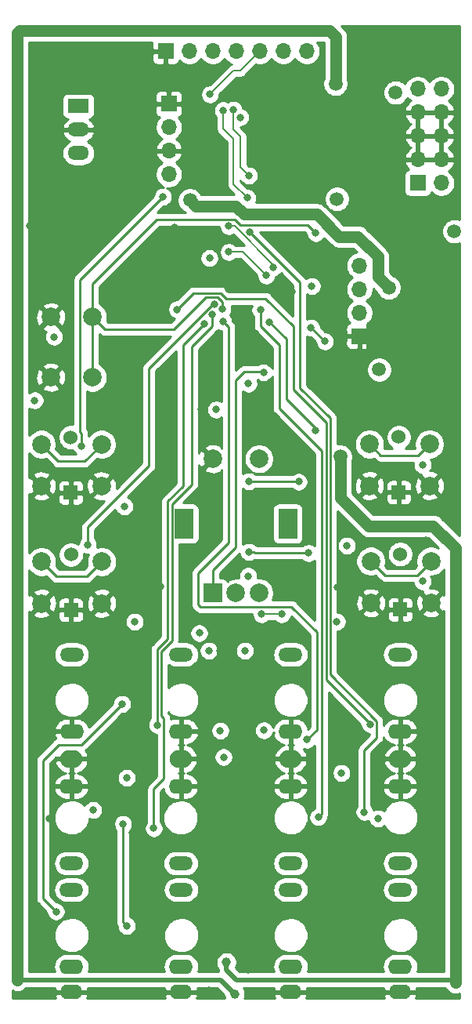
<source format=gbr>
G04 #@! TF.GenerationSoftware,KiCad,Pcbnew,(5.1.8)-1*
G04 #@! TF.CreationDate,2020-12-03T10:56:57+08:00*
G04 #@! TF.ProjectId,Waves,57617665-732e-46b6-9963-61645f706362,rev?*
G04 #@! TF.SameCoordinates,Original*
G04 #@! TF.FileFunction,Copper,L1,Top*
G04 #@! TF.FilePolarity,Positive*
%FSLAX46Y46*%
G04 Gerber Fmt 4.6, Leading zero omitted, Abs format (unit mm)*
G04 Created by KiCad (PCBNEW (5.1.8)-1) date 2020-12-03 10:56:57*
%MOMM*%
%LPD*%
G01*
G04 APERTURE LIST*
G04 #@! TA.AperFunction,ComponentPad*
%ADD10O,2.600000X1.500000*%
G04 #@! TD*
G04 #@! TA.AperFunction,ComponentPad*
%ADD11O,2.400000X1.600000*%
G04 #@! TD*
G04 #@! TA.AperFunction,ComponentPad*
%ADD12O,2.600000X1.600000*%
G04 #@! TD*
G04 #@! TA.AperFunction,ComponentPad*
%ADD13O,2.400000X1.900000*%
G04 #@! TD*
G04 #@! TA.AperFunction,ComponentPad*
%ADD14O,2.300000X1.500000*%
G04 #@! TD*
G04 #@! TA.AperFunction,ComponentPad*
%ADD15R,2.300000X1.500000*%
G04 #@! TD*
G04 #@! TA.AperFunction,ComponentPad*
%ADD16R,1.524000X1.524000*%
G04 #@! TD*
G04 #@! TA.AperFunction,ComponentPad*
%ADD17C,1.524000*%
G04 #@! TD*
G04 #@! TA.AperFunction,ComponentPad*
%ADD18C,2.000000*%
G04 #@! TD*
G04 #@! TA.AperFunction,ComponentPad*
%ADD19O,1.700000X1.700000*%
G04 #@! TD*
G04 #@! TA.AperFunction,ComponentPad*
%ADD20R,1.700000X1.700000*%
G04 #@! TD*
G04 #@! TA.AperFunction,ComponentPad*
%ADD21R,2.000000X2.000000*%
G04 #@! TD*
G04 #@! TA.AperFunction,ComponentPad*
%ADD22R,2.000000X3.200000*%
G04 #@! TD*
G04 #@! TA.AperFunction,ViaPad*
%ADD23C,0.800000*%
G04 #@! TD*
G04 #@! TA.AperFunction,ViaPad*
%ADD24C,1.500000*%
G04 #@! TD*
G04 #@! TA.AperFunction,ViaPad*
%ADD25C,1.000000*%
G04 #@! TD*
G04 #@! TA.AperFunction,Conductor*
%ADD26C,0.250000*%
G04 #@! TD*
G04 #@! TA.AperFunction,Conductor*
%ADD27C,1.270000*%
G04 #@! TD*
G04 #@! TA.AperFunction,Conductor*
%ADD28C,0.500000*%
G04 #@! TD*
G04 #@! TA.AperFunction,Conductor*
%ADD29C,0.200000*%
G04 #@! TD*
G04 #@! TA.AperFunction,Conductor*
%ADD30C,0.254000*%
G04 #@! TD*
G04 #@! TA.AperFunction,Conductor*
%ADD31C,0.100000*%
G04 #@! TD*
G04 APERTURE END LIST*
D10*
X144653000Y-142400000D03*
D11*
X144653000Y-153470000D03*
D12*
X144653000Y-150700000D03*
D10*
X132791000Y-142400000D03*
D11*
X132791000Y-153470000D03*
D12*
X132791000Y-150700000D03*
D10*
X120955000Y-142400000D03*
D11*
X120955000Y-153470000D03*
D12*
X120955000Y-150700000D03*
D10*
X109093000Y-142400000D03*
D11*
X109093000Y-153470000D03*
D12*
X109093000Y-150700000D03*
D10*
X144653000Y-117000000D03*
D12*
X144653000Y-125300000D03*
D10*
X132791000Y-117000000D03*
D12*
X132791000Y-125300000D03*
D10*
X120955000Y-117000000D03*
D12*
X120955000Y-125300000D03*
D10*
X109118000Y-117000000D03*
D12*
X109118000Y-125300000D03*
D10*
X109093000Y-139540000D03*
D13*
X109093000Y-128270000D03*
D12*
X109093000Y-131240000D03*
D10*
X120929000Y-139540000D03*
D13*
X120929000Y-128270000D03*
D12*
X120929000Y-131240000D03*
D10*
X132791000Y-139540000D03*
D13*
X132791000Y-128270000D03*
D12*
X132791000Y-131240000D03*
D10*
X144653000Y-139540000D03*
D13*
X144653000Y-128270000D03*
D12*
X144653000Y-131240000D03*
D14*
X109855000Y-62865000D03*
X109855000Y-60325000D03*
D15*
X109855000Y-57785000D03*
D16*
X144653000Y-112141000D03*
D17*
X144653000Y-106172000D03*
D18*
X147978000Y-106934000D03*
X147978000Y-111434000D03*
X141478000Y-106934000D03*
X141478000Y-111434000D03*
D19*
X134536160Y-51864240D03*
X131996160Y-51864240D03*
X129456160Y-51864240D03*
X126916160Y-51864240D03*
X124376160Y-51864240D03*
X121836160Y-51864240D03*
D20*
X119296160Y-51864240D03*
D16*
X144501000Y-99491800D03*
D17*
X144501000Y-93522800D03*
D18*
X147826000Y-94284800D03*
X147826000Y-98784800D03*
X141326000Y-94284800D03*
X141326000Y-98784800D03*
D16*
X109042000Y-112192000D03*
D17*
X109042000Y-106223000D03*
D18*
X112367000Y-106985000D03*
X112367000Y-111485000D03*
X105867000Y-106985000D03*
X105867000Y-111485000D03*
D16*
X109017000Y-99517200D03*
D17*
X109017000Y-93548200D03*
D18*
X112342000Y-94310200D03*
X112342000Y-98810200D03*
X105842000Y-94310200D03*
X105842000Y-98810200D03*
D21*
X124384000Y-110373000D03*
D18*
X126884000Y-110373000D03*
X129384000Y-110373000D03*
D22*
X121284000Y-102873000D03*
X132484000Y-102873000D03*
D18*
X124384000Y-95873000D03*
X129384000Y-95873000D03*
X106858000Y-80571200D03*
X111358000Y-80571200D03*
X106858000Y-87071200D03*
X111358000Y-87071200D03*
D19*
X149098000Y-55929000D03*
X146558000Y-55929000D03*
X149098000Y-58469000D03*
X146558000Y-58469000D03*
X149098000Y-61009000D03*
X146558000Y-61009000D03*
X149098000Y-63549000D03*
X146558000Y-63549000D03*
X149098000Y-66089000D03*
D20*
X146558000Y-66089000D03*
D19*
X119634000Y-65151000D03*
X119634000Y-62611000D03*
X119634000Y-60071000D03*
D20*
X119634000Y-57531000D03*
D19*
X140233000Y-75006200D03*
X140233000Y-77546200D03*
X140233000Y-80086200D03*
D20*
X140233000Y-82626200D03*
D23*
X125427600Y-79670900D03*
X135512300Y-71504300D03*
X111423400Y-133792700D03*
X115062000Y-130318000D03*
X142255700Y-134714700D03*
X125552500Y-128089800D03*
X125193700Y-125231800D03*
X129907500Y-125186600D03*
X115942600Y-113455000D03*
D24*
X121920000Y-67945000D03*
X142367000Y-86233000D03*
X143415000Y-77387000D03*
D23*
X138303000Y-129794000D03*
X147066000Y-109093000D03*
X147066000Y-96520000D03*
X103251000Y-96393000D03*
X103251000Y-109220000D03*
D25*
X126746000Y-153670000D03*
D24*
X137668000Y-55372000D03*
D25*
X125857000Y-150241000D03*
D24*
X138176000Y-95631000D03*
X137795000Y-67818000D03*
D23*
X114680463Y-135302694D03*
X115062000Y-146304000D03*
X118361600Y-124610300D03*
X123428200Y-81304600D03*
X124330500Y-80258600D03*
X117997800Y-135777800D03*
X134573500Y-126204500D03*
X125476000Y-81026000D03*
X141388000Y-124528153D03*
X120523000Y-79732718D03*
X140771600Y-134017900D03*
X128402600Y-71386700D03*
X129525800Y-79786000D03*
X135787900Y-134566600D03*
X126111000Y-73533000D03*
X130175000Y-76073000D03*
X130937000Y-75184000D03*
X126111000Y-70739000D03*
X133666500Y-98349900D03*
X128270000Y-98298000D03*
X110195900Y-94543400D03*
X118999000Y-67564000D03*
X114553600Y-122352400D03*
X107421900Y-144759900D03*
X124529100Y-79140300D03*
X110871000Y-105156000D03*
X135014000Y-81700300D03*
X136525000Y-83185000D03*
X129871300Y-86545400D03*
X135459800Y-92829500D03*
X130497400Y-81089200D03*
X131826000Y-112649000D03*
X129667000Y-112649000D03*
X124079000Y-56515000D03*
X128270000Y-65278000D03*
X126619000Y-58166000D03*
X125501000Y-58242200D03*
X128118000Y-67691000D03*
X147447000Y-104699500D03*
X107997200Y-102302000D03*
X106711600Y-134732200D03*
X115849500Y-61786200D03*
X115849500Y-58876300D03*
X123977500Y-153234400D03*
X128168500Y-151069000D03*
X126860500Y-135890000D03*
X122897100Y-126970300D03*
X123608200Y-65467700D03*
X136677500Y-74739500D03*
X107263400Y-84943500D03*
X115763000Y-108622500D03*
X135059200Y-108111900D03*
X136840000Y-89694200D03*
X119034000Y-94287800D03*
X138202800Y-136236500D03*
X138034000Y-133037300D03*
X115712000Y-136217900D03*
X114412000Y-132997600D03*
X128772700Y-146573300D03*
X123290700Y-146533800D03*
X128660700Y-57790300D03*
X129419400Y-116601300D03*
X125180900Y-116594900D03*
X124598000Y-122524900D03*
X128413800Y-125613100D03*
X127966800Y-83633600D03*
X132960200Y-77866800D03*
X126120900Y-77550300D03*
X122869800Y-76778500D03*
X104600900Y-70705800D03*
X118752600Y-109698400D03*
X137823000Y-109741000D03*
X105410000Y-51586900D03*
X111909000Y-52921200D03*
X131296800Y-65134300D03*
X133563000Y-57260300D03*
X115753200Y-89743600D03*
X117068000Y-76962000D03*
X123164000Y-90551000D03*
X129820000Y-90551000D03*
X120244000Y-70866000D03*
X142240000Y-83820000D03*
X143510000Y-83820000D03*
X143510000Y-81280000D03*
X144780000Y-81280000D03*
X144780000Y-80010000D03*
X143510000Y-80010000D03*
X142240000Y-80010000D03*
X142240000Y-81280000D03*
X142240000Y-82550000D03*
X143510000Y-82550000D03*
X144780000Y-82550000D03*
X146050000Y-82550000D03*
X147320000Y-82550000D03*
X149860000Y-83820000D03*
X148590000Y-82550000D03*
X149860000Y-82550000D03*
X148590000Y-81280000D03*
X149860000Y-81280000D03*
X148590000Y-80010000D03*
X149860000Y-80010000D03*
X139319000Y-134874000D03*
X127254000Y-84328000D03*
X121856500Y-106299000D03*
X138885000Y-105248800D03*
X105130500Y-89568000D03*
X107224900Y-82693500D03*
X114808000Y-101008700D03*
X124024700Y-74191800D03*
X122914400Y-114692400D03*
X127344000Y-58991500D03*
X124739500Y-90551500D03*
X135102000Y-77216000D03*
X127848000Y-116592700D03*
X123948000Y-116588300D03*
X137811200Y-113455000D03*
X128244000Y-87757000D03*
X128206500Y-108521500D03*
X128270000Y-105918000D03*
X134747000Y-106045000D03*
D24*
X144145000Y-56324500D03*
X150495000Y-71310500D03*
D26*
X111358000Y-87071200D02*
X111358000Y-80571200D01*
X111358000Y-76983000D02*
X111358000Y-80571200D01*
X118327001Y-70013999D02*
X111358000Y-76983000D01*
X126782999Y-70013999D02*
X118327001Y-70013999D01*
X127381000Y-70612000D02*
X126782999Y-70013999D01*
X135512300Y-71504300D02*
X134620000Y-70612000D01*
X134620000Y-70612000D02*
X127381000Y-70612000D01*
X112701800Y-81915000D02*
X120142000Y-81915000D01*
X111358000Y-80571200D02*
X112701800Y-81915000D01*
X120142000Y-81915000D02*
X123641701Y-78415299D01*
X123641701Y-78415299D02*
X124877101Y-78415299D01*
X124877101Y-78415299D02*
X125427600Y-78965798D01*
X125427600Y-79105215D02*
X125427600Y-79670900D01*
X125427600Y-78965798D02*
X125427600Y-79105215D01*
D27*
X142240000Y-76212000D02*
X143415000Y-77387000D01*
X142240000Y-74041000D02*
X142240000Y-76212000D01*
X121920000Y-67945000D02*
X122555000Y-68580000D01*
X122555000Y-68580000D02*
X126873000Y-68580000D01*
X126873000Y-68580000D02*
X127762000Y-69469000D01*
X140081000Y-71882000D02*
X142240000Y-74041000D01*
X127762000Y-69469000D02*
X135636000Y-69469000D01*
X135636000Y-69469000D02*
X138049000Y-71882000D01*
X138049000Y-71882000D02*
X140081000Y-71882000D01*
X103251000Y-96393000D02*
X103251000Y-109220000D01*
X137668000Y-55372000D02*
X137668000Y-50292000D01*
X137668000Y-50292000D02*
X137033000Y-49657000D01*
X137033000Y-49657000D02*
X103505000Y-49657000D01*
X103505000Y-49657000D02*
X103251000Y-49911000D01*
X103251000Y-49911000D02*
X103251000Y-96393000D01*
X103251000Y-109220000D02*
X103251000Y-152146000D01*
D28*
X103251000Y-152146000D02*
X125222000Y-152146000D01*
X125222000Y-152146000D02*
X126746000Y-153670000D01*
D27*
X138176000Y-95631000D02*
X138176000Y-100076000D01*
X138176000Y-100076000D02*
X141224000Y-103124000D01*
X141224000Y-103124000D02*
X148209000Y-103124000D01*
X148209000Y-103124000D02*
X150622000Y-105537000D01*
X150622000Y-105537000D02*
X150622000Y-152400000D01*
D28*
X150368000Y-152146000D02*
X150622000Y-152400000D01*
X126939000Y-152146000D02*
X150368000Y-152146000D01*
X125857000Y-150241000D02*
X125857000Y-151064000D01*
X125857000Y-151064000D02*
X126939000Y-152146000D01*
D26*
X114680463Y-145922463D02*
X115062000Y-146304000D01*
X114680463Y-135302694D02*
X114680463Y-145922463D01*
X121158000Y-83574800D02*
X123428200Y-81304600D01*
X121158000Y-98806000D02*
X121158000Y-83574800D01*
X119508400Y-100455600D02*
X121158000Y-98806000D01*
X119508400Y-115318200D02*
X119508400Y-100455600D01*
X118361600Y-124610300D02*
X118361600Y-116465000D01*
X118361600Y-116465000D02*
X119508400Y-115318200D01*
X124330500Y-81521900D02*
X124330500Y-80258600D01*
X119958700Y-115504800D02*
X119958700Y-100767300D01*
X117997800Y-135777800D02*
X117997800Y-131520500D01*
X117997800Y-131520500D02*
X119087000Y-130431300D01*
X119087000Y-130431300D02*
X119087000Y-123899800D01*
X118812000Y-116651500D02*
X119958700Y-115504800D01*
X119087000Y-123899800D02*
X118812000Y-123624800D01*
X118812000Y-123624800D02*
X118812000Y-116651500D01*
X122111500Y-83740900D02*
X124330500Y-81521900D01*
X119958700Y-100767300D02*
X122111500Y-98614500D01*
X122111500Y-98614500D02*
X122111500Y-83740900D01*
X122809000Y-108204000D02*
X126111000Y-104902000D01*
X135636000Y-125142000D02*
X135636000Y-114598500D01*
X134573500Y-126204500D02*
X135636000Y-125142000D01*
X135636000Y-114598500D02*
X132883250Y-111845750D01*
X132883250Y-111845750D02*
X123021750Y-111845750D01*
X123021750Y-111845750D02*
X122809000Y-111633000D01*
X126111000Y-81661000D02*
X125349000Y-80899000D01*
X126111000Y-104902000D02*
X126111000Y-81661000D01*
X122809000Y-111633000D02*
X122809000Y-108204000D01*
X141388000Y-124497000D02*
X141388000Y-124528153D01*
X136635500Y-119744500D02*
X141388000Y-124497000D01*
X136635500Y-91960000D02*
X136635500Y-119744500D01*
X133096000Y-88420500D02*
X136635500Y-91960000D01*
X122290428Y-77965290D02*
X125209290Y-77965290D01*
X120523000Y-79732718D02*
X122290428Y-77965290D01*
X125209290Y-77965290D02*
X125800000Y-78556000D01*
X125800000Y-78556000D02*
X130105000Y-78556000D01*
X130105000Y-78556000D02*
X133096000Y-81547000D01*
X133096000Y-81547000D02*
X133096000Y-88420500D01*
X142113000Y-125984000D02*
X140771600Y-127325400D01*
X128402600Y-71386700D02*
X133829500Y-76813600D01*
X140771600Y-127325400D02*
X140771600Y-134017900D01*
X133829500Y-88198900D02*
X137085800Y-91455200D01*
X133829500Y-76813600D02*
X133829500Y-88198900D01*
X137085800Y-91455200D02*
X137085800Y-119178800D01*
X137085800Y-119178800D02*
X142113000Y-124206000D01*
X142113000Y-124206000D02*
X142113000Y-125984000D01*
X136144000Y-134210500D02*
X135787900Y-134566600D01*
X136144000Y-94996000D02*
X136144000Y-134210500D01*
X131572000Y-90424000D02*
X136144000Y-94996000D01*
X131572000Y-83566000D02*
X131572000Y-90424000D01*
X129525800Y-79786000D02*
X129525800Y-81519800D01*
X129525800Y-81519800D02*
X131572000Y-83566000D01*
D29*
X130175000Y-76073000D02*
X127635000Y-73533000D01*
X127635000Y-73533000D02*
X126111000Y-73533000D01*
X130937000Y-75184000D02*
X130937000Y-74930000D01*
X130937000Y-74930000D02*
X126746000Y-70739000D01*
X126746000Y-70739000D02*
X126111000Y-70739000D01*
D26*
X133614600Y-98298000D02*
X133666500Y-98349900D01*
X128270000Y-98298000D02*
X133614600Y-98298000D01*
X110195900Y-93977715D02*
X110195900Y-94543400D01*
X110195900Y-93118338D02*
X110195900Y-93977715D01*
X110032999Y-92955437D02*
X110195900Y-93118338D01*
X118999000Y-67564000D02*
X110032999Y-76530001D01*
X110032999Y-76530001D02*
X110032999Y-92955437D01*
X114553600Y-122352400D02*
X112370200Y-124535800D01*
X105986599Y-143324599D02*
X107421900Y-144759900D01*
X105986599Y-128455401D02*
X105986599Y-143324599D01*
X107696000Y-126746000D02*
X105986599Y-128455401D01*
X114553600Y-122352400D02*
X110160000Y-126746000D01*
X110160000Y-126746000D02*
X107696000Y-126746000D01*
X110871000Y-103244900D02*
X110871000Y-105156000D01*
X117480600Y-96635300D02*
X110871000Y-103244900D01*
X117480600Y-86082800D02*
X117480600Y-96635300D01*
X124529100Y-79140300D02*
X124423100Y-79140300D01*
X124423100Y-79140300D02*
X117480600Y-86082800D01*
X136498700Y-83185000D02*
X135014000Y-81700300D01*
X136525000Y-83185000D02*
X136498700Y-83185000D01*
X129812900Y-86487000D02*
X129871300Y-86545400D01*
X127762000Y-86487000D02*
X129812900Y-86487000D01*
X126873000Y-87376000D02*
X127762000Y-86487000D01*
X126873000Y-105410000D02*
X126873000Y-87376000D01*
X124384000Y-110373000D02*
X124384000Y-107899000D01*
X124384000Y-107899000D02*
X126873000Y-105410000D01*
X110513200Y-96139000D02*
X112342000Y-94310200D01*
X105842000Y-94310200D02*
X107670800Y-96139000D01*
X107670800Y-96139000D02*
X110513200Y-96139000D01*
X105867000Y-106985000D02*
X107467000Y-108585000D01*
X110767000Y-108585000D02*
X112367000Y-106985000D01*
X107467000Y-108585000D02*
X110767000Y-108585000D01*
X146606800Y-95504000D02*
X147826000Y-94284800D01*
X141326000Y-94284800D02*
X142545200Y-95504000D01*
X142545200Y-95504000D02*
X146606800Y-95504000D01*
X135459800Y-92533800D02*
X135459800Y-92829500D01*
X132334000Y-89408000D02*
X135459800Y-92533800D01*
X130497400Y-81089200D02*
X132334000Y-82925800D01*
X132334000Y-82925800D02*
X132334000Y-89408000D01*
D29*
X129667000Y-112649000D02*
X131826000Y-112649000D01*
D26*
X129456200Y-51864200D02*
X129456100Y-51864200D01*
X129456100Y-51864200D02*
X129456000Y-51864300D01*
D29*
X124079000Y-56515000D02*
X126619000Y-53975000D01*
X126619000Y-53975000D02*
X127345000Y-53975000D01*
X127345000Y-53975000D02*
X129456000Y-51864300D01*
X126619000Y-60325000D02*
X126619000Y-58166000D01*
X127381000Y-61087000D02*
X126619000Y-60325000D01*
X128270000Y-65278000D02*
X127381000Y-64389000D01*
X127381000Y-64389000D02*
X127381000Y-61087000D01*
X128118000Y-67691000D02*
X126619000Y-66192400D01*
X126619000Y-66192400D02*
X126619000Y-61341000D01*
X126619000Y-61341000D02*
X125501000Y-60223400D01*
X125501000Y-60223400D02*
X125501000Y-58242200D01*
D26*
X128835685Y-105918000D02*
X128962685Y-106045000D01*
X128270000Y-105918000D02*
X128835685Y-105918000D01*
X128962685Y-106045000D02*
X134747000Y-106045000D01*
X141478000Y-106934000D02*
X143002000Y-108458000D01*
X146454000Y-108458000D02*
X147978000Y-106934000D01*
X143002000Y-108458000D02*
X146454000Y-108458000D01*
D30*
X151040001Y-70037134D02*
X150898989Y-69978725D01*
X150631411Y-69925500D01*
X150358589Y-69925500D01*
X150091011Y-69978725D01*
X149838957Y-70083129D01*
X149612114Y-70234701D01*
X149419201Y-70427614D01*
X149267629Y-70654457D01*
X149163225Y-70906511D01*
X149110000Y-71174089D01*
X149110000Y-71446911D01*
X149163225Y-71714489D01*
X149267629Y-71966543D01*
X149419201Y-72193386D01*
X149612114Y-72386299D01*
X149838957Y-72537871D01*
X150091011Y-72642275D01*
X150358589Y-72695500D01*
X150631411Y-72695500D01*
X150898989Y-72642275D01*
X151040001Y-72583866D01*
X151040001Y-89376348D01*
X141046355Y-89382521D01*
X141049665Y-86671850D01*
X141139629Y-86889043D01*
X141291201Y-87115886D01*
X141484114Y-87308799D01*
X141710957Y-87460371D01*
X141963011Y-87564775D01*
X142230589Y-87618000D01*
X142503411Y-87618000D01*
X142770989Y-87564775D01*
X143023043Y-87460371D01*
X143249886Y-87308799D01*
X143442799Y-87115886D01*
X143594371Y-86889043D01*
X143698775Y-86636989D01*
X143752000Y-86369411D01*
X143752000Y-86096589D01*
X143698775Y-85829011D01*
X143594371Y-85576957D01*
X143442799Y-85350114D01*
X143249886Y-85157201D01*
X143023043Y-85005629D01*
X142770989Y-84901225D01*
X142503411Y-84848000D01*
X142230589Y-84848000D01*
X141963011Y-84901225D01*
X141710957Y-85005629D01*
X141484114Y-85157201D01*
X141291201Y-85350114D01*
X141139629Y-85576957D01*
X141050740Y-85791555D01*
X141056197Y-81322152D01*
X141179632Y-81239675D01*
X141386475Y-81032832D01*
X141548990Y-80789611D01*
X141660932Y-80519358D01*
X141718000Y-80232460D01*
X141718000Y-79939940D01*
X141660932Y-79653042D01*
X141548990Y-79382789D01*
X141386475Y-79139568D01*
X141179632Y-78932725D01*
X141059213Y-78852263D01*
X141059301Y-78780078D01*
X141179632Y-78699675D01*
X141386475Y-78492832D01*
X141548990Y-78249611D01*
X141660932Y-77979358D01*
X141718000Y-77692460D01*
X141718000Y-77486050D01*
X142125854Y-77893905D01*
X142187629Y-78043043D01*
X142339201Y-78269886D01*
X142532114Y-78462799D01*
X142758957Y-78614371D01*
X143011011Y-78718775D01*
X143278589Y-78772000D01*
X143551411Y-78772000D01*
X143818989Y-78718775D01*
X144071043Y-78614371D01*
X144297886Y-78462799D01*
X144490799Y-78269886D01*
X144642371Y-78043043D01*
X144746775Y-77790989D01*
X144800000Y-77523411D01*
X144800000Y-77250589D01*
X144746775Y-76983011D01*
X144642371Y-76730957D01*
X144490799Y-76504114D01*
X144297886Y-76311201D01*
X144071043Y-76159629D01*
X143921905Y-76097854D01*
X143510000Y-75685950D01*
X143510000Y-74103372D01*
X143516143Y-74040999D01*
X143510000Y-73978626D01*
X143510000Y-73978620D01*
X143491623Y-73792037D01*
X143419003Y-73552641D01*
X143301075Y-73332012D01*
X143142370Y-73138630D01*
X143093915Y-73098864D01*
X141068710Y-71073660D01*
X141071445Y-68834000D01*
X151040001Y-68834000D01*
X151040001Y-70037134D01*
G04 #@! TA.AperFunction,Conductor*
D31*
G36*
X151040001Y-70037134D02*
G01*
X150898989Y-69978725D01*
X150631411Y-69925500D01*
X150358589Y-69925500D01*
X150091011Y-69978725D01*
X149838957Y-70083129D01*
X149612114Y-70234701D01*
X149419201Y-70427614D01*
X149267629Y-70654457D01*
X149163225Y-70906511D01*
X149110000Y-71174089D01*
X149110000Y-71446911D01*
X149163225Y-71714489D01*
X149267629Y-71966543D01*
X149419201Y-72193386D01*
X149612114Y-72386299D01*
X149838957Y-72537871D01*
X150091011Y-72642275D01*
X150358589Y-72695500D01*
X150631411Y-72695500D01*
X150898989Y-72642275D01*
X151040001Y-72583866D01*
X151040001Y-89376348D01*
X141046355Y-89382521D01*
X141049665Y-86671850D01*
X141139629Y-86889043D01*
X141291201Y-87115886D01*
X141484114Y-87308799D01*
X141710957Y-87460371D01*
X141963011Y-87564775D01*
X142230589Y-87618000D01*
X142503411Y-87618000D01*
X142770989Y-87564775D01*
X143023043Y-87460371D01*
X143249886Y-87308799D01*
X143442799Y-87115886D01*
X143594371Y-86889043D01*
X143698775Y-86636989D01*
X143752000Y-86369411D01*
X143752000Y-86096589D01*
X143698775Y-85829011D01*
X143594371Y-85576957D01*
X143442799Y-85350114D01*
X143249886Y-85157201D01*
X143023043Y-85005629D01*
X142770989Y-84901225D01*
X142503411Y-84848000D01*
X142230589Y-84848000D01*
X141963011Y-84901225D01*
X141710957Y-85005629D01*
X141484114Y-85157201D01*
X141291201Y-85350114D01*
X141139629Y-85576957D01*
X141050740Y-85791555D01*
X141056197Y-81322152D01*
X141179632Y-81239675D01*
X141386475Y-81032832D01*
X141548990Y-80789611D01*
X141660932Y-80519358D01*
X141718000Y-80232460D01*
X141718000Y-79939940D01*
X141660932Y-79653042D01*
X141548990Y-79382789D01*
X141386475Y-79139568D01*
X141179632Y-78932725D01*
X141059213Y-78852263D01*
X141059301Y-78780078D01*
X141179632Y-78699675D01*
X141386475Y-78492832D01*
X141548990Y-78249611D01*
X141660932Y-77979358D01*
X141718000Y-77692460D01*
X141718000Y-77486050D01*
X142125854Y-77893905D01*
X142187629Y-78043043D01*
X142339201Y-78269886D01*
X142532114Y-78462799D01*
X142758957Y-78614371D01*
X143011011Y-78718775D01*
X143278589Y-78772000D01*
X143551411Y-78772000D01*
X143818989Y-78718775D01*
X144071043Y-78614371D01*
X144297886Y-78462799D01*
X144490799Y-78269886D01*
X144642371Y-78043043D01*
X144746775Y-77790989D01*
X144800000Y-77523411D01*
X144800000Y-77250589D01*
X144746775Y-76983011D01*
X144642371Y-76730957D01*
X144490799Y-76504114D01*
X144297886Y-76311201D01*
X144071043Y-76159629D01*
X143921905Y-76097854D01*
X143510000Y-75685950D01*
X143510000Y-74103372D01*
X143516143Y-74040999D01*
X143510000Y-73978626D01*
X143510000Y-73978620D01*
X143491623Y-73792037D01*
X143419003Y-73552641D01*
X143301075Y-73332012D01*
X143142370Y-73138630D01*
X143093915Y-73098864D01*
X141068710Y-71073660D01*
X141071445Y-68834000D01*
X151040001Y-68834000D01*
X151040001Y-70037134D01*
G37*
G04 #@! TD.AperFunction*
D30*
X107318633Y-153038182D02*
X107301096Y-153120961D01*
X107423085Y-153343000D01*
X108966000Y-153343000D01*
X108966000Y-153323000D01*
X109220000Y-153323000D01*
X109220000Y-153343000D01*
X110762915Y-153343000D01*
X110884904Y-153120961D01*
X110867367Y-153038182D01*
X110864308Y-153031000D01*
X119183692Y-153031000D01*
X119180633Y-153038182D01*
X119163096Y-153120961D01*
X119285085Y-153343000D01*
X120828000Y-153343000D01*
X120828000Y-153323000D01*
X121082000Y-153323000D01*
X121082000Y-153343000D01*
X122624915Y-153343000D01*
X122746904Y-153120961D01*
X122729367Y-153038182D01*
X122726308Y-153031000D01*
X124855422Y-153031000D01*
X125612190Y-153787768D01*
X125654617Y-154001067D01*
X125701809Y-154114999D01*
X122638580Y-154114999D01*
X122729367Y-153901818D01*
X122746904Y-153819039D01*
X122624915Y-153597000D01*
X121082000Y-153597000D01*
X121082000Y-153617000D01*
X120828000Y-153617000D01*
X120828000Y-153597000D01*
X119285085Y-153597000D01*
X119163096Y-153819039D01*
X119180633Y-153901818D01*
X119271420Y-154114999D01*
X110776580Y-154114999D01*
X110867367Y-153901818D01*
X110884904Y-153819039D01*
X110762915Y-153597000D01*
X109220000Y-153597000D01*
X109220000Y-153617000D01*
X108966000Y-153617000D01*
X108966000Y-153597000D01*
X107423085Y-153597000D01*
X107301096Y-153819039D01*
X107318633Y-153901818D01*
X107409420Y-154114999D01*
X102709999Y-154114999D01*
X102709999Y-153296865D01*
X102762642Y-153325003D01*
X103002038Y-153397623D01*
X103251000Y-153422144D01*
X103499963Y-153397623D01*
X103739359Y-153325003D01*
X103959988Y-153207075D01*
X104153370Y-153048370D01*
X104167625Y-153031000D01*
X107321692Y-153031000D01*
X107318633Y-153038182D01*
G04 #@! TA.AperFunction,Conductor*
D31*
G36*
X107318633Y-153038182D02*
G01*
X107301096Y-153120961D01*
X107423085Y-153343000D01*
X108966000Y-153343000D01*
X108966000Y-153323000D01*
X109220000Y-153323000D01*
X109220000Y-153343000D01*
X110762915Y-153343000D01*
X110884904Y-153120961D01*
X110867367Y-153038182D01*
X110864308Y-153031000D01*
X119183692Y-153031000D01*
X119180633Y-153038182D01*
X119163096Y-153120961D01*
X119285085Y-153343000D01*
X120828000Y-153343000D01*
X120828000Y-153323000D01*
X121082000Y-153323000D01*
X121082000Y-153343000D01*
X122624915Y-153343000D01*
X122746904Y-153120961D01*
X122729367Y-153038182D01*
X122726308Y-153031000D01*
X124855422Y-153031000D01*
X125612190Y-153787768D01*
X125654617Y-154001067D01*
X125701809Y-154114999D01*
X122638580Y-154114999D01*
X122729367Y-153901818D01*
X122746904Y-153819039D01*
X122624915Y-153597000D01*
X121082000Y-153597000D01*
X121082000Y-153617000D01*
X120828000Y-153617000D01*
X120828000Y-153597000D01*
X119285085Y-153597000D01*
X119163096Y-153819039D01*
X119180633Y-153901818D01*
X119271420Y-154114999D01*
X110776580Y-154114999D01*
X110867367Y-153901818D01*
X110884904Y-153819039D01*
X110762915Y-153597000D01*
X109220000Y-153597000D01*
X109220000Y-153617000D01*
X108966000Y-153617000D01*
X108966000Y-153597000D01*
X107423085Y-153597000D01*
X107301096Y-153819039D01*
X107318633Y-153901818D01*
X107409420Y-154114999D01*
X102709999Y-154114999D01*
X102709999Y-153296865D01*
X102762642Y-153325003D01*
X103002038Y-153397623D01*
X103251000Y-153422144D01*
X103499963Y-153397623D01*
X103739359Y-153325003D01*
X103959988Y-153207075D01*
X104153370Y-153048370D01*
X104167625Y-153031000D01*
X107321692Y-153031000D01*
X107318633Y-153038182D01*
G37*
G04 #@! TD.AperFunction*
D30*
X131016633Y-153038182D02*
X130999096Y-153120961D01*
X131121085Y-153343000D01*
X132664000Y-153343000D01*
X132664000Y-153323000D01*
X132918000Y-153323000D01*
X132918000Y-153343000D01*
X134460915Y-153343000D01*
X134582904Y-153120961D01*
X134565367Y-153038182D01*
X134562308Y-153031000D01*
X142881692Y-153031000D01*
X142878633Y-153038182D01*
X142861096Y-153120961D01*
X142983085Y-153343000D01*
X144526000Y-153343000D01*
X144526000Y-153323000D01*
X144780000Y-153323000D01*
X144780000Y-153343000D01*
X146322915Y-153343000D01*
X146444904Y-153120961D01*
X146427367Y-153038182D01*
X146424308Y-153031000D01*
X149519241Y-153031000D01*
X149560926Y-153108988D01*
X149719631Y-153302370D01*
X149913013Y-153461075D01*
X150133642Y-153579003D01*
X150373038Y-153651623D01*
X150622000Y-153676144D01*
X150870963Y-153651623D01*
X151040000Y-153600346D01*
X151040000Y-154114999D01*
X146336580Y-154114999D01*
X146427367Y-153901818D01*
X146444904Y-153819039D01*
X146322915Y-153597000D01*
X144780000Y-153597000D01*
X144780000Y-153617000D01*
X144526000Y-153617000D01*
X144526000Y-153597000D01*
X142983085Y-153597000D01*
X142861096Y-153819039D01*
X142878633Y-153901818D01*
X142969420Y-154114999D01*
X134474580Y-154114999D01*
X134565367Y-153901818D01*
X134582904Y-153819039D01*
X134460915Y-153597000D01*
X132918000Y-153597000D01*
X132918000Y-153617000D01*
X132664000Y-153617000D01*
X132664000Y-153597000D01*
X131121085Y-153597000D01*
X130999096Y-153819039D01*
X131016633Y-153901818D01*
X131107420Y-154114999D01*
X127790191Y-154114999D01*
X127837383Y-154001067D01*
X127881000Y-153781788D01*
X127881000Y-153558212D01*
X127837383Y-153338933D01*
X127751824Y-153132376D01*
X127684087Y-153031000D01*
X131019692Y-153031000D01*
X131016633Y-153038182D01*
G04 #@! TA.AperFunction,Conductor*
D31*
G36*
X131016633Y-153038182D02*
G01*
X130999096Y-153120961D01*
X131121085Y-153343000D01*
X132664000Y-153343000D01*
X132664000Y-153323000D01*
X132918000Y-153323000D01*
X132918000Y-153343000D01*
X134460915Y-153343000D01*
X134582904Y-153120961D01*
X134565367Y-153038182D01*
X134562308Y-153031000D01*
X142881692Y-153031000D01*
X142878633Y-153038182D01*
X142861096Y-153120961D01*
X142983085Y-153343000D01*
X144526000Y-153343000D01*
X144526000Y-153323000D01*
X144780000Y-153323000D01*
X144780000Y-153343000D01*
X146322915Y-153343000D01*
X146444904Y-153120961D01*
X146427367Y-153038182D01*
X146424308Y-153031000D01*
X149519241Y-153031000D01*
X149560926Y-153108988D01*
X149719631Y-153302370D01*
X149913013Y-153461075D01*
X150133642Y-153579003D01*
X150373038Y-153651623D01*
X150622000Y-153676144D01*
X150870963Y-153651623D01*
X151040000Y-153600346D01*
X151040000Y-154114999D01*
X146336580Y-154114999D01*
X146427367Y-153901818D01*
X146444904Y-153819039D01*
X146322915Y-153597000D01*
X144780000Y-153597000D01*
X144780000Y-153617000D01*
X144526000Y-153617000D01*
X144526000Y-153597000D01*
X142983085Y-153597000D01*
X142861096Y-153819039D01*
X142878633Y-153901818D01*
X142969420Y-154114999D01*
X134474580Y-154114999D01*
X134565367Y-153901818D01*
X134582904Y-153819039D01*
X134460915Y-153597000D01*
X132918000Y-153597000D01*
X132918000Y-153617000D01*
X132664000Y-153617000D01*
X132664000Y-153597000D01*
X131121085Y-153597000D01*
X130999096Y-153819039D01*
X131016633Y-153901818D01*
X131107420Y-154114999D01*
X127790191Y-154114999D01*
X127837383Y-154001067D01*
X127881000Y-153781788D01*
X127881000Y-153558212D01*
X127837383Y-153338933D01*
X127751824Y-153132376D01*
X127684087Y-153031000D01*
X131019692Y-153031000D01*
X131016633Y-153038182D01*
G37*
G04 #@! TD.AperFunction*
D30*
X124985744Y-81943205D02*
X125174102Y-82021226D01*
X125351001Y-82056413D01*
X125351001Y-89715308D01*
X125229756Y-89634295D01*
X125041398Y-89556274D01*
X124841439Y-89516500D01*
X124637561Y-89516500D01*
X124437602Y-89556274D01*
X124249244Y-89634295D01*
X124079726Y-89747563D01*
X123935563Y-89891726D01*
X123822295Y-90061244D01*
X123744274Y-90249602D01*
X123704500Y-90449561D01*
X123704500Y-90653439D01*
X123744274Y-90853398D01*
X123822295Y-91041756D01*
X123935563Y-91211274D01*
X124079726Y-91355437D01*
X124249244Y-91468705D01*
X124437602Y-91546726D01*
X124637561Y-91586500D01*
X124841439Y-91586500D01*
X125041398Y-91546726D01*
X125229756Y-91468705D01*
X125351001Y-91387692D01*
X125351000Y-94726392D01*
X125339807Y-94737585D01*
X125244044Y-94473186D01*
X124954429Y-94332296D01*
X124642892Y-94250616D01*
X124321405Y-94231282D01*
X124002325Y-94275039D01*
X123697912Y-94380205D01*
X123523956Y-94473186D01*
X123428192Y-94737587D01*
X124384000Y-95693395D01*
X124398143Y-95679253D01*
X124577748Y-95858858D01*
X124563605Y-95873000D01*
X124577748Y-95887143D01*
X124398143Y-96066748D01*
X124384000Y-96052605D01*
X123428192Y-97008413D01*
X123523956Y-97272814D01*
X123813571Y-97413704D01*
X124125108Y-97495384D01*
X124446595Y-97514718D01*
X124765675Y-97470961D01*
X125070088Y-97365795D01*
X125244044Y-97272814D01*
X125339807Y-97008415D01*
X125351000Y-97019608D01*
X125351000Y-104587198D01*
X122297998Y-107640201D01*
X122269000Y-107663999D01*
X122245202Y-107692997D01*
X122245201Y-107692998D01*
X122174026Y-107779724D01*
X122103454Y-107911754D01*
X122083890Y-107976252D01*
X122059998Y-108055014D01*
X122049764Y-108158925D01*
X122045324Y-108204000D01*
X122049001Y-108241332D01*
X122049000Y-111595677D01*
X122045324Y-111633000D01*
X122049000Y-111670322D01*
X122049000Y-111670332D01*
X122059997Y-111781985D01*
X122085420Y-111865795D01*
X122103454Y-111925246D01*
X122174026Y-112057276D01*
X122213871Y-112105826D01*
X122268999Y-112173001D01*
X122298003Y-112196804D01*
X122457946Y-112356747D01*
X122481749Y-112385751D01*
X122597474Y-112480724D01*
X122729503Y-112551296D01*
X122872764Y-112594753D01*
X122984417Y-112605750D01*
X122984427Y-112605750D01*
X123021750Y-112609426D01*
X123059073Y-112605750D01*
X128632000Y-112605750D01*
X128632000Y-112750939D01*
X128671774Y-112950898D01*
X128749795Y-113139256D01*
X128863063Y-113308774D01*
X129007226Y-113452937D01*
X129176744Y-113566205D01*
X129365102Y-113644226D01*
X129565061Y-113684000D01*
X129768939Y-113684000D01*
X129968898Y-113644226D01*
X130157256Y-113566205D01*
X130326774Y-113452937D01*
X130395711Y-113384000D01*
X131097289Y-113384000D01*
X131166226Y-113452937D01*
X131335744Y-113566205D01*
X131524102Y-113644226D01*
X131724061Y-113684000D01*
X131927939Y-113684000D01*
X132127898Y-113644226D01*
X132316256Y-113566205D01*
X132485774Y-113452937D01*
X132629937Y-113308774D01*
X132743205Y-113139256D01*
X132821226Y-112950898D01*
X132836551Y-112873853D01*
X134876001Y-114913304D01*
X134876000Y-124827198D01*
X134598367Y-125104831D01*
X134682904Y-124950961D01*
X134665367Y-124868182D01*
X134554715Y-124608354D01*
X134395500Y-124375105D01*
X134193839Y-124177399D01*
X133957483Y-124022834D01*
X133695514Y-123917350D01*
X133418000Y-123865000D01*
X132918000Y-123865000D01*
X132918000Y-125173000D01*
X132938000Y-125173000D01*
X132938000Y-125427000D01*
X132918000Y-125427000D01*
X132918000Y-126735000D01*
X133082014Y-126735000D01*
X132918000Y-126838834D01*
X132918000Y-128143000D01*
X134461584Y-128143000D01*
X134581586Y-127897412D01*
X134558274Y-127779240D01*
X134433377Y-127492664D01*
X134254972Y-127235961D01*
X134176541Y-127160350D01*
X134271602Y-127199726D01*
X134471561Y-127239500D01*
X134675439Y-127239500D01*
X134875398Y-127199726D01*
X135063756Y-127121705D01*
X135233274Y-127008437D01*
X135377437Y-126864274D01*
X135384001Y-126854451D01*
X135384001Y-133613625D01*
X135297644Y-133649395D01*
X135128126Y-133762663D01*
X134983963Y-133906826D01*
X134870695Y-134076344D01*
X134792674Y-134264702D01*
X134752900Y-134464661D01*
X134752900Y-134668539D01*
X134792674Y-134868498D01*
X134870695Y-135056856D01*
X134983963Y-135226374D01*
X135128126Y-135370537D01*
X135297644Y-135483805D01*
X135486002Y-135561826D01*
X135685961Y-135601600D01*
X135889839Y-135601600D01*
X136089798Y-135561826D01*
X136278156Y-135483805D01*
X136447674Y-135370537D01*
X136591837Y-135226374D01*
X136705105Y-135056856D01*
X136783126Y-134868498D01*
X136822900Y-134668539D01*
X136822900Y-134552597D01*
X136849546Y-134502747D01*
X136893003Y-134359486D01*
X136904000Y-134247833D01*
X136904000Y-134247824D01*
X136907676Y-134210501D01*
X136904000Y-134173178D01*
X136904000Y-129692061D01*
X137268000Y-129692061D01*
X137268000Y-129895939D01*
X137307774Y-130095898D01*
X137385795Y-130284256D01*
X137499063Y-130453774D01*
X137643226Y-130597937D01*
X137812744Y-130711205D01*
X138001102Y-130789226D01*
X138201061Y-130829000D01*
X138404939Y-130829000D01*
X138604898Y-130789226D01*
X138793256Y-130711205D01*
X138962774Y-130597937D01*
X139106937Y-130453774D01*
X139220205Y-130284256D01*
X139298226Y-130095898D01*
X139338000Y-129895939D01*
X139338000Y-129692061D01*
X139298226Y-129492102D01*
X139220205Y-129303744D01*
X139106937Y-129134226D01*
X138962774Y-128990063D01*
X138793256Y-128876795D01*
X138604898Y-128798774D01*
X138404939Y-128759000D01*
X138201061Y-128759000D01*
X138001102Y-128798774D01*
X137812744Y-128876795D01*
X137643226Y-128990063D01*
X137499063Y-129134226D01*
X137385795Y-129303744D01*
X137307774Y-129492102D01*
X137268000Y-129692061D01*
X136904000Y-129692061D01*
X136904000Y-121087801D01*
X140353000Y-124536802D01*
X140353000Y-124630092D01*
X140392774Y-124830051D01*
X140470795Y-125018409D01*
X140584063Y-125187927D01*
X140728226Y-125332090D01*
X140897744Y-125445358D01*
X141086102Y-125523379D01*
X141286061Y-125563153D01*
X141353001Y-125563153D01*
X141353001Y-125669197D01*
X140260603Y-126761596D01*
X140231599Y-126785399D01*
X140187221Y-126839474D01*
X140136626Y-126901124D01*
X140100786Y-126968176D01*
X140066054Y-127033154D01*
X140022597Y-127176415D01*
X140011600Y-127288068D01*
X140011600Y-127288078D01*
X140007924Y-127325400D01*
X140011600Y-127362723D01*
X140011601Y-133314188D01*
X139967663Y-133358126D01*
X139854395Y-133527644D01*
X139776374Y-133716002D01*
X139736600Y-133915961D01*
X139736600Y-134119839D01*
X139776374Y-134319798D01*
X139854395Y-134508156D01*
X139967663Y-134677674D01*
X140111826Y-134821837D01*
X140281344Y-134935105D01*
X140469702Y-135013126D01*
X140669661Y-135052900D01*
X140873539Y-135052900D01*
X141073498Y-135013126D01*
X141245603Y-134941837D01*
X141260474Y-135016598D01*
X141338495Y-135204956D01*
X141451763Y-135374474D01*
X141595926Y-135518637D01*
X141765444Y-135631905D01*
X141953802Y-135709926D01*
X142153761Y-135749700D01*
X142357639Y-135749700D01*
X142557598Y-135709926D01*
X142745956Y-135631905D01*
X142915474Y-135518637D01*
X142936758Y-135497353D01*
X143011083Y-135683167D01*
X143023403Y-135706557D01*
X143039197Y-135725803D01*
X143547197Y-136233803D01*
X143574106Y-136254333D01*
X143596839Y-136264483D01*
X144358839Y-136518483D01*
X144374224Y-136522560D01*
X144399000Y-136525000D01*
X145034000Y-136525000D01*
X145057256Y-136522853D01*
X145081167Y-136515917D01*
X145716167Y-136261917D01*
X145739557Y-136249597D01*
X145758803Y-136233803D01*
X146266803Y-135725803D01*
X146283449Y-135705265D01*
X146294917Y-135683167D01*
X146548917Y-135048167D01*
X146555560Y-135025776D01*
X146558000Y-135001000D01*
X146558000Y-134239000D01*
X146555853Y-134215744D01*
X146548917Y-134191833D01*
X146294917Y-133556833D01*
X146282597Y-133533443D01*
X146266803Y-133514197D01*
X145885803Y-133133197D01*
X145866447Y-133117330D01*
X145485447Y-132863330D01*
X145469247Y-132854168D01*
X145445802Y-132845792D01*
X144937802Y-132718792D01*
X144907000Y-132715000D01*
X144653000Y-132715000D01*
X144632121Y-132716728D01*
X143870121Y-132843728D01*
X143855654Y-132847018D01*
X143832535Y-132856257D01*
X143811664Y-132869830D01*
X143176664Y-133377830D01*
X143155671Y-133399134D01*
X143142408Y-133420204D01*
X142901723Y-133901575D01*
X142745956Y-133797495D01*
X142557598Y-133719474D01*
X142357639Y-133679700D01*
X142153761Y-133679700D01*
X141953802Y-133719474D01*
X141781697Y-133790763D01*
X141766826Y-133716002D01*
X141688805Y-133527644D01*
X141575537Y-133358126D01*
X141531600Y-133314189D01*
X141531600Y-131589039D01*
X142761096Y-131589039D01*
X142778633Y-131671818D01*
X142889285Y-131931646D01*
X143048500Y-132164895D01*
X143250161Y-132362601D01*
X143486517Y-132517166D01*
X143748486Y-132622650D01*
X144026000Y-132675000D01*
X144526000Y-132675000D01*
X144526000Y-131367000D01*
X144780000Y-131367000D01*
X144780000Y-132675000D01*
X145280000Y-132675000D01*
X145557514Y-132622650D01*
X145819483Y-132517166D01*
X146055839Y-132362601D01*
X146257500Y-132164895D01*
X146416715Y-131931646D01*
X146527367Y-131671818D01*
X146544904Y-131589039D01*
X146422915Y-131367000D01*
X144780000Y-131367000D01*
X144526000Y-131367000D01*
X142883085Y-131367000D01*
X142761096Y-131589039D01*
X141531600Y-131589039D01*
X141531600Y-130890961D01*
X142761096Y-130890961D01*
X142883085Y-131113000D01*
X144526000Y-131113000D01*
X144526000Y-129805000D01*
X144361986Y-129805000D01*
X144526000Y-129701166D01*
X144526000Y-128397000D01*
X144780000Y-128397000D01*
X144780000Y-129701166D01*
X144944014Y-129805000D01*
X144780000Y-129805000D01*
X144780000Y-131113000D01*
X146422915Y-131113000D01*
X146544904Y-130890961D01*
X146527367Y-130808182D01*
X146416715Y-130548354D01*
X146257500Y-130315105D01*
X146055839Y-130117399D01*
X145819483Y-129962834D01*
X145557514Y-129857350D01*
X145306146Y-129809932D01*
X145337900Y-129804218D01*
X145628855Y-129689894D01*
X145891915Y-129521004D01*
X146116972Y-129304039D01*
X146295377Y-129047336D01*
X146420274Y-128760760D01*
X146443586Y-128642588D01*
X146323584Y-128397000D01*
X144780000Y-128397000D01*
X144526000Y-128397000D01*
X142982416Y-128397000D01*
X142862414Y-128642588D01*
X142885726Y-128760760D01*
X143010623Y-129047336D01*
X143189028Y-129304039D01*
X143414085Y-129521004D01*
X143677145Y-129689894D01*
X143968100Y-129804218D01*
X143999854Y-129809932D01*
X143748486Y-129857350D01*
X143486517Y-129962834D01*
X143250161Y-130117399D01*
X143048500Y-130315105D01*
X142889285Y-130548354D01*
X142778633Y-130808182D01*
X142761096Y-130890961D01*
X141531600Y-130890961D01*
X141531600Y-127640201D01*
X142624003Y-126547799D01*
X142653001Y-126524001D01*
X142679332Y-126491917D01*
X142747974Y-126408277D01*
X142818546Y-126276247D01*
X142821412Y-126266800D01*
X142862003Y-126132986D01*
X142873000Y-126021333D01*
X142873000Y-126021324D01*
X142876676Y-125984001D01*
X142873862Y-125955430D01*
X142889285Y-125991646D01*
X143048500Y-126224895D01*
X143250161Y-126422601D01*
X143486517Y-126577166D01*
X143748486Y-126682650D01*
X143999854Y-126730068D01*
X143968100Y-126735782D01*
X143677145Y-126850106D01*
X143414085Y-127018996D01*
X143189028Y-127235961D01*
X143010623Y-127492664D01*
X142885726Y-127779240D01*
X142862414Y-127897412D01*
X142982416Y-128143000D01*
X144526000Y-128143000D01*
X144526000Y-126838834D01*
X144361986Y-126735000D01*
X144526000Y-126735000D01*
X144526000Y-125427000D01*
X144780000Y-125427000D01*
X144780000Y-126735000D01*
X144944014Y-126735000D01*
X144780000Y-126838834D01*
X144780000Y-128143000D01*
X146323584Y-128143000D01*
X146443586Y-127897412D01*
X146420274Y-127779240D01*
X146295377Y-127492664D01*
X146116972Y-127235961D01*
X145891915Y-127018996D01*
X145628855Y-126850106D01*
X145337900Y-126735782D01*
X145306146Y-126730068D01*
X145557514Y-126682650D01*
X145819483Y-126577166D01*
X146055839Y-126422601D01*
X146257500Y-126224895D01*
X146416715Y-125991646D01*
X146527367Y-125731818D01*
X146544904Y-125649039D01*
X146422915Y-125427000D01*
X144780000Y-125427000D01*
X144526000Y-125427000D01*
X144506000Y-125427000D01*
X144506000Y-125173000D01*
X144526000Y-125173000D01*
X144526000Y-123865000D01*
X144780000Y-123865000D01*
X144780000Y-125173000D01*
X146422915Y-125173000D01*
X146544904Y-124950961D01*
X146527367Y-124868182D01*
X146416715Y-124608354D01*
X146257500Y-124375105D01*
X146055839Y-124177399D01*
X145819483Y-124022834D01*
X145557514Y-123917350D01*
X145280000Y-123865000D01*
X144780000Y-123865000D01*
X144526000Y-123865000D01*
X144026000Y-123865000D01*
X143748486Y-123917350D01*
X143486517Y-124022834D01*
X143250161Y-124177399D01*
X143048500Y-124375105D01*
X142889285Y-124608354D01*
X142873000Y-124646594D01*
X142873000Y-124243322D01*
X142876676Y-124205999D01*
X142873000Y-124168676D01*
X142873000Y-124168667D01*
X142862003Y-124057014D01*
X142818546Y-123913753D01*
X142747974Y-123781724D01*
X142720295Y-123747997D01*
X142676799Y-123694996D01*
X142676795Y-123694992D01*
X142653001Y-123665999D01*
X142624009Y-123642206D01*
X140520803Y-121539000D01*
X142748000Y-121539000D01*
X142748000Y-122301000D01*
X142750147Y-122324256D01*
X142757083Y-122348167D01*
X143011083Y-122983167D01*
X143023403Y-123006557D01*
X143039197Y-123025803D01*
X143547197Y-123533803D01*
X143574106Y-123554333D01*
X143596839Y-123564483D01*
X144358839Y-123818483D01*
X144374224Y-123822560D01*
X144399000Y-123825000D01*
X145034000Y-123825000D01*
X145057256Y-123822853D01*
X145081167Y-123815917D01*
X145716167Y-123561917D01*
X145739557Y-123549597D01*
X145758803Y-123533803D01*
X146266803Y-123025803D01*
X146283449Y-123005265D01*
X146294917Y-122983167D01*
X146548917Y-122348167D01*
X146555560Y-122325776D01*
X146558000Y-122301000D01*
X146558000Y-121539000D01*
X146555853Y-121515744D01*
X146548917Y-121491833D01*
X146294917Y-120856833D01*
X146282597Y-120833443D01*
X146266803Y-120814197D01*
X145885803Y-120433197D01*
X145866447Y-120417330D01*
X145485447Y-120163330D01*
X145469247Y-120154168D01*
X145445802Y-120145792D01*
X144937802Y-120018792D01*
X144907000Y-120015000D01*
X144653000Y-120015000D01*
X144632121Y-120016728D01*
X143870121Y-120143728D01*
X143855654Y-120147018D01*
X143832535Y-120156257D01*
X143811664Y-120169830D01*
X143176664Y-120677830D01*
X143155671Y-120699134D01*
X143142408Y-120720204D01*
X142761408Y-121482204D01*
X142750440Y-121514224D01*
X142748000Y-121539000D01*
X140520803Y-121539000D01*
X137845800Y-118863999D01*
X137845800Y-117000000D01*
X142711299Y-117000000D01*
X142738040Y-117271507D01*
X142817236Y-117532581D01*
X142945843Y-117773188D01*
X143118919Y-117984081D01*
X143329812Y-118157157D01*
X143570419Y-118285764D01*
X143831493Y-118364960D01*
X144034963Y-118385000D01*
X145271037Y-118385000D01*
X145474507Y-118364960D01*
X145735581Y-118285764D01*
X145976188Y-118157157D01*
X146187081Y-117984081D01*
X146360157Y-117773188D01*
X146488764Y-117532581D01*
X146567960Y-117271507D01*
X146594701Y-117000000D01*
X146567960Y-116728493D01*
X146488764Y-116467419D01*
X146360157Y-116226812D01*
X146187081Y-116015919D01*
X145976188Y-115842843D01*
X145735581Y-115714236D01*
X145474507Y-115635040D01*
X145271037Y-115615000D01*
X144034963Y-115615000D01*
X143831493Y-115635040D01*
X143570419Y-115714236D01*
X143329812Y-115842843D01*
X143118919Y-116015919D01*
X142945843Y-116226812D01*
X142817236Y-116467419D01*
X142738040Y-116728493D01*
X142711299Y-117000000D01*
X137845800Y-117000000D01*
X137845800Y-114490000D01*
X137913139Y-114490000D01*
X138113098Y-114450226D01*
X138301456Y-114372205D01*
X138470974Y-114258937D01*
X138615137Y-114114774D01*
X138728405Y-113945256D01*
X138806426Y-113756898D01*
X138846200Y-113556939D01*
X138846200Y-113353061D01*
X138806426Y-113153102D01*
X138728405Y-112964744D01*
X138615137Y-112795226D01*
X138470974Y-112651063D01*
X138348776Y-112569413D01*
X140522192Y-112569413D01*
X140617956Y-112833814D01*
X140907571Y-112974704D01*
X141219108Y-113056384D01*
X141540595Y-113075718D01*
X141859675Y-113031961D01*
X142164088Y-112926795D01*
X142208605Y-112903000D01*
X143252928Y-112903000D01*
X143265188Y-113027482D01*
X143301498Y-113147180D01*
X143360463Y-113257494D01*
X143439815Y-113354185D01*
X143536506Y-113433537D01*
X143646820Y-113492502D01*
X143766518Y-113528812D01*
X143891000Y-113541072D01*
X144367250Y-113538000D01*
X144526000Y-113379250D01*
X144526000Y-112268000D01*
X144780000Y-112268000D01*
X144780000Y-113379250D01*
X144938750Y-113538000D01*
X145415000Y-113541072D01*
X145539482Y-113528812D01*
X145659180Y-113492502D01*
X145769494Y-113433537D01*
X145866185Y-113354185D01*
X145945537Y-113257494D01*
X146004502Y-113147180D01*
X146040812Y-113027482D01*
X146053072Y-112903000D01*
X146050921Y-112569413D01*
X147022192Y-112569413D01*
X147117956Y-112833814D01*
X147407571Y-112974704D01*
X147719108Y-113056384D01*
X148040595Y-113075718D01*
X148359675Y-113031961D01*
X148664088Y-112926795D01*
X148838044Y-112833814D01*
X148933808Y-112569413D01*
X147978000Y-111613605D01*
X147022192Y-112569413D01*
X146050921Y-112569413D01*
X146050000Y-112426750D01*
X145891250Y-112268000D01*
X144780000Y-112268000D01*
X144526000Y-112268000D01*
X143414750Y-112268000D01*
X143256000Y-112426750D01*
X143252928Y-112903000D01*
X142208605Y-112903000D01*
X142338044Y-112833814D01*
X142433808Y-112569413D01*
X141478000Y-111613605D01*
X140522192Y-112569413D01*
X138348776Y-112569413D01*
X138301456Y-112537795D01*
X138113098Y-112459774D01*
X137913139Y-112420000D01*
X137845800Y-112420000D01*
X137845800Y-111496595D01*
X139836282Y-111496595D01*
X139880039Y-111815675D01*
X139985205Y-112120088D01*
X140078186Y-112294044D01*
X140342587Y-112389808D01*
X141298395Y-111434000D01*
X141657605Y-111434000D01*
X142613413Y-112389808D01*
X142877814Y-112294044D01*
X143018704Y-112004429D01*
X143100384Y-111692892D01*
X143119261Y-111379000D01*
X143252928Y-111379000D01*
X143256000Y-111855250D01*
X143414750Y-112014000D01*
X144526000Y-112014000D01*
X144526000Y-110902750D01*
X144780000Y-110902750D01*
X144780000Y-112014000D01*
X145891250Y-112014000D01*
X146050000Y-111855250D01*
X146052313Y-111496595D01*
X146336282Y-111496595D01*
X146380039Y-111815675D01*
X146485205Y-112120088D01*
X146578186Y-112294044D01*
X146842587Y-112389808D01*
X147798395Y-111434000D01*
X146842587Y-110478192D01*
X146578186Y-110573956D01*
X146437296Y-110863571D01*
X146355616Y-111175108D01*
X146336282Y-111496595D01*
X146052313Y-111496595D01*
X146053072Y-111379000D01*
X146040812Y-111254518D01*
X146004502Y-111134820D01*
X145945537Y-111024506D01*
X145866185Y-110927815D01*
X145769494Y-110848463D01*
X145659180Y-110789498D01*
X145539482Y-110753188D01*
X145415000Y-110740928D01*
X144938750Y-110744000D01*
X144780000Y-110902750D01*
X144526000Y-110902750D01*
X144367250Y-110744000D01*
X143891000Y-110740928D01*
X143766518Y-110753188D01*
X143646820Y-110789498D01*
X143536506Y-110848463D01*
X143439815Y-110927815D01*
X143360463Y-111024506D01*
X143301498Y-111134820D01*
X143265188Y-111254518D01*
X143252928Y-111379000D01*
X143119261Y-111379000D01*
X143119718Y-111371405D01*
X143075961Y-111052325D01*
X142970795Y-110747912D01*
X142877814Y-110573956D01*
X142613413Y-110478192D01*
X141657605Y-111434000D01*
X141298395Y-111434000D01*
X140342587Y-110478192D01*
X140078186Y-110573956D01*
X139937296Y-110863571D01*
X139855616Y-111175108D01*
X139836282Y-111496595D01*
X137845800Y-111496595D01*
X137845800Y-110298587D01*
X140522192Y-110298587D01*
X141478000Y-111254395D01*
X142433808Y-110298587D01*
X142338044Y-110034186D01*
X142048429Y-109893296D01*
X141736892Y-109811616D01*
X141415405Y-109792282D01*
X141096325Y-109836039D01*
X140791912Y-109941205D01*
X140617956Y-110034186D01*
X140522192Y-110298587D01*
X137845800Y-110298587D01*
X137845800Y-105146861D01*
X137850000Y-105146861D01*
X137850000Y-105350739D01*
X137889774Y-105550698D01*
X137967795Y-105739056D01*
X138081063Y-105908574D01*
X138225226Y-106052737D01*
X138394744Y-106166005D01*
X138583102Y-106244026D01*
X138783061Y-106283800D01*
X138986939Y-106283800D01*
X139186898Y-106244026D01*
X139375256Y-106166005D01*
X139544774Y-106052737D01*
X139688937Y-105908574D01*
X139802205Y-105739056D01*
X139880226Y-105550698D01*
X139920000Y-105350739D01*
X139920000Y-105146861D01*
X139880226Y-104946902D01*
X139802205Y-104758544D01*
X139688937Y-104589026D01*
X139544774Y-104444863D01*
X139375256Y-104331595D01*
X139186898Y-104253574D01*
X138986939Y-104213800D01*
X138783061Y-104213800D01*
X138583102Y-104253574D01*
X138394744Y-104331595D01*
X138225226Y-104444863D01*
X138081063Y-104589026D01*
X137967795Y-104758544D01*
X137889774Y-104946902D01*
X137850000Y-105146861D01*
X137845800Y-105146861D01*
X137845800Y-101541850D01*
X140281863Y-103977914D01*
X140321630Y-104026370D01*
X140515012Y-104185075D01*
X140656789Y-104260856D01*
X140735640Y-104303003D01*
X140975036Y-104375623D01*
X140998347Y-104377919D01*
X141161620Y-104394000D01*
X141161627Y-104394000D01*
X141224000Y-104400143D01*
X141286373Y-104394000D01*
X147682950Y-104394000D01*
X148817463Y-105528514D01*
X148752463Y-105485082D01*
X148454912Y-105361832D01*
X148139033Y-105299000D01*
X147816967Y-105299000D01*
X147501088Y-105361832D01*
X147203537Y-105485082D01*
X146935748Y-105664013D01*
X146708013Y-105891748D01*
X146529082Y-106159537D01*
X146405832Y-106457088D01*
X146343000Y-106772967D01*
X146343000Y-107095033D01*
X146405832Y-107410912D01*
X146411823Y-107425375D01*
X146139199Y-107698000D01*
X143316803Y-107698000D01*
X143044177Y-107425375D01*
X143050168Y-107410912D01*
X143113000Y-107095033D01*
X143113000Y-106772967D01*
X143050168Y-106457088D01*
X142926918Y-106159537D01*
X142843310Y-106034408D01*
X143256000Y-106034408D01*
X143256000Y-106309592D01*
X143309686Y-106579490D01*
X143414995Y-106833727D01*
X143567880Y-107062535D01*
X143762465Y-107257120D01*
X143991273Y-107410005D01*
X144245510Y-107515314D01*
X144515408Y-107569000D01*
X144790592Y-107569000D01*
X145060490Y-107515314D01*
X145314727Y-107410005D01*
X145543535Y-107257120D01*
X145738120Y-107062535D01*
X145891005Y-106833727D01*
X145996314Y-106579490D01*
X146050000Y-106309592D01*
X146050000Y-106034408D01*
X145996314Y-105764510D01*
X145891005Y-105510273D01*
X145738120Y-105281465D01*
X145543535Y-105086880D01*
X145314727Y-104933995D01*
X145060490Y-104828686D01*
X144790592Y-104775000D01*
X144515408Y-104775000D01*
X144245510Y-104828686D01*
X143991273Y-104933995D01*
X143762465Y-105086880D01*
X143567880Y-105281465D01*
X143414995Y-105510273D01*
X143309686Y-105764510D01*
X143256000Y-106034408D01*
X142843310Y-106034408D01*
X142747987Y-105891748D01*
X142520252Y-105664013D01*
X142252463Y-105485082D01*
X141954912Y-105361832D01*
X141639033Y-105299000D01*
X141316967Y-105299000D01*
X141001088Y-105361832D01*
X140703537Y-105485082D01*
X140435748Y-105664013D01*
X140208013Y-105891748D01*
X140029082Y-106159537D01*
X139905832Y-106457088D01*
X139843000Y-106772967D01*
X139843000Y-107095033D01*
X139905832Y-107410912D01*
X140029082Y-107708463D01*
X140208013Y-107976252D01*
X140435748Y-108203987D01*
X140703537Y-108382918D01*
X141001088Y-108506168D01*
X141316967Y-108569000D01*
X141639033Y-108569000D01*
X141954912Y-108506168D01*
X141969375Y-108500177D01*
X142438205Y-108969008D01*
X142461999Y-108998001D01*
X142490992Y-109021795D01*
X142490996Y-109021799D01*
X142561685Y-109079811D01*
X142577724Y-109092974D01*
X142709753Y-109163546D01*
X142853014Y-109207003D01*
X142964667Y-109218000D01*
X142964676Y-109218000D01*
X143001999Y-109221676D01*
X143039322Y-109218000D01*
X146035587Y-109218000D01*
X146070774Y-109394898D01*
X146148795Y-109583256D01*
X146262063Y-109752774D01*
X146406226Y-109896937D01*
X146575744Y-110010205D01*
X146764102Y-110088226D01*
X146964061Y-110128000D01*
X147083977Y-110128000D01*
X147022192Y-110298587D01*
X147978000Y-111254395D01*
X148933808Y-110298587D01*
X148838044Y-110034186D01*
X148548429Y-109893296D01*
X148236892Y-109811616D01*
X147915405Y-109792282D01*
X147816924Y-109805787D01*
X147869937Y-109752774D01*
X147983205Y-109583256D01*
X148061226Y-109394898D01*
X148101000Y-109194939D01*
X148101000Y-108991061D01*
X148061226Y-108791102D01*
X147983205Y-108602744D01*
X147960658Y-108569000D01*
X148139033Y-108569000D01*
X148454912Y-108506168D01*
X148752463Y-108382918D01*
X149020252Y-108203987D01*
X149247987Y-107976252D01*
X149352000Y-107820586D01*
X149352000Y-110564606D01*
X149113413Y-110478192D01*
X148157605Y-111434000D01*
X149113413Y-112389808D01*
X149352000Y-112303394D01*
X149352001Y-151261000D01*
X146480269Y-151261000D01*
X146485182Y-151251808D01*
X146567236Y-150981309D01*
X146594943Y-150700000D01*
X146567236Y-150418691D01*
X146485182Y-150148192D01*
X146351932Y-149898899D01*
X146172608Y-149680392D01*
X145954101Y-149501068D01*
X145704808Y-149367818D01*
X145434309Y-149285764D01*
X145223492Y-149265000D01*
X144082508Y-149265000D01*
X143871691Y-149285764D01*
X143601192Y-149367818D01*
X143351899Y-149501068D01*
X143133392Y-149680392D01*
X142954068Y-149898899D01*
X142820818Y-150148192D01*
X142738764Y-150418691D01*
X142711057Y-150700000D01*
X142738764Y-150981309D01*
X142820818Y-151251808D01*
X142825731Y-151261000D01*
X134618269Y-151261000D01*
X134623182Y-151251808D01*
X134705236Y-150981309D01*
X134732943Y-150700000D01*
X134705236Y-150418691D01*
X134623182Y-150148192D01*
X134489932Y-149898899D01*
X134310608Y-149680392D01*
X134092101Y-149501068D01*
X133842808Y-149367818D01*
X133572309Y-149285764D01*
X133361492Y-149265000D01*
X132220508Y-149265000D01*
X132009691Y-149285764D01*
X131739192Y-149367818D01*
X131489899Y-149501068D01*
X131271392Y-149680392D01*
X131092068Y-149898899D01*
X130958818Y-150148192D01*
X130876764Y-150418691D01*
X130849057Y-150700000D01*
X130876764Y-150981309D01*
X130958818Y-151251808D01*
X130963731Y-151261000D01*
X127305579Y-151261000D01*
X126846954Y-150802375D01*
X126862824Y-150778624D01*
X126948383Y-150572067D01*
X126992000Y-150352788D01*
X126992000Y-150129212D01*
X126948383Y-149909933D01*
X126862824Y-149703376D01*
X126738612Y-149517480D01*
X126580520Y-149359388D01*
X126394624Y-149235176D01*
X126188067Y-149149617D01*
X125968788Y-149106000D01*
X125745212Y-149106000D01*
X125525933Y-149149617D01*
X125319376Y-149235176D01*
X125133480Y-149359388D01*
X124975388Y-149517480D01*
X124851176Y-149703376D01*
X124765617Y-149909933D01*
X124722000Y-150129212D01*
X124722000Y-150352788D01*
X124765617Y-150572067D01*
X124851176Y-150778624D01*
X124972000Y-150959450D01*
X124972000Y-151020531D01*
X124967719Y-151064000D01*
X124972000Y-151107469D01*
X124972000Y-151107477D01*
X124973491Y-151122612D01*
X124984805Y-151237490D01*
X124991937Y-151261000D01*
X122782269Y-151261000D01*
X122787182Y-151251808D01*
X122869236Y-150981309D01*
X122896943Y-150700000D01*
X122869236Y-150418691D01*
X122787182Y-150148192D01*
X122653932Y-149898899D01*
X122474608Y-149680392D01*
X122256101Y-149501068D01*
X122006808Y-149367818D01*
X121736309Y-149285764D01*
X121525492Y-149265000D01*
X120384508Y-149265000D01*
X120173691Y-149285764D01*
X119903192Y-149367818D01*
X119653899Y-149501068D01*
X119435392Y-149680392D01*
X119256068Y-149898899D01*
X119122818Y-150148192D01*
X119040764Y-150418691D01*
X119013057Y-150700000D01*
X119040764Y-150981309D01*
X119122818Y-151251808D01*
X119127731Y-151261000D01*
X110920269Y-151261000D01*
X110925182Y-151251808D01*
X111007236Y-150981309D01*
X111034943Y-150700000D01*
X111007236Y-150418691D01*
X110925182Y-150148192D01*
X110791932Y-149898899D01*
X110612608Y-149680392D01*
X110394101Y-149501068D01*
X110144808Y-149367818D01*
X109874309Y-149285764D01*
X109663492Y-149265000D01*
X108522508Y-149265000D01*
X108311691Y-149285764D01*
X108041192Y-149367818D01*
X107791899Y-149501068D01*
X107573392Y-149680392D01*
X107394068Y-149898899D01*
X107260818Y-150148192D01*
X107178764Y-150418691D01*
X107151057Y-150700000D01*
X107178764Y-150981309D01*
X107260818Y-151251808D01*
X107265731Y-151261000D01*
X104521000Y-151261000D01*
X104521000Y-146939000D01*
X107188000Y-146939000D01*
X107188000Y-147701000D01*
X107190147Y-147724256D01*
X107197083Y-147748167D01*
X107451083Y-148383167D01*
X107463403Y-148406557D01*
X107479197Y-148425803D01*
X107987197Y-148933803D01*
X108014106Y-148954333D01*
X108036839Y-148964483D01*
X108798839Y-149218483D01*
X108814224Y-149222560D01*
X108839000Y-149225000D01*
X109474000Y-149225000D01*
X109497256Y-149222853D01*
X109521167Y-149215917D01*
X110156167Y-148961917D01*
X110179557Y-148949597D01*
X110198803Y-148933803D01*
X110706803Y-148425803D01*
X110723449Y-148405265D01*
X110734917Y-148383167D01*
X110988917Y-147748167D01*
X110995560Y-147725776D01*
X110998000Y-147701000D01*
X110998000Y-146939000D01*
X110995853Y-146915744D01*
X110988917Y-146891833D01*
X110734917Y-146256833D01*
X110722597Y-146233443D01*
X110706803Y-146214197D01*
X110325803Y-145833197D01*
X110306447Y-145817330D01*
X109925447Y-145563330D01*
X109909247Y-145554168D01*
X109885802Y-145545792D01*
X109377802Y-145418792D01*
X109347000Y-145415000D01*
X109093000Y-145415000D01*
X109072121Y-145416728D01*
X108310121Y-145543728D01*
X108295654Y-145547018D01*
X108272535Y-145556257D01*
X108251664Y-145569830D01*
X107616664Y-146077830D01*
X107595671Y-146099134D01*
X107582408Y-146120204D01*
X107201408Y-146882204D01*
X107190440Y-146914224D01*
X107188000Y-146939000D01*
X104521000Y-146939000D01*
X104521000Y-128455401D01*
X105222923Y-128455401D01*
X105226599Y-128492723D01*
X105226600Y-143287267D01*
X105222923Y-143324599D01*
X105237597Y-143473584D01*
X105281053Y-143616845D01*
X105351625Y-143748875D01*
X105422800Y-143835601D01*
X105446599Y-143864600D01*
X105475597Y-143888398D01*
X106386900Y-144799702D01*
X106386900Y-144861839D01*
X106426674Y-145061798D01*
X106504695Y-145250156D01*
X106617963Y-145419674D01*
X106762126Y-145563837D01*
X106931644Y-145677105D01*
X107120002Y-145755126D01*
X107319961Y-145794900D01*
X107523839Y-145794900D01*
X107723798Y-145755126D01*
X107912156Y-145677105D01*
X108081674Y-145563837D01*
X108225837Y-145419674D01*
X108339105Y-145250156D01*
X108417126Y-145061798D01*
X108456900Y-144861839D01*
X108456900Y-144657961D01*
X108417126Y-144458002D01*
X108339105Y-144269644D01*
X108225837Y-144100126D01*
X108081674Y-143955963D01*
X107912156Y-143842695D01*
X107723798Y-143764674D01*
X107523839Y-143724900D01*
X107461702Y-143724900D01*
X106746599Y-143009798D01*
X106746599Y-142400000D01*
X107151299Y-142400000D01*
X107178040Y-142671507D01*
X107257236Y-142932581D01*
X107385843Y-143173188D01*
X107558919Y-143384081D01*
X107769812Y-143557157D01*
X108010419Y-143685764D01*
X108271493Y-143764960D01*
X108474963Y-143785000D01*
X109711037Y-143785000D01*
X109914507Y-143764960D01*
X110175581Y-143685764D01*
X110416188Y-143557157D01*
X110627081Y-143384081D01*
X110800157Y-143173188D01*
X110928764Y-142932581D01*
X111007960Y-142671507D01*
X111034701Y-142400000D01*
X111007960Y-142128493D01*
X110928764Y-141867419D01*
X110800157Y-141626812D01*
X110627081Y-141415919D01*
X110416188Y-141242843D01*
X110175581Y-141114236D01*
X109914507Y-141035040D01*
X109711037Y-141015000D01*
X108474963Y-141015000D01*
X108271493Y-141035040D01*
X108010419Y-141114236D01*
X107769812Y-141242843D01*
X107558919Y-141415919D01*
X107385843Y-141626812D01*
X107257236Y-141867419D01*
X107178040Y-142128493D01*
X107151299Y-142400000D01*
X106746599Y-142400000D01*
X106746599Y-139540000D01*
X107151299Y-139540000D01*
X107178040Y-139811507D01*
X107257236Y-140072581D01*
X107385843Y-140313188D01*
X107558919Y-140524081D01*
X107769812Y-140697157D01*
X108010419Y-140825764D01*
X108271493Y-140904960D01*
X108474963Y-140925000D01*
X109711037Y-140925000D01*
X109914507Y-140904960D01*
X110175581Y-140825764D01*
X110416188Y-140697157D01*
X110627081Y-140524081D01*
X110800157Y-140313188D01*
X110928764Y-140072581D01*
X111007960Y-139811507D01*
X111034701Y-139540000D01*
X111007960Y-139268493D01*
X110928764Y-139007419D01*
X110800157Y-138766812D01*
X110627081Y-138555919D01*
X110416188Y-138382843D01*
X110175581Y-138254236D01*
X109914507Y-138175040D01*
X109711037Y-138155000D01*
X108474963Y-138155000D01*
X108271493Y-138175040D01*
X108010419Y-138254236D01*
X107769812Y-138382843D01*
X107558919Y-138555919D01*
X107385843Y-138766812D01*
X107257236Y-139007419D01*
X107178040Y-139268493D01*
X107151299Y-139540000D01*
X106746599Y-139540000D01*
X106746599Y-134239000D01*
X107188000Y-134239000D01*
X107188000Y-135001000D01*
X107190147Y-135024256D01*
X107197083Y-135048167D01*
X107451083Y-135683167D01*
X107463403Y-135706557D01*
X107479197Y-135725803D01*
X107987197Y-136233803D01*
X108014106Y-136254333D01*
X108036839Y-136264483D01*
X108798839Y-136518483D01*
X108814224Y-136522560D01*
X108839000Y-136525000D01*
X109474000Y-136525000D01*
X109497256Y-136522853D01*
X109521167Y-136515917D01*
X110156167Y-136261917D01*
X110179557Y-136249597D01*
X110198803Y-136233803D01*
X110706803Y-135725803D01*
X110723449Y-135705265D01*
X110734917Y-135683167D01*
X110927881Y-135200755D01*
X113645463Y-135200755D01*
X113645463Y-135404633D01*
X113685237Y-135604592D01*
X113763258Y-135792950D01*
X113876526Y-135962468D01*
X113920463Y-136006405D01*
X113920464Y-145885131D01*
X113916787Y-145922463D01*
X113931461Y-146071448D01*
X113974917Y-146214709D01*
X114027000Y-146312149D01*
X114027000Y-146405939D01*
X114066774Y-146605898D01*
X114144795Y-146794256D01*
X114258063Y-146963774D01*
X114402226Y-147107937D01*
X114571744Y-147221205D01*
X114760102Y-147299226D01*
X114960061Y-147339000D01*
X115163939Y-147339000D01*
X115363898Y-147299226D01*
X115552256Y-147221205D01*
X115721774Y-147107937D01*
X115865937Y-146963774D01*
X115882490Y-146939000D01*
X119062500Y-146939000D01*
X119062500Y-147701000D01*
X119064647Y-147724256D01*
X119071583Y-147748167D01*
X119325583Y-148383167D01*
X119337903Y-148406557D01*
X119353697Y-148425803D01*
X119861697Y-148933803D01*
X119888606Y-148954333D01*
X119911339Y-148964483D01*
X120673339Y-149218483D01*
X120688724Y-149222560D01*
X120713500Y-149225000D01*
X121348500Y-149225000D01*
X121371756Y-149222853D01*
X121395667Y-149215917D01*
X122030667Y-148961917D01*
X122054057Y-148949597D01*
X122073303Y-148933803D01*
X122581303Y-148425803D01*
X122597949Y-148405265D01*
X122609417Y-148383167D01*
X122863417Y-147748167D01*
X122870060Y-147725776D01*
X122872500Y-147701000D01*
X122872500Y-146939000D01*
X130873500Y-146939000D01*
X130873500Y-147701000D01*
X130875647Y-147724256D01*
X130882583Y-147748167D01*
X131136583Y-148383167D01*
X131148903Y-148406557D01*
X131164697Y-148425803D01*
X131672697Y-148933803D01*
X131699606Y-148954333D01*
X131722339Y-148964483D01*
X132484339Y-149218483D01*
X132499724Y-149222560D01*
X132524500Y-149225000D01*
X133159500Y-149225000D01*
X133182756Y-149222853D01*
X133206667Y-149215917D01*
X133841667Y-148961917D01*
X133865057Y-148949597D01*
X133884303Y-148933803D01*
X134392303Y-148425803D01*
X134408949Y-148405265D01*
X134420417Y-148383167D01*
X134674417Y-147748167D01*
X134681060Y-147725776D01*
X134683500Y-147701000D01*
X134683500Y-146939000D01*
X142748000Y-146939000D01*
X142748000Y-147701000D01*
X142750147Y-147724256D01*
X142757083Y-147748167D01*
X143011083Y-148383167D01*
X143023403Y-148406557D01*
X143039197Y-148425803D01*
X143547197Y-148933803D01*
X143574106Y-148954333D01*
X143596839Y-148964483D01*
X144358839Y-149218483D01*
X144374224Y-149222560D01*
X144399000Y-149225000D01*
X145034000Y-149225000D01*
X145057256Y-149222853D01*
X145081167Y-149215917D01*
X145716167Y-148961917D01*
X145739557Y-148949597D01*
X145758803Y-148933803D01*
X146266803Y-148425803D01*
X146283449Y-148405265D01*
X146294917Y-148383167D01*
X146548917Y-147748167D01*
X146555560Y-147725776D01*
X146558000Y-147701000D01*
X146558000Y-146939000D01*
X146555853Y-146915744D01*
X146548917Y-146891833D01*
X146294917Y-146256833D01*
X146282597Y-146233443D01*
X146266803Y-146214197D01*
X145885803Y-145833197D01*
X145866447Y-145817330D01*
X145485447Y-145563330D01*
X145469247Y-145554168D01*
X145445802Y-145545792D01*
X144937802Y-145418792D01*
X144907000Y-145415000D01*
X144653000Y-145415000D01*
X144632121Y-145416728D01*
X143870121Y-145543728D01*
X143855654Y-145547018D01*
X143832535Y-145556257D01*
X143811664Y-145569830D01*
X143176664Y-146077830D01*
X143155671Y-146099134D01*
X143142408Y-146120204D01*
X142761408Y-146882204D01*
X142750440Y-146914224D01*
X142748000Y-146939000D01*
X134683500Y-146939000D01*
X134681353Y-146915744D01*
X134674417Y-146891833D01*
X134420417Y-146256833D01*
X134408097Y-146233443D01*
X134392303Y-146214197D01*
X134011303Y-145833197D01*
X133991947Y-145817330D01*
X133610947Y-145563330D01*
X133594747Y-145554168D01*
X133571302Y-145545792D01*
X133063302Y-145418792D01*
X133032500Y-145415000D01*
X132778500Y-145415000D01*
X132757621Y-145416728D01*
X131995621Y-145543728D01*
X131981154Y-145547018D01*
X131958035Y-145556257D01*
X131937164Y-145569830D01*
X131302164Y-146077830D01*
X131281171Y-146099134D01*
X131267908Y-146120204D01*
X130886908Y-146882204D01*
X130875940Y-146914224D01*
X130873500Y-146939000D01*
X122872500Y-146939000D01*
X122870353Y-146915744D01*
X122863417Y-146891833D01*
X122609417Y-146256833D01*
X122597097Y-146233443D01*
X122581303Y-146214197D01*
X122200303Y-145833197D01*
X122180947Y-145817330D01*
X121799947Y-145563330D01*
X121783747Y-145554168D01*
X121760302Y-145545792D01*
X121252302Y-145418792D01*
X121221500Y-145415000D01*
X120967500Y-145415000D01*
X120946621Y-145416728D01*
X120184621Y-145543728D01*
X120170154Y-145547018D01*
X120147035Y-145556257D01*
X120126164Y-145569830D01*
X119491164Y-146077830D01*
X119470171Y-146099134D01*
X119456908Y-146120204D01*
X119075908Y-146882204D01*
X119064940Y-146914224D01*
X119062500Y-146939000D01*
X115882490Y-146939000D01*
X115979205Y-146794256D01*
X116057226Y-146605898D01*
X116097000Y-146405939D01*
X116097000Y-146202061D01*
X116057226Y-146002102D01*
X115979205Y-145813744D01*
X115865937Y-145644226D01*
X115721774Y-145500063D01*
X115552256Y-145386795D01*
X115440463Y-145340488D01*
X115440463Y-142400000D01*
X119013299Y-142400000D01*
X119040040Y-142671507D01*
X119119236Y-142932581D01*
X119247843Y-143173188D01*
X119420919Y-143384081D01*
X119631812Y-143557157D01*
X119872419Y-143685764D01*
X120133493Y-143764960D01*
X120336963Y-143785000D01*
X121573037Y-143785000D01*
X121776507Y-143764960D01*
X122037581Y-143685764D01*
X122278188Y-143557157D01*
X122489081Y-143384081D01*
X122662157Y-143173188D01*
X122790764Y-142932581D01*
X122869960Y-142671507D01*
X122896701Y-142400000D01*
X130849299Y-142400000D01*
X130876040Y-142671507D01*
X130955236Y-142932581D01*
X131083843Y-143173188D01*
X131256919Y-143384081D01*
X131467812Y-143557157D01*
X131708419Y-143685764D01*
X131969493Y-143764960D01*
X132172963Y-143785000D01*
X133409037Y-143785000D01*
X133612507Y-143764960D01*
X133873581Y-143685764D01*
X134114188Y-143557157D01*
X134325081Y-143384081D01*
X134498157Y-143173188D01*
X134626764Y-142932581D01*
X134705960Y-142671507D01*
X134732701Y-142400000D01*
X142711299Y-142400000D01*
X142738040Y-142671507D01*
X142817236Y-142932581D01*
X142945843Y-143173188D01*
X143118919Y-143384081D01*
X143329812Y-143557157D01*
X143570419Y-143685764D01*
X143831493Y-143764960D01*
X144034963Y-143785000D01*
X145271037Y-143785000D01*
X145474507Y-143764960D01*
X145735581Y-143685764D01*
X145976188Y-143557157D01*
X146187081Y-143384081D01*
X146360157Y-143173188D01*
X146488764Y-142932581D01*
X146567960Y-142671507D01*
X146594701Y-142400000D01*
X146567960Y-142128493D01*
X146488764Y-141867419D01*
X146360157Y-141626812D01*
X146187081Y-141415919D01*
X145976188Y-141242843D01*
X145735581Y-141114236D01*
X145474507Y-141035040D01*
X145271037Y-141015000D01*
X144034963Y-141015000D01*
X143831493Y-141035040D01*
X143570419Y-141114236D01*
X143329812Y-141242843D01*
X143118919Y-141415919D01*
X142945843Y-141626812D01*
X142817236Y-141867419D01*
X142738040Y-142128493D01*
X142711299Y-142400000D01*
X134732701Y-142400000D01*
X134705960Y-142128493D01*
X134626764Y-141867419D01*
X134498157Y-141626812D01*
X134325081Y-141415919D01*
X134114188Y-141242843D01*
X133873581Y-141114236D01*
X133612507Y-141035040D01*
X133409037Y-141015000D01*
X132172963Y-141015000D01*
X131969493Y-141035040D01*
X131708419Y-141114236D01*
X131467812Y-141242843D01*
X131256919Y-141415919D01*
X131083843Y-141626812D01*
X130955236Y-141867419D01*
X130876040Y-142128493D01*
X130849299Y-142400000D01*
X122896701Y-142400000D01*
X122869960Y-142128493D01*
X122790764Y-141867419D01*
X122662157Y-141626812D01*
X122489081Y-141415919D01*
X122278188Y-141242843D01*
X122037581Y-141114236D01*
X121776507Y-141035040D01*
X121573037Y-141015000D01*
X120336963Y-141015000D01*
X120133493Y-141035040D01*
X119872419Y-141114236D01*
X119631812Y-141242843D01*
X119420919Y-141415919D01*
X119247843Y-141626812D01*
X119119236Y-141867419D01*
X119040040Y-142128493D01*
X119013299Y-142400000D01*
X115440463Y-142400000D01*
X115440463Y-139540000D01*
X118987299Y-139540000D01*
X119014040Y-139811507D01*
X119093236Y-140072581D01*
X119221843Y-140313188D01*
X119394919Y-140524081D01*
X119605812Y-140697157D01*
X119846419Y-140825764D01*
X120107493Y-140904960D01*
X120310963Y-140925000D01*
X121547037Y-140925000D01*
X121750507Y-140904960D01*
X122011581Y-140825764D01*
X122252188Y-140697157D01*
X122463081Y-140524081D01*
X122636157Y-140313188D01*
X122764764Y-140072581D01*
X122843960Y-139811507D01*
X122870701Y-139540000D01*
X130849299Y-139540000D01*
X130876040Y-139811507D01*
X130955236Y-140072581D01*
X131083843Y-140313188D01*
X131256919Y-140524081D01*
X131467812Y-140697157D01*
X131708419Y-140825764D01*
X131969493Y-140904960D01*
X132172963Y-140925000D01*
X133409037Y-140925000D01*
X133612507Y-140904960D01*
X133873581Y-140825764D01*
X134114188Y-140697157D01*
X134325081Y-140524081D01*
X134498157Y-140313188D01*
X134626764Y-140072581D01*
X134705960Y-139811507D01*
X134732701Y-139540000D01*
X142711299Y-139540000D01*
X142738040Y-139811507D01*
X142817236Y-140072581D01*
X142945843Y-140313188D01*
X143118919Y-140524081D01*
X143329812Y-140697157D01*
X143570419Y-140825764D01*
X143831493Y-140904960D01*
X144034963Y-140925000D01*
X145271037Y-140925000D01*
X145474507Y-140904960D01*
X145735581Y-140825764D01*
X145976188Y-140697157D01*
X146187081Y-140524081D01*
X146360157Y-140313188D01*
X146488764Y-140072581D01*
X146567960Y-139811507D01*
X146594701Y-139540000D01*
X146567960Y-139268493D01*
X146488764Y-139007419D01*
X146360157Y-138766812D01*
X146187081Y-138555919D01*
X145976188Y-138382843D01*
X145735581Y-138254236D01*
X145474507Y-138175040D01*
X145271037Y-138155000D01*
X144034963Y-138155000D01*
X143831493Y-138175040D01*
X143570419Y-138254236D01*
X143329812Y-138382843D01*
X143118919Y-138555919D01*
X142945843Y-138766812D01*
X142817236Y-139007419D01*
X142738040Y-139268493D01*
X142711299Y-139540000D01*
X134732701Y-139540000D01*
X134705960Y-139268493D01*
X134626764Y-139007419D01*
X134498157Y-138766812D01*
X134325081Y-138555919D01*
X134114188Y-138382843D01*
X133873581Y-138254236D01*
X133612507Y-138175040D01*
X133409037Y-138155000D01*
X132172963Y-138155000D01*
X131969493Y-138175040D01*
X131708419Y-138254236D01*
X131467812Y-138382843D01*
X131256919Y-138555919D01*
X131083843Y-138766812D01*
X130955236Y-139007419D01*
X130876040Y-139268493D01*
X130849299Y-139540000D01*
X122870701Y-139540000D01*
X122843960Y-139268493D01*
X122764764Y-139007419D01*
X122636157Y-138766812D01*
X122463081Y-138555919D01*
X122252188Y-138382843D01*
X122011581Y-138254236D01*
X121750507Y-138175040D01*
X121547037Y-138155000D01*
X120310963Y-138155000D01*
X120107493Y-138175040D01*
X119846419Y-138254236D01*
X119605812Y-138382843D01*
X119394919Y-138555919D01*
X119221843Y-138766812D01*
X119093236Y-139007419D01*
X119014040Y-139268493D01*
X118987299Y-139540000D01*
X115440463Y-139540000D01*
X115440463Y-136006405D01*
X115484400Y-135962468D01*
X115597668Y-135792950D01*
X115675689Y-135604592D01*
X115715463Y-135404633D01*
X115715463Y-135200755D01*
X115675689Y-135000796D01*
X115597668Y-134812438D01*
X115484400Y-134642920D01*
X115340237Y-134498757D01*
X115170719Y-134385489D01*
X114982361Y-134307468D01*
X114782402Y-134267694D01*
X114578524Y-134267694D01*
X114378565Y-134307468D01*
X114190207Y-134385489D01*
X114020689Y-134498757D01*
X113876526Y-134642920D01*
X113763258Y-134812438D01*
X113685237Y-135000796D01*
X113645463Y-135200755D01*
X110927881Y-135200755D01*
X110988917Y-135048167D01*
X110995560Y-135025776D01*
X110998000Y-135001000D01*
X110998000Y-134736769D01*
X111121502Y-134787926D01*
X111321461Y-134827700D01*
X111525339Y-134827700D01*
X111725298Y-134787926D01*
X111913656Y-134709905D01*
X112083174Y-134596637D01*
X112227337Y-134452474D01*
X112340605Y-134282956D01*
X112418626Y-134094598D01*
X112458400Y-133894639D01*
X112458400Y-133690761D01*
X112418626Y-133490802D01*
X112340605Y-133302444D01*
X112227337Y-133132926D01*
X112083174Y-132988763D01*
X111913656Y-132875495D01*
X111725298Y-132797474D01*
X111525339Y-132757700D01*
X111321461Y-132757700D01*
X111121502Y-132797474D01*
X110933144Y-132875495D01*
X110763626Y-132988763D01*
X110619463Y-133132926D01*
X110506195Y-133302444D01*
X110502931Y-133310325D01*
X110325803Y-133133197D01*
X110306447Y-133117330D01*
X109925447Y-132863330D01*
X109909247Y-132854168D01*
X109885802Y-132845792D01*
X109377802Y-132718792D01*
X109347000Y-132715000D01*
X109093000Y-132715000D01*
X109072121Y-132716728D01*
X108310121Y-132843728D01*
X108295654Y-132847018D01*
X108272535Y-132856257D01*
X108251664Y-132869830D01*
X107616664Y-133377830D01*
X107595671Y-133399134D01*
X107582408Y-133420204D01*
X107201408Y-134182204D01*
X107190440Y-134214224D01*
X107188000Y-134239000D01*
X106746599Y-134239000D01*
X106746599Y-131589039D01*
X107201096Y-131589039D01*
X107218633Y-131671818D01*
X107329285Y-131931646D01*
X107488500Y-132164895D01*
X107690161Y-132362601D01*
X107926517Y-132517166D01*
X108188486Y-132622650D01*
X108466000Y-132675000D01*
X108966000Y-132675000D01*
X108966000Y-131367000D01*
X109220000Y-131367000D01*
X109220000Y-132675000D01*
X109720000Y-132675000D01*
X109997514Y-132622650D01*
X110259483Y-132517166D01*
X110495839Y-132362601D01*
X110697500Y-132164895D01*
X110856715Y-131931646D01*
X110967367Y-131671818D01*
X110984904Y-131589039D01*
X110862915Y-131367000D01*
X109220000Y-131367000D01*
X108966000Y-131367000D01*
X107323085Y-131367000D01*
X107201096Y-131589039D01*
X106746599Y-131589039D01*
X106746599Y-130890961D01*
X107201096Y-130890961D01*
X107323085Y-131113000D01*
X108966000Y-131113000D01*
X108966000Y-129805000D01*
X108801986Y-129805000D01*
X108966000Y-129701166D01*
X108966000Y-128397000D01*
X109220000Y-128397000D01*
X109220000Y-129701166D01*
X109384014Y-129805000D01*
X109220000Y-129805000D01*
X109220000Y-131113000D01*
X110862915Y-131113000D01*
X110984904Y-130890961D01*
X110967367Y-130808182D01*
X110856715Y-130548354D01*
X110697500Y-130315105D01*
X110596475Y-130216061D01*
X114027000Y-130216061D01*
X114027000Y-130419939D01*
X114066774Y-130619898D01*
X114144795Y-130808256D01*
X114258063Y-130977774D01*
X114402226Y-131121937D01*
X114571744Y-131235205D01*
X114760102Y-131313226D01*
X114960061Y-131353000D01*
X115163939Y-131353000D01*
X115363898Y-131313226D01*
X115552256Y-131235205D01*
X115721774Y-131121937D01*
X115865937Y-130977774D01*
X115979205Y-130808256D01*
X116057226Y-130619898D01*
X116097000Y-130419939D01*
X116097000Y-130216061D01*
X116057226Y-130016102D01*
X115979205Y-129827744D01*
X115865937Y-129658226D01*
X115721774Y-129514063D01*
X115552256Y-129400795D01*
X115363898Y-129322774D01*
X115163939Y-129283000D01*
X114960061Y-129283000D01*
X114760102Y-129322774D01*
X114571744Y-129400795D01*
X114402226Y-129514063D01*
X114258063Y-129658226D01*
X114144795Y-129827744D01*
X114066774Y-130016102D01*
X114027000Y-130216061D01*
X110596475Y-130216061D01*
X110495839Y-130117399D01*
X110259483Y-129962834D01*
X109997514Y-129857350D01*
X109746146Y-129809932D01*
X109777900Y-129804218D01*
X110068855Y-129689894D01*
X110331915Y-129521004D01*
X110556972Y-129304039D01*
X110735377Y-129047336D01*
X110860274Y-128760760D01*
X110883586Y-128642588D01*
X110763584Y-128397000D01*
X109220000Y-128397000D01*
X108966000Y-128397000D01*
X107422416Y-128397000D01*
X107302414Y-128642588D01*
X107325726Y-128760760D01*
X107450623Y-129047336D01*
X107629028Y-129304039D01*
X107854085Y-129521004D01*
X108117145Y-129689894D01*
X108408100Y-129804218D01*
X108439854Y-129809932D01*
X108188486Y-129857350D01*
X107926517Y-129962834D01*
X107690161Y-130117399D01*
X107488500Y-130315105D01*
X107329285Y-130548354D01*
X107218633Y-130808182D01*
X107201096Y-130890961D01*
X106746599Y-130890961D01*
X106746599Y-128770202D01*
X107406459Y-128110343D01*
X107422416Y-128143000D01*
X108966000Y-128143000D01*
X108966000Y-128123000D01*
X109220000Y-128123000D01*
X109220000Y-128143000D01*
X110763584Y-128143000D01*
X110883586Y-127897412D01*
X110860274Y-127779240D01*
X110735377Y-127492664D01*
X110631067Y-127342574D01*
X110700001Y-127286001D01*
X110723804Y-127256997D01*
X114593402Y-123387400D01*
X114655539Y-123387400D01*
X114855498Y-123347626D01*
X115043856Y-123269605D01*
X115213374Y-123156337D01*
X115357537Y-123012174D01*
X115470805Y-122842656D01*
X115548826Y-122654298D01*
X115588600Y-122454339D01*
X115588600Y-122250461D01*
X115548826Y-122050502D01*
X115470805Y-121862144D01*
X115357537Y-121692626D01*
X115213374Y-121548463D01*
X115043856Y-121435195D01*
X114855498Y-121357174D01*
X114655539Y-121317400D01*
X114451661Y-121317400D01*
X114251702Y-121357174D01*
X114063344Y-121435195D01*
X113893826Y-121548463D01*
X113749663Y-121692626D01*
X113636395Y-121862144D01*
X113558374Y-122050502D01*
X113518600Y-122250461D01*
X113518600Y-122312598D01*
X110983601Y-124847598D01*
X110881715Y-124608354D01*
X110722500Y-124375105D01*
X110520839Y-124177399D01*
X110284483Y-124022834D01*
X110022514Y-123917350D01*
X109745000Y-123865000D01*
X109245000Y-123865000D01*
X109245000Y-125173000D01*
X109265000Y-125173000D01*
X109265000Y-125427000D01*
X109245000Y-125427000D01*
X109245000Y-125447000D01*
X108991000Y-125447000D01*
X108991000Y-125427000D01*
X107348085Y-125427000D01*
X107226096Y-125649039D01*
X107243633Y-125731818D01*
X107354285Y-125991646D01*
X107391919Y-126046779D01*
X107271723Y-126111026D01*
X107244964Y-126132987D01*
X107155999Y-126205999D01*
X107132201Y-126234997D01*
X105475602Y-127891597D01*
X105446598Y-127915400D01*
X105391470Y-127982575D01*
X105351625Y-128031125D01*
X105291826Y-128143000D01*
X105281053Y-128163155D01*
X105237596Y-128306416D01*
X105226599Y-128418069D01*
X105226599Y-128418079D01*
X105222923Y-128455401D01*
X104521000Y-128455401D01*
X104521000Y-124950961D01*
X107226096Y-124950961D01*
X107348085Y-125173000D01*
X108991000Y-125173000D01*
X108991000Y-123865000D01*
X108491000Y-123865000D01*
X108213486Y-123917350D01*
X107951517Y-124022834D01*
X107715161Y-124177399D01*
X107513500Y-124375105D01*
X107354285Y-124608354D01*
X107243633Y-124868182D01*
X107226096Y-124950961D01*
X104521000Y-124950961D01*
X104521000Y-121539000D01*
X107188000Y-121539000D01*
X107188000Y-122301000D01*
X107190147Y-122324256D01*
X107197083Y-122348167D01*
X107451083Y-122983167D01*
X107463403Y-123006557D01*
X107479197Y-123025803D01*
X107987197Y-123533803D01*
X108014106Y-123554333D01*
X108036839Y-123564483D01*
X108798839Y-123818483D01*
X108814224Y-123822560D01*
X108839000Y-123825000D01*
X109474000Y-123825000D01*
X109497256Y-123822853D01*
X109521167Y-123815917D01*
X110156167Y-123561917D01*
X110179557Y-123549597D01*
X110198803Y-123533803D01*
X110706803Y-123025803D01*
X110723449Y-123005265D01*
X110734917Y-122983167D01*
X110988917Y-122348167D01*
X110995560Y-122325776D01*
X110998000Y-122301000D01*
X110998000Y-121539000D01*
X110995853Y-121515744D01*
X110988917Y-121491833D01*
X110734917Y-120856833D01*
X110722597Y-120833443D01*
X110706803Y-120814197D01*
X110325803Y-120433197D01*
X110306447Y-120417330D01*
X109925447Y-120163330D01*
X109909247Y-120154168D01*
X109885802Y-120145792D01*
X109377802Y-120018792D01*
X109347000Y-120015000D01*
X109093000Y-120015000D01*
X109072121Y-120016728D01*
X108310121Y-120143728D01*
X108295654Y-120147018D01*
X108272535Y-120156257D01*
X108251664Y-120169830D01*
X107616664Y-120677830D01*
X107595671Y-120699134D01*
X107582408Y-120720204D01*
X107201408Y-121482204D01*
X107190440Y-121514224D01*
X107188000Y-121539000D01*
X104521000Y-121539000D01*
X104521000Y-117000000D01*
X107176299Y-117000000D01*
X107203040Y-117271507D01*
X107282236Y-117532581D01*
X107410843Y-117773188D01*
X107583919Y-117984081D01*
X107794812Y-118157157D01*
X108035419Y-118285764D01*
X108296493Y-118364960D01*
X108499963Y-118385000D01*
X109736037Y-118385000D01*
X109939507Y-118364960D01*
X110200581Y-118285764D01*
X110441188Y-118157157D01*
X110652081Y-117984081D01*
X110825157Y-117773188D01*
X110953764Y-117532581D01*
X111032960Y-117271507D01*
X111059701Y-117000000D01*
X111032960Y-116728493D01*
X110953764Y-116467419D01*
X110825157Y-116226812D01*
X110652081Y-116015919D01*
X110441188Y-115842843D01*
X110200581Y-115714236D01*
X109939507Y-115635040D01*
X109736037Y-115615000D01*
X108499963Y-115615000D01*
X108296493Y-115635040D01*
X108035419Y-115714236D01*
X107794812Y-115842843D01*
X107583919Y-116015919D01*
X107410843Y-116226812D01*
X107282236Y-116467419D01*
X107203040Y-116728493D01*
X107176299Y-117000000D01*
X104521000Y-117000000D01*
X104521000Y-112620413D01*
X104911192Y-112620413D01*
X105006956Y-112884814D01*
X105296571Y-113025704D01*
X105608108Y-113107384D01*
X105929595Y-113126718D01*
X106248675Y-113082961D01*
X106553088Y-112977795D01*
X106597605Y-112954000D01*
X107641928Y-112954000D01*
X107654188Y-113078482D01*
X107690498Y-113198180D01*
X107749463Y-113308494D01*
X107828815Y-113405185D01*
X107925506Y-113484537D01*
X108035820Y-113543502D01*
X108155518Y-113579812D01*
X108280000Y-113592072D01*
X108756250Y-113589000D01*
X108915000Y-113430250D01*
X108915000Y-112319000D01*
X109169000Y-112319000D01*
X109169000Y-113430250D01*
X109327750Y-113589000D01*
X109804000Y-113592072D01*
X109928482Y-113579812D01*
X110048180Y-113543502D01*
X110158494Y-113484537D01*
X110255185Y-113405185D01*
X110297961Y-113353061D01*
X114907600Y-113353061D01*
X114907600Y-113556939D01*
X114947374Y-113756898D01*
X115025395Y-113945256D01*
X115138663Y-114114774D01*
X115282826Y-114258937D01*
X115452344Y-114372205D01*
X115640702Y-114450226D01*
X115840661Y-114490000D01*
X116044539Y-114490000D01*
X116244498Y-114450226D01*
X116432856Y-114372205D01*
X116602374Y-114258937D01*
X116746537Y-114114774D01*
X116859805Y-113945256D01*
X116937826Y-113756898D01*
X116977600Y-113556939D01*
X116977600Y-113353061D01*
X116937826Y-113153102D01*
X116859805Y-112964744D01*
X116746537Y-112795226D01*
X116602374Y-112651063D01*
X116432856Y-112537795D01*
X116244498Y-112459774D01*
X116044539Y-112420000D01*
X115840661Y-112420000D01*
X115640702Y-112459774D01*
X115452344Y-112537795D01*
X115282826Y-112651063D01*
X115138663Y-112795226D01*
X115025395Y-112964744D01*
X114947374Y-113153102D01*
X114907600Y-113353061D01*
X110297961Y-113353061D01*
X110334537Y-113308494D01*
X110393502Y-113198180D01*
X110429812Y-113078482D01*
X110442072Y-112954000D01*
X110439921Y-112620413D01*
X111411192Y-112620413D01*
X111506956Y-112884814D01*
X111796571Y-113025704D01*
X112108108Y-113107384D01*
X112429595Y-113126718D01*
X112748675Y-113082961D01*
X113053088Y-112977795D01*
X113227044Y-112884814D01*
X113322808Y-112620413D01*
X112367000Y-111664605D01*
X111411192Y-112620413D01*
X110439921Y-112620413D01*
X110439000Y-112477750D01*
X110280250Y-112319000D01*
X109169000Y-112319000D01*
X108915000Y-112319000D01*
X107803750Y-112319000D01*
X107645000Y-112477750D01*
X107641928Y-112954000D01*
X106597605Y-112954000D01*
X106727044Y-112884814D01*
X106822808Y-112620413D01*
X105867000Y-111664605D01*
X104911192Y-112620413D01*
X104521000Y-112620413D01*
X104521000Y-112364535D01*
X104731587Y-112440808D01*
X105687395Y-111485000D01*
X106046605Y-111485000D01*
X107002413Y-112440808D01*
X107266814Y-112345044D01*
X107407704Y-112055429D01*
X107489384Y-111743892D01*
X107508261Y-111430000D01*
X107641928Y-111430000D01*
X107645000Y-111906250D01*
X107803750Y-112065000D01*
X108915000Y-112065000D01*
X108915000Y-110953750D01*
X109169000Y-110953750D01*
X109169000Y-112065000D01*
X110280250Y-112065000D01*
X110439000Y-111906250D01*
X110441313Y-111547595D01*
X110725282Y-111547595D01*
X110769039Y-111866675D01*
X110874205Y-112171088D01*
X110967186Y-112345044D01*
X111231587Y-112440808D01*
X112187395Y-111485000D01*
X112546605Y-111485000D01*
X113502413Y-112440808D01*
X113766814Y-112345044D01*
X113907704Y-112055429D01*
X113989384Y-111743892D01*
X114008718Y-111422405D01*
X113964961Y-111103325D01*
X113859795Y-110798912D01*
X113766814Y-110624956D01*
X113502413Y-110529192D01*
X112546605Y-111485000D01*
X112187395Y-111485000D01*
X111231587Y-110529192D01*
X110967186Y-110624956D01*
X110826296Y-110914571D01*
X110744616Y-111226108D01*
X110725282Y-111547595D01*
X110441313Y-111547595D01*
X110442072Y-111430000D01*
X110429812Y-111305518D01*
X110393502Y-111185820D01*
X110334537Y-111075506D01*
X110255185Y-110978815D01*
X110158494Y-110899463D01*
X110048180Y-110840498D01*
X109928482Y-110804188D01*
X109804000Y-110791928D01*
X109327750Y-110795000D01*
X109169000Y-110953750D01*
X108915000Y-110953750D01*
X108756250Y-110795000D01*
X108280000Y-110791928D01*
X108155518Y-110804188D01*
X108035820Y-110840498D01*
X107925506Y-110899463D01*
X107828815Y-110978815D01*
X107749463Y-111075506D01*
X107690498Y-111185820D01*
X107654188Y-111305518D01*
X107641928Y-111430000D01*
X107508261Y-111430000D01*
X107508718Y-111422405D01*
X107464961Y-111103325D01*
X107359795Y-110798912D01*
X107266814Y-110624956D01*
X107002413Y-110529192D01*
X106046605Y-111485000D01*
X105687395Y-111485000D01*
X104731587Y-110529192D01*
X104521000Y-110605465D01*
X104521000Y-110349587D01*
X104911192Y-110349587D01*
X105867000Y-111305395D01*
X106822808Y-110349587D01*
X111411192Y-110349587D01*
X112367000Y-111305395D01*
X113322808Y-110349587D01*
X113227044Y-110085186D01*
X112937429Y-109944296D01*
X112625892Y-109862616D01*
X112304405Y-109843282D01*
X111985325Y-109887039D01*
X111680912Y-109992205D01*
X111506956Y-110085186D01*
X111411192Y-110349587D01*
X106822808Y-110349587D01*
X106727044Y-110085186D01*
X106437429Y-109944296D01*
X106125892Y-109862616D01*
X105804405Y-109843282D01*
X105485325Y-109887039D01*
X105180912Y-109992205D01*
X105006956Y-110085186D01*
X104911192Y-110349587D01*
X104521000Y-110349587D01*
X104521000Y-107913491D01*
X104597013Y-108027252D01*
X104824748Y-108254987D01*
X105092537Y-108433918D01*
X105390088Y-108557168D01*
X105705967Y-108620000D01*
X106028033Y-108620000D01*
X106343912Y-108557168D01*
X106358375Y-108551177D01*
X106903201Y-109096003D01*
X106926999Y-109125001D01*
X107042724Y-109219974D01*
X107174753Y-109290546D01*
X107318014Y-109334003D01*
X107429667Y-109345000D01*
X107429675Y-109345000D01*
X107467000Y-109348676D01*
X107504325Y-109345000D01*
X110729678Y-109345000D01*
X110767000Y-109348676D01*
X110804322Y-109345000D01*
X110804333Y-109345000D01*
X110915986Y-109334003D01*
X111059247Y-109290546D01*
X111191276Y-109219974D01*
X111307001Y-109125001D01*
X111330804Y-109095997D01*
X111875624Y-108551177D01*
X111890088Y-108557168D01*
X112205967Y-108620000D01*
X112528033Y-108620000D01*
X112843912Y-108557168D01*
X113141463Y-108433918D01*
X113409252Y-108254987D01*
X113636987Y-108027252D01*
X113815918Y-107759463D01*
X113939168Y-107461912D01*
X114002000Y-107146033D01*
X114002000Y-106823967D01*
X113939168Y-106508088D01*
X113815918Y-106210537D01*
X113636987Y-105942748D01*
X113409252Y-105715013D01*
X113141463Y-105536082D01*
X112843912Y-105412832D01*
X112528033Y-105350000D01*
X112205967Y-105350000D01*
X111890088Y-105412832D01*
X111873852Y-105419557D01*
X111906000Y-105257939D01*
X111906000Y-105054061D01*
X111866226Y-104854102D01*
X111788205Y-104665744D01*
X111674937Y-104496226D01*
X111631000Y-104452289D01*
X111631000Y-103559701D01*
X113832494Y-101358207D01*
X113890795Y-101498956D01*
X114004063Y-101668474D01*
X114148226Y-101812637D01*
X114317744Y-101925905D01*
X114506102Y-102003926D01*
X114706061Y-102043700D01*
X114909939Y-102043700D01*
X115109898Y-102003926D01*
X115298256Y-101925905D01*
X115467774Y-101812637D01*
X115611937Y-101668474D01*
X115725205Y-101498956D01*
X115803226Y-101310598D01*
X115843000Y-101110639D01*
X115843000Y-100906761D01*
X115803226Y-100706802D01*
X115725205Y-100518444D01*
X115611937Y-100348926D01*
X115467774Y-100204763D01*
X115298256Y-100091495D01*
X115157507Y-100033194D01*
X117991603Y-97199099D01*
X118020601Y-97175301D01*
X118047120Y-97142987D01*
X118115574Y-97059577D01*
X118186146Y-96927547D01*
X118229603Y-96784286D01*
X118240600Y-96672633D01*
X118240600Y-96672623D01*
X118244276Y-96635300D01*
X118240600Y-96597977D01*
X118240600Y-86397601D01*
X120398001Y-84240200D01*
X120398000Y-98491198D01*
X118997398Y-99891801D01*
X118968400Y-99915599D01*
X118944602Y-99944597D01*
X118944601Y-99944598D01*
X118873426Y-100031324D01*
X118802854Y-100163354D01*
X118775419Y-100253800D01*
X118759398Y-100306614D01*
X118755812Y-100343024D01*
X118744724Y-100455600D01*
X118748401Y-100492932D01*
X118748400Y-115003398D01*
X117850598Y-115901201D01*
X117821600Y-115924999D01*
X117797802Y-115953997D01*
X117797801Y-115953998D01*
X117726626Y-116040724D01*
X117656054Y-116172754D01*
X117612598Y-116316015D01*
X117597924Y-116465000D01*
X117601601Y-116502332D01*
X117601600Y-123906589D01*
X117557663Y-123950526D01*
X117444395Y-124120044D01*
X117366374Y-124308402D01*
X117326600Y-124508361D01*
X117326600Y-124712239D01*
X117366374Y-124912198D01*
X117444395Y-125100556D01*
X117557663Y-125270074D01*
X117701826Y-125414237D01*
X117871344Y-125527505D01*
X118059702Y-125605526D01*
X118259661Y-125645300D01*
X118327001Y-125645300D01*
X118327000Y-130116497D01*
X117486798Y-130956701D01*
X117457800Y-130980499D01*
X117434002Y-131009497D01*
X117434001Y-131009498D01*
X117362826Y-131096224D01*
X117292254Y-131228254D01*
X117290146Y-131235205D01*
X117250168Y-131367000D01*
X117248798Y-131371515D01*
X117234124Y-131520500D01*
X117237801Y-131557832D01*
X117237800Y-135074089D01*
X117193863Y-135118026D01*
X117080595Y-135287544D01*
X117002574Y-135475902D01*
X116962800Y-135675861D01*
X116962800Y-135879739D01*
X117002574Y-136079698D01*
X117080595Y-136268056D01*
X117193863Y-136437574D01*
X117338026Y-136581737D01*
X117507544Y-136695005D01*
X117695902Y-136773026D01*
X117895861Y-136812800D01*
X118099739Y-136812800D01*
X118299698Y-136773026D01*
X118488056Y-136695005D01*
X118657574Y-136581737D01*
X118801737Y-136437574D01*
X118915005Y-136268056D01*
X118993026Y-136079698D01*
X119032800Y-135879739D01*
X119032800Y-135675861D01*
X118993026Y-135475902D01*
X118915005Y-135287544D01*
X118801737Y-135118026D01*
X118757800Y-135074089D01*
X118757800Y-134239000D01*
X118999000Y-134239000D01*
X118999000Y-135001000D01*
X119001147Y-135024256D01*
X119008083Y-135048167D01*
X119262083Y-135683167D01*
X119274403Y-135706557D01*
X119290197Y-135725803D01*
X119798197Y-136233803D01*
X119825106Y-136254333D01*
X119847839Y-136264483D01*
X120609839Y-136518483D01*
X120625224Y-136522560D01*
X120650000Y-136525000D01*
X121285000Y-136525000D01*
X121308256Y-136522853D01*
X121332167Y-136515917D01*
X121967167Y-136261917D01*
X121990557Y-136249597D01*
X122009803Y-136233803D01*
X122517803Y-135725803D01*
X122534449Y-135705265D01*
X122545917Y-135683167D01*
X122799917Y-135048167D01*
X122806560Y-135025776D01*
X122809000Y-135001000D01*
X122809000Y-134239000D01*
X130873500Y-134239000D01*
X130873500Y-135001000D01*
X130875647Y-135024256D01*
X130882583Y-135048167D01*
X131136583Y-135683167D01*
X131148903Y-135706557D01*
X131164697Y-135725803D01*
X131672697Y-136233803D01*
X131699606Y-136254333D01*
X131722339Y-136264483D01*
X132484339Y-136518483D01*
X132499724Y-136522560D01*
X132524500Y-136525000D01*
X133159500Y-136525000D01*
X133182756Y-136522853D01*
X133206667Y-136515917D01*
X133841667Y-136261917D01*
X133865057Y-136249597D01*
X133884303Y-136233803D01*
X134392303Y-135725803D01*
X134408949Y-135705265D01*
X134420417Y-135683167D01*
X134674417Y-135048167D01*
X134681060Y-135025776D01*
X134683500Y-135001000D01*
X134683500Y-134239000D01*
X134681353Y-134215744D01*
X134674417Y-134191833D01*
X134420417Y-133556833D01*
X134408097Y-133533443D01*
X134392303Y-133514197D01*
X134011303Y-133133197D01*
X133991947Y-133117330D01*
X133610947Y-132863330D01*
X133594747Y-132854168D01*
X133571302Y-132845792D01*
X133063302Y-132718792D01*
X133032500Y-132715000D01*
X132778500Y-132715000D01*
X132757621Y-132716728D01*
X131995621Y-132843728D01*
X131981154Y-132847018D01*
X131958035Y-132856257D01*
X131937164Y-132869830D01*
X131302164Y-133377830D01*
X131281171Y-133399134D01*
X131267908Y-133420204D01*
X130886908Y-134182204D01*
X130875940Y-134214224D01*
X130873500Y-134239000D01*
X122809000Y-134239000D01*
X122806853Y-134215744D01*
X122799917Y-134191833D01*
X122545917Y-133556833D01*
X122533597Y-133533443D01*
X122517803Y-133514197D01*
X122136803Y-133133197D01*
X122117447Y-133117330D01*
X121736447Y-132863330D01*
X121720247Y-132854168D01*
X121696802Y-132845792D01*
X121188802Y-132718792D01*
X121158000Y-132715000D01*
X120904000Y-132715000D01*
X120883121Y-132716728D01*
X120121121Y-132843728D01*
X120106654Y-132847018D01*
X120083535Y-132856257D01*
X120062664Y-132869830D01*
X119427664Y-133377830D01*
X119406671Y-133399134D01*
X119393408Y-133420204D01*
X119012408Y-134182204D01*
X119001440Y-134214224D01*
X118999000Y-134239000D01*
X118757800Y-134239000D01*
X118757800Y-131835301D01*
X119077372Y-131515730D01*
X119037096Y-131589039D01*
X119054633Y-131671818D01*
X119165285Y-131931646D01*
X119324500Y-132164895D01*
X119526161Y-132362601D01*
X119762517Y-132517166D01*
X120024486Y-132622650D01*
X120302000Y-132675000D01*
X120802000Y-132675000D01*
X120802000Y-131367000D01*
X121056000Y-131367000D01*
X121056000Y-132675000D01*
X121556000Y-132675000D01*
X121833514Y-132622650D01*
X122095483Y-132517166D01*
X122331839Y-132362601D01*
X122533500Y-132164895D01*
X122692715Y-131931646D01*
X122803367Y-131671818D01*
X122820904Y-131589039D01*
X130899096Y-131589039D01*
X130916633Y-131671818D01*
X131027285Y-131931646D01*
X131186500Y-132164895D01*
X131388161Y-132362601D01*
X131624517Y-132517166D01*
X131886486Y-132622650D01*
X132164000Y-132675000D01*
X132664000Y-132675000D01*
X132664000Y-131367000D01*
X132918000Y-131367000D01*
X132918000Y-132675000D01*
X133418000Y-132675000D01*
X133695514Y-132622650D01*
X133957483Y-132517166D01*
X134193839Y-132362601D01*
X134395500Y-132164895D01*
X134554715Y-131931646D01*
X134665367Y-131671818D01*
X134682904Y-131589039D01*
X134560915Y-131367000D01*
X132918000Y-131367000D01*
X132664000Y-131367000D01*
X131021085Y-131367000D01*
X130899096Y-131589039D01*
X122820904Y-131589039D01*
X122698915Y-131367000D01*
X121056000Y-131367000D01*
X120802000Y-131367000D01*
X120782000Y-131367000D01*
X120782000Y-131113000D01*
X120802000Y-131113000D01*
X120802000Y-129805000D01*
X120637986Y-129805000D01*
X120802000Y-129701166D01*
X120802000Y-128397000D01*
X121056000Y-128397000D01*
X121056000Y-129701166D01*
X121220014Y-129805000D01*
X121056000Y-129805000D01*
X121056000Y-131113000D01*
X122698915Y-131113000D01*
X122820904Y-130890961D01*
X130899096Y-130890961D01*
X131021085Y-131113000D01*
X132664000Y-131113000D01*
X132664000Y-129805000D01*
X132499986Y-129805000D01*
X132664000Y-129701166D01*
X132664000Y-128397000D01*
X132918000Y-128397000D01*
X132918000Y-129701166D01*
X133082014Y-129805000D01*
X132918000Y-129805000D01*
X132918000Y-131113000D01*
X134560915Y-131113000D01*
X134682904Y-130890961D01*
X134665367Y-130808182D01*
X134554715Y-130548354D01*
X134395500Y-130315105D01*
X134193839Y-130117399D01*
X133957483Y-129962834D01*
X133695514Y-129857350D01*
X133444146Y-129809932D01*
X133475900Y-129804218D01*
X133766855Y-129689894D01*
X134029915Y-129521004D01*
X134254972Y-129304039D01*
X134433377Y-129047336D01*
X134558274Y-128760760D01*
X134581586Y-128642588D01*
X134461584Y-128397000D01*
X132918000Y-128397000D01*
X132664000Y-128397000D01*
X131120416Y-128397000D01*
X131000414Y-128642588D01*
X131023726Y-128760760D01*
X131148623Y-129047336D01*
X131327028Y-129304039D01*
X131552085Y-129521004D01*
X131815145Y-129689894D01*
X132106100Y-129804218D01*
X132137854Y-129809932D01*
X131886486Y-129857350D01*
X131624517Y-129962834D01*
X131388161Y-130117399D01*
X131186500Y-130315105D01*
X131027285Y-130548354D01*
X130916633Y-130808182D01*
X130899096Y-130890961D01*
X122820904Y-130890961D01*
X122803367Y-130808182D01*
X122692715Y-130548354D01*
X122533500Y-130315105D01*
X122331839Y-130117399D01*
X122095483Y-129962834D01*
X121833514Y-129857350D01*
X121582146Y-129809932D01*
X121613900Y-129804218D01*
X121904855Y-129689894D01*
X122167915Y-129521004D01*
X122392972Y-129304039D01*
X122571377Y-129047336D01*
X122696274Y-128760760D01*
X122719586Y-128642588D01*
X122599584Y-128397000D01*
X121056000Y-128397000D01*
X120802000Y-128397000D01*
X120782000Y-128397000D01*
X120782000Y-128143000D01*
X120802000Y-128143000D01*
X120802000Y-126838834D01*
X121056000Y-126838834D01*
X121056000Y-128143000D01*
X122599584Y-128143000D01*
X122675389Y-127987861D01*
X124517500Y-127987861D01*
X124517500Y-128191739D01*
X124557274Y-128391698D01*
X124635295Y-128580056D01*
X124748563Y-128749574D01*
X124892726Y-128893737D01*
X125062244Y-129007005D01*
X125250602Y-129085026D01*
X125450561Y-129124800D01*
X125654439Y-129124800D01*
X125854398Y-129085026D01*
X126042756Y-129007005D01*
X126212274Y-128893737D01*
X126356437Y-128749574D01*
X126469705Y-128580056D01*
X126547726Y-128391698D01*
X126587500Y-128191739D01*
X126587500Y-127987861D01*
X126547726Y-127787902D01*
X126469705Y-127599544D01*
X126356437Y-127430026D01*
X126212274Y-127285863D01*
X126042756Y-127172595D01*
X125854398Y-127094574D01*
X125654439Y-127054800D01*
X125450561Y-127054800D01*
X125250602Y-127094574D01*
X125062244Y-127172595D01*
X124892726Y-127285863D01*
X124748563Y-127430026D01*
X124635295Y-127599544D01*
X124557274Y-127787902D01*
X124517500Y-127987861D01*
X122675389Y-127987861D01*
X122719586Y-127897412D01*
X122696274Y-127779240D01*
X122571377Y-127492664D01*
X122392972Y-127235961D01*
X122167915Y-127018996D01*
X121904855Y-126850106D01*
X121613900Y-126735782D01*
X121595452Y-126732462D01*
X121859514Y-126682650D01*
X122121483Y-126577166D01*
X122357839Y-126422601D01*
X122559500Y-126224895D01*
X122718715Y-125991646D01*
X122829367Y-125731818D01*
X122846904Y-125649039D01*
X122724915Y-125427000D01*
X121082000Y-125427000D01*
X121082000Y-126735000D01*
X121220014Y-126735000D01*
X121056000Y-126838834D01*
X120802000Y-126838834D01*
X120637986Y-126735000D01*
X120828000Y-126735000D01*
X120828000Y-125427000D01*
X120808000Y-125427000D01*
X120808000Y-125173000D01*
X120828000Y-125173000D01*
X120828000Y-123865000D01*
X121082000Y-123865000D01*
X121082000Y-125173000D01*
X122724915Y-125173000D01*
X122748615Y-125129861D01*
X124158700Y-125129861D01*
X124158700Y-125333739D01*
X124198474Y-125533698D01*
X124276495Y-125722056D01*
X124389763Y-125891574D01*
X124533926Y-126035737D01*
X124703444Y-126149005D01*
X124891802Y-126227026D01*
X125091761Y-126266800D01*
X125295639Y-126266800D01*
X125495598Y-126227026D01*
X125683956Y-126149005D01*
X125853474Y-126035737D01*
X125997637Y-125891574D01*
X126110905Y-125722056D01*
X126188926Y-125533698D01*
X126228700Y-125333739D01*
X126228700Y-125129861D01*
X126219710Y-125084661D01*
X128872500Y-125084661D01*
X128872500Y-125288539D01*
X128912274Y-125488498D01*
X128990295Y-125676856D01*
X129103563Y-125846374D01*
X129247726Y-125990537D01*
X129417244Y-126103805D01*
X129605602Y-126181826D01*
X129805561Y-126221600D01*
X130009439Y-126221600D01*
X130209398Y-126181826D01*
X130397756Y-126103805D01*
X130567274Y-125990537D01*
X130711437Y-125846374D01*
X130824705Y-125676856D01*
X130902726Y-125488498D01*
X130914958Y-125427002D01*
X131021084Y-125427002D01*
X130899096Y-125649039D01*
X130916633Y-125731818D01*
X131027285Y-125991646D01*
X131186500Y-126224895D01*
X131388161Y-126422601D01*
X131624517Y-126577166D01*
X131886486Y-126682650D01*
X132137854Y-126730068D01*
X132106100Y-126735782D01*
X131815145Y-126850106D01*
X131552085Y-127018996D01*
X131327028Y-127235961D01*
X131148623Y-127492664D01*
X131023726Y-127779240D01*
X131000414Y-127897412D01*
X131120416Y-128143000D01*
X132664000Y-128143000D01*
X132664000Y-126838834D01*
X132499986Y-126735000D01*
X132664000Y-126735000D01*
X132664000Y-125427000D01*
X132644000Y-125427000D01*
X132644000Y-125173000D01*
X132664000Y-125173000D01*
X132664000Y-123865000D01*
X132164000Y-123865000D01*
X131886486Y-123917350D01*
X131624517Y-124022834D01*
X131388161Y-124177399D01*
X131186500Y-124375105D01*
X131027285Y-124608354D01*
X130916633Y-124868182D01*
X130907766Y-124910038D01*
X130902726Y-124884702D01*
X130824705Y-124696344D01*
X130711437Y-124526826D01*
X130567274Y-124382663D01*
X130397756Y-124269395D01*
X130209398Y-124191374D01*
X130009439Y-124151600D01*
X129805561Y-124151600D01*
X129605602Y-124191374D01*
X129417244Y-124269395D01*
X129247726Y-124382663D01*
X129103563Y-124526826D01*
X128990295Y-124696344D01*
X128912274Y-124884702D01*
X128872500Y-125084661D01*
X126219710Y-125084661D01*
X126188926Y-124929902D01*
X126110905Y-124741544D01*
X125997637Y-124572026D01*
X125853474Y-124427863D01*
X125683956Y-124314595D01*
X125495598Y-124236574D01*
X125295639Y-124196800D01*
X125091761Y-124196800D01*
X124891802Y-124236574D01*
X124703444Y-124314595D01*
X124533926Y-124427863D01*
X124389763Y-124572026D01*
X124276495Y-124741544D01*
X124198474Y-124929902D01*
X124158700Y-125129861D01*
X122748615Y-125129861D01*
X122846904Y-124950961D01*
X122829367Y-124868182D01*
X122718715Y-124608354D01*
X122559500Y-124375105D01*
X122357839Y-124177399D01*
X122121483Y-124022834D01*
X121859514Y-123917350D01*
X121582000Y-123865000D01*
X121082000Y-123865000D01*
X120828000Y-123865000D01*
X120328000Y-123865000D01*
X120050486Y-123917350D01*
X119847000Y-123999285D01*
X119847000Y-123937125D01*
X119850676Y-123899800D01*
X119847000Y-123862475D01*
X119847000Y-123862467D01*
X119836003Y-123750814D01*
X119792546Y-123607553D01*
X119721974Y-123475524D01*
X119627001Y-123359799D01*
X119597997Y-123335996D01*
X119572000Y-123309999D01*
X119572000Y-123244106D01*
X119861697Y-123533803D01*
X119888606Y-123554333D01*
X119911339Y-123564483D01*
X120673339Y-123818483D01*
X120688724Y-123822560D01*
X120713500Y-123825000D01*
X121348500Y-123825000D01*
X121371756Y-123822853D01*
X121395667Y-123815917D01*
X122030667Y-123561917D01*
X122054057Y-123549597D01*
X122073303Y-123533803D01*
X122581303Y-123025803D01*
X122597949Y-123005265D01*
X122609417Y-122983167D01*
X122863417Y-122348167D01*
X122870060Y-122325776D01*
X122872500Y-122301000D01*
X122872500Y-121539000D01*
X130873500Y-121539000D01*
X130873500Y-122301000D01*
X130875647Y-122324256D01*
X130882583Y-122348167D01*
X131136583Y-122983167D01*
X131148903Y-123006557D01*
X131164697Y-123025803D01*
X131672697Y-123533803D01*
X131699606Y-123554333D01*
X131722339Y-123564483D01*
X132484339Y-123818483D01*
X132499724Y-123822560D01*
X132524500Y-123825000D01*
X133159500Y-123825000D01*
X133182756Y-123822853D01*
X133206667Y-123815917D01*
X133841667Y-123561917D01*
X133865057Y-123549597D01*
X133884303Y-123533803D01*
X134392303Y-123025803D01*
X134408949Y-123005265D01*
X134420417Y-122983167D01*
X134674417Y-122348167D01*
X134681060Y-122325776D01*
X134683500Y-122301000D01*
X134683500Y-121539000D01*
X134681353Y-121515744D01*
X134674417Y-121491833D01*
X134420417Y-120856833D01*
X134408097Y-120833443D01*
X134392303Y-120814197D01*
X134011303Y-120433197D01*
X133991947Y-120417330D01*
X133610947Y-120163330D01*
X133594747Y-120154168D01*
X133571302Y-120145792D01*
X133063302Y-120018792D01*
X133032500Y-120015000D01*
X132778500Y-120015000D01*
X132757621Y-120016728D01*
X131995621Y-120143728D01*
X131981154Y-120147018D01*
X131958035Y-120156257D01*
X131937164Y-120169830D01*
X131302164Y-120677830D01*
X131281171Y-120699134D01*
X131267908Y-120720204D01*
X130886908Y-121482204D01*
X130875940Y-121514224D01*
X130873500Y-121539000D01*
X122872500Y-121539000D01*
X122870353Y-121515744D01*
X122863417Y-121491833D01*
X122609417Y-120856833D01*
X122597097Y-120833443D01*
X122581303Y-120814197D01*
X122200303Y-120433197D01*
X122180947Y-120417330D01*
X121799947Y-120163330D01*
X121783747Y-120154168D01*
X121760302Y-120145792D01*
X121252302Y-120018792D01*
X121221500Y-120015000D01*
X120967500Y-120015000D01*
X120946621Y-120016728D01*
X120184621Y-120143728D01*
X120170154Y-120147018D01*
X120147035Y-120156257D01*
X120126164Y-120169830D01*
X119572000Y-120613161D01*
X119572000Y-118108070D01*
X119631812Y-118157157D01*
X119872419Y-118285764D01*
X120133493Y-118364960D01*
X120336963Y-118385000D01*
X121573037Y-118385000D01*
X121776507Y-118364960D01*
X122037581Y-118285764D01*
X122278188Y-118157157D01*
X122489081Y-117984081D01*
X122662157Y-117773188D01*
X122790764Y-117532581D01*
X122869960Y-117271507D01*
X122896701Y-117000000D01*
X122869960Y-116728493D01*
X122796510Y-116486361D01*
X122913000Y-116486361D01*
X122913000Y-116690239D01*
X122952774Y-116890198D01*
X123030795Y-117078556D01*
X123144063Y-117248074D01*
X123288226Y-117392237D01*
X123457744Y-117505505D01*
X123646102Y-117583526D01*
X123846061Y-117623300D01*
X124049939Y-117623300D01*
X124249898Y-117583526D01*
X124438256Y-117505505D01*
X124607774Y-117392237D01*
X124751937Y-117248074D01*
X124865205Y-117078556D01*
X124943226Y-116890198D01*
X124983000Y-116690239D01*
X124983000Y-116490761D01*
X126813000Y-116490761D01*
X126813000Y-116694639D01*
X126852774Y-116894598D01*
X126930795Y-117082956D01*
X127044063Y-117252474D01*
X127188226Y-117396637D01*
X127357744Y-117509905D01*
X127546102Y-117587926D01*
X127746061Y-117627700D01*
X127949939Y-117627700D01*
X128149898Y-117587926D01*
X128338256Y-117509905D01*
X128507774Y-117396637D01*
X128651937Y-117252474D01*
X128765205Y-117082956D01*
X128799566Y-117000000D01*
X130849299Y-117000000D01*
X130876040Y-117271507D01*
X130955236Y-117532581D01*
X131083843Y-117773188D01*
X131256919Y-117984081D01*
X131467812Y-118157157D01*
X131708419Y-118285764D01*
X131969493Y-118364960D01*
X132172963Y-118385000D01*
X133409037Y-118385000D01*
X133612507Y-118364960D01*
X133873581Y-118285764D01*
X134114188Y-118157157D01*
X134325081Y-117984081D01*
X134498157Y-117773188D01*
X134626764Y-117532581D01*
X134705960Y-117271507D01*
X134732701Y-117000000D01*
X134705960Y-116728493D01*
X134626764Y-116467419D01*
X134498157Y-116226812D01*
X134325081Y-116015919D01*
X134114188Y-115842843D01*
X133873581Y-115714236D01*
X133612507Y-115635040D01*
X133409037Y-115615000D01*
X132172963Y-115615000D01*
X131969493Y-115635040D01*
X131708419Y-115714236D01*
X131467812Y-115842843D01*
X131256919Y-116015919D01*
X131083843Y-116226812D01*
X130955236Y-116467419D01*
X130876040Y-116728493D01*
X130849299Y-117000000D01*
X128799566Y-117000000D01*
X128843226Y-116894598D01*
X128883000Y-116694639D01*
X128883000Y-116490761D01*
X128843226Y-116290802D01*
X128765205Y-116102444D01*
X128651937Y-115932926D01*
X128507774Y-115788763D01*
X128338256Y-115675495D01*
X128149898Y-115597474D01*
X127949939Y-115557700D01*
X127746061Y-115557700D01*
X127546102Y-115597474D01*
X127357744Y-115675495D01*
X127188226Y-115788763D01*
X127044063Y-115932926D01*
X126930795Y-116102444D01*
X126852774Y-116290802D01*
X126813000Y-116490761D01*
X124983000Y-116490761D01*
X124983000Y-116486361D01*
X124943226Y-116286402D01*
X124865205Y-116098044D01*
X124751937Y-115928526D01*
X124607774Y-115784363D01*
X124438256Y-115671095D01*
X124249898Y-115593074D01*
X124049939Y-115553300D01*
X123846061Y-115553300D01*
X123646102Y-115593074D01*
X123457744Y-115671095D01*
X123288226Y-115784363D01*
X123144063Y-115928526D01*
X123030795Y-116098044D01*
X122952774Y-116286402D01*
X122913000Y-116486361D01*
X122796510Y-116486361D01*
X122790764Y-116467419D01*
X122662157Y-116226812D01*
X122489081Y-116015919D01*
X122278188Y-115842843D01*
X122037581Y-115714236D01*
X121776507Y-115635040D01*
X121573037Y-115615000D01*
X120711523Y-115615000D01*
X120718700Y-115542133D01*
X120718700Y-115542125D01*
X120722376Y-115504800D01*
X120718700Y-115467475D01*
X120718700Y-114590461D01*
X121879400Y-114590461D01*
X121879400Y-114794339D01*
X121919174Y-114994298D01*
X121997195Y-115182656D01*
X122110463Y-115352174D01*
X122254626Y-115496337D01*
X122424144Y-115609605D01*
X122612502Y-115687626D01*
X122812461Y-115727400D01*
X123016339Y-115727400D01*
X123216298Y-115687626D01*
X123404656Y-115609605D01*
X123574174Y-115496337D01*
X123718337Y-115352174D01*
X123831605Y-115182656D01*
X123909626Y-114994298D01*
X123949400Y-114794339D01*
X123949400Y-114590461D01*
X123909626Y-114390502D01*
X123831605Y-114202144D01*
X123718337Y-114032626D01*
X123574174Y-113888463D01*
X123404656Y-113775195D01*
X123216298Y-113697174D01*
X123016339Y-113657400D01*
X122812461Y-113657400D01*
X122612502Y-113697174D01*
X122424144Y-113775195D01*
X122254626Y-113888463D01*
X122110463Y-114032626D01*
X121997195Y-114202144D01*
X121919174Y-114390502D01*
X121879400Y-114590461D01*
X120718700Y-114590461D01*
X120718700Y-105111072D01*
X122284000Y-105111072D01*
X122408482Y-105098812D01*
X122528180Y-105062502D01*
X122638494Y-105003537D01*
X122735185Y-104924185D01*
X122814537Y-104827494D01*
X122873502Y-104717180D01*
X122909812Y-104597482D01*
X122922072Y-104473000D01*
X122922072Y-101273000D01*
X122909812Y-101148518D01*
X122873502Y-101028820D01*
X122814537Y-100918506D01*
X122735185Y-100821815D01*
X122638494Y-100742463D01*
X122528180Y-100683498D01*
X122408482Y-100647188D01*
X122284000Y-100634928D01*
X121165873Y-100634928D01*
X122622504Y-99178298D01*
X122651501Y-99154501D01*
X122697129Y-99098903D01*
X122746474Y-99038777D01*
X122817046Y-98906747D01*
X122836282Y-98843332D01*
X122860503Y-98763486D01*
X122871500Y-98651833D01*
X122871500Y-98651823D01*
X122875176Y-98614500D01*
X122871500Y-98577177D01*
X122871500Y-96502050D01*
X122891205Y-96559088D01*
X122984186Y-96733044D01*
X123248587Y-96828808D01*
X124204395Y-95873000D01*
X123248587Y-94917192D01*
X122984186Y-95012956D01*
X122871500Y-95244595D01*
X122871500Y-84055701D01*
X124841504Y-82085698D01*
X124870501Y-82061901D01*
X124904791Y-82020118D01*
X124965474Y-81946177D01*
X124971979Y-81934007D01*
X124985744Y-81943205D01*
G04 #@! TA.AperFunction,Conductor*
D31*
G36*
X124985744Y-81943205D02*
G01*
X125174102Y-82021226D01*
X125351001Y-82056413D01*
X125351001Y-89715308D01*
X125229756Y-89634295D01*
X125041398Y-89556274D01*
X124841439Y-89516500D01*
X124637561Y-89516500D01*
X124437602Y-89556274D01*
X124249244Y-89634295D01*
X124079726Y-89747563D01*
X123935563Y-89891726D01*
X123822295Y-90061244D01*
X123744274Y-90249602D01*
X123704500Y-90449561D01*
X123704500Y-90653439D01*
X123744274Y-90853398D01*
X123822295Y-91041756D01*
X123935563Y-91211274D01*
X124079726Y-91355437D01*
X124249244Y-91468705D01*
X124437602Y-91546726D01*
X124637561Y-91586500D01*
X124841439Y-91586500D01*
X125041398Y-91546726D01*
X125229756Y-91468705D01*
X125351001Y-91387692D01*
X125351000Y-94726392D01*
X125339807Y-94737585D01*
X125244044Y-94473186D01*
X124954429Y-94332296D01*
X124642892Y-94250616D01*
X124321405Y-94231282D01*
X124002325Y-94275039D01*
X123697912Y-94380205D01*
X123523956Y-94473186D01*
X123428192Y-94737587D01*
X124384000Y-95693395D01*
X124398143Y-95679253D01*
X124577748Y-95858858D01*
X124563605Y-95873000D01*
X124577748Y-95887143D01*
X124398143Y-96066748D01*
X124384000Y-96052605D01*
X123428192Y-97008413D01*
X123523956Y-97272814D01*
X123813571Y-97413704D01*
X124125108Y-97495384D01*
X124446595Y-97514718D01*
X124765675Y-97470961D01*
X125070088Y-97365795D01*
X125244044Y-97272814D01*
X125339807Y-97008415D01*
X125351000Y-97019608D01*
X125351000Y-104587198D01*
X122297998Y-107640201D01*
X122269000Y-107663999D01*
X122245202Y-107692997D01*
X122245201Y-107692998D01*
X122174026Y-107779724D01*
X122103454Y-107911754D01*
X122083890Y-107976252D01*
X122059998Y-108055014D01*
X122049764Y-108158925D01*
X122045324Y-108204000D01*
X122049001Y-108241332D01*
X122049000Y-111595677D01*
X122045324Y-111633000D01*
X122049000Y-111670322D01*
X122049000Y-111670332D01*
X122059997Y-111781985D01*
X122085420Y-111865795D01*
X122103454Y-111925246D01*
X122174026Y-112057276D01*
X122213871Y-112105826D01*
X122268999Y-112173001D01*
X122298003Y-112196804D01*
X122457946Y-112356747D01*
X122481749Y-112385751D01*
X122597474Y-112480724D01*
X122729503Y-112551296D01*
X122872764Y-112594753D01*
X122984417Y-112605750D01*
X122984427Y-112605750D01*
X123021750Y-112609426D01*
X123059073Y-112605750D01*
X128632000Y-112605750D01*
X128632000Y-112750939D01*
X128671774Y-112950898D01*
X128749795Y-113139256D01*
X128863063Y-113308774D01*
X129007226Y-113452937D01*
X129176744Y-113566205D01*
X129365102Y-113644226D01*
X129565061Y-113684000D01*
X129768939Y-113684000D01*
X129968898Y-113644226D01*
X130157256Y-113566205D01*
X130326774Y-113452937D01*
X130395711Y-113384000D01*
X131097289Y-113384000D01*
X131166226Y-113452937D01*
X131335744Y-113566205D01*
X131524102Y-113644226D01*
X131724061Y-113684000D01*
X131927939Y-113684000D01*
X132127898Y-113644226D01*
X132316256Y-113566205D01*
X132485774Y-113452937D01*
X132629937Y-113308774D01*
X132743205Y-113139256D01*
X132821226Y-112950898D01*
X132836551Y-112873853D01*
X134876001Y-114913304D01*
X134876000Y-124827198D01*
X134598367Y-125104831D01*
X134682904Y-124950961D01*
X134665367Y-124868182D01*
X134554715Y-124608354D01*
X134395500Y-124375105D01*
X134193839Y-124177399D01*
X133957483Y-124022834D01*
X133695514Y-123917350D01*
X133418000Y-123865000D01*
X132918000Y-123865000D01*
X132918000Y-125173000D01*
X132938000Y-125173000D01*
X132938000Y-125427000D01*
X132918000Y-125427000D01*
X132918000Y-126735000D01*
X133082014Y-126735000D01*
X132918000Y-126838834D01*
X132918000Y-128143000D01*
X134461584Y-128143000D01*
X134581586Y-127897412D01*
X134558274Y-127779240D01*
X134433377Y-127492664D01*
X134254972Y-127235961D01*
X134176541Y-127160350D01*
X134271602Y-127199726D01*
X134471561Y-127239500D01*
X134675439Y-127239500D01*
X134875398Y-127199726D01*
X135063756Y-127121705D01*
X135233274Y-127008437D01*
X135377437Y-126864274D01*
X135384001Y-126854451D01*
X135384001Y-133613625D01*
X135297644Y-133649395D01*
X135128126Y-133762663D01*
X134983963Y-133906826D01*
X134870695Y-134076344D01*
X134792674Y-134264702D01*
X134752900Y-134464661D01*
X134752900Y-134668539D01*
X134792674Y-134868498D01*
X134870695Y-135056856D01*
X134983963Y-135226374D01*
X135128126Y-135370537D01*
X135297644Y-135483805D01*
X135486002Y-135561826D01*
X135685961Y-135601600D01*
X135889839Y-135601600D01*
X136089798Y-135561826D01*
X136278156Y-135483805D01*
X136447674Y-135370537D01*
X136591837Y-135226374D01*
X136705105Y-135056856D01*
X136783126Y-134868498D01*
X136822900Y-134668539D01*
X136822900Y-134552597D01*
X136849546Y-134502747D01*
X136893003Y-134359486D01*
X136904000Y-134247833D01*
X136904000Y-134247824D01*
X136907676Y-134210501D01*
X136904000Y-134173178D01*
X136904000Y-129692061D01*
X137268000Y-129692061D01*
X137268000Y-129895939D01*
X137307774Y-130095898D01*
X137385795Y-130284256D01*
X137499063Y-130453774D01*
X137643226Y-130597937D01*
X137812744Y-130711205D01*
X138001102Y-130789226D01*
X138201061Y-130829000D01*
X138404939Y-130829000D01*
X138604898Y-130789226D01*
X138793256Y-130711205D01*
X138962774Y-130597937D01*
X139106937Y-130453774D01*
X139220205Y-130284256D01*
X139298226Y-130095898D01*
X139338000Y-129895939D01*
X139338000Y-129692061D01*
X139298226Y-129492102D01*
X139220205Y-129303744D01*
X139106937Y-129134226D01*
X138962774Y-128990063D01*
X138793256Y-128876795D01*
X138604898Y-128798774D01*
X138404939Y-128759000D01*
X138201061Y-128759000D01*
X138001102Y-128798774D01*
X137812744Y-128876795D01*
X137643226Y-128990063D01*
X137499063Y-129134226D01*
X137385795Y-129303744D01*
X137307774Y-129492102D01*
X137268000Y-129692061D01*
X136904000Y-129692061D01*
X136904000Y-121087801D01*
X140353000Y-124536802D01*
X140353000Y-124630092D01*
X140392774Y-124830051D01*
X140470795Y-125018409D01*
X140584063Y-125187927D01*
X140728226Y-125332090D01*
X140897744Y-125445358D01*
X141086102Y-125523379D01*
X141286061Y-125563153D01*
X141353001Y-125563153D01*
X141353001Y-125669197D01*
X140260603Y-126761596D01*
X140231599Y-126785399D01*
X140187221Y-126839474D01*
X140136626Y-126901124D01*
X140100786Y-126968176D01*
X140066054Y-127033154D01*
X140022597Y-127176415D01*
X140011600Y-127288068D01*
X140011600Y-127288078D01*
X140007924Y-127325400D01*
X140011600Y-127362723D01*
X140011601Y-133314188D01*
X139967663Y-133358126D01*
X139854395Y-133527644D01*
X139776374Y-133716002D01*
X139736600Y-133915961D01*
X139736600Y-134119839D01*
X139776374Y-134319798D01*
X139854395Y-134508156D01*
X139967663Y-134677674D01*
X140111826Y-134821837D01*
X140281344Y-134935105D01*
X140469702Y-135013126D01*
X140669661Y-135052900D01*
X140873539Y-135052900D01*
X141073498Y-135013126D01*
X141245603Y-134941837D01*
X141260474Y-135016598D01*
X141338495Y-135204956D01*
X141451763Y-135374474D01*
X141595926Y-135518637D01*
X141765444Y-135631905D01*
X141953802Y-135709926D01*
X142153761Y-135749700D01*
X142357639Y-135749700D01*
X142557598Y-135709926D01*
X142745956Y-135631905D01*
X142915474Y-135518637D01*
X142936758Y-135497353D01*
X143011083Y-135683167D01*
X143023403Y-135706557D01*
X143039197Y-135725803D01*
X143547197Y-136233803D01*
X143574106Y-136254333D01*
X143596839Y-136264483D01*
X144358839Y-136518483D01*
X144374224Y-136522560D01*
X144399000Y-136525000D01*
X145034000Y-136525000D01*
X145057256Y-136522853D01*
X145081167Y-136515917D01*
X145716167Y-136261917D01*
X145739557Y-136249597D01*
X145758803Y-136233803D01*
X146266803Y-135725803D01*
X146283449Y-135705265D01*
X146294917Y-135683167D01*
X146548917Y-135048167D01*
X146555560Y-135025776D01*
X146558000Y-135001000D01*
X146558000Y-134239000D01*
X146555853Y-134215744D01*
X146548917Y-134191833D01*
X146294917Y-133556833D01*
X146282597Y-133533443D01*
X146266803Y-133514197D01*
X145885803Y-133133197D01*
X145866447Y-133117330D01*
X145485447Y-132863330D01*
X145469247Y-132854168D01*
X145445802Y-132845792D01*
X144937802Y-132718792D01*
X144907000Y-132715000D01*
X144653000Y-132715000D01*
X144632121Y-132716728D01*
X143870121Y-132843728D01*
X143855654Y-132847018D01*
X143832535Y-132856257D01*
X143811664Y-132869830D01*
X143176664Y-133377830D01*
X143155671Y-133399134D01*
X143142408Y-133420204D01*
X142901723Y-133901575D01*
X142745956Y-133797495D01*
X142557598Y-133719474D01*
X142357639Y-133679700D01*
X142153761Y-133679700D01*
X141953802Y-133719474D01*
X141781697Y-133790763D01*
X141766826Y-133716002D01*
X141688805Y-133527644D01*
X141575537Y-133358126D01*
X141531600Y-133314189D01*
X141531600Y-131589039D01*
X142761096Y-131589039D01*
X142778633Y-131671818D01*
X142889285Y-131931646D01*
X143048500Y-132164895D01*
X143250161Y-132362601D01*
X143486517Y-132517166D01*
X143748486Y-132622650D01*
X144026000Y-132675000D01*
X144526000Y-132675000D01*
X144526000Y-131367000D01*
X144780000Y-131367000D01*
X144780000Y-132675000D01*
X145280000Y-132675000D01*
X145557514Y-132622650D01*
X145819483Y-132517166D01*
X146055839Y-132362601D01*
X146257500Y-132164895D01*
X146416715Y-131931646D01*
X146527367Y-131671818D01*
X146544904Y-131589039D01*
X146422915Y-131367000D01*
X144780000Y-131367000D01*
X144526000Y-131367000D01*
X142883085Y-131367000D01*
X142761096Y-131589039D01*
X141531600Y-131589039D01*
X141531600Y-130890961D01*
X142761096Y-130890961D01*
X142883085Y-131113000D01*
X144526000Y-131113000D01*
X144526000Y-129805000D01*
X144361986Y-129805000D01*
X144526000Y-129701166D01*
X144526000Y-128397000D01*
X144780000Y-128397000D01*
X144780000Y-129701166D01*
X144944014Y-129805000D01*
X144780000Y-129805000D01*
X144780000Y-131113000D01*
X146422915Y-131113000D01*
X146544904Y-130890961D01*
X146527367Y-130808182D01*
X146416715Y-130548354D01*
X146257500Y-130315105D01*
X146055839Y-130117399D01*
X145819483Y-129962834D01*
X145557514Y-129857350D01*
X145306146Y-129809932D01*
X145337900Y-129804218D01*
X145628855Y-129689894D01*
X145891915Y-129521004D01*
X146116972Y-129304039D01*
X146295377Y-129047336D01*
X146420274Y-128760760D01*
X146443586Y-128642588D01*
X146323584Y-128397000D01*
X144780000Y-128397000D01*
X144526000Y-128397000D01*
X142982416Y-128397000D01*
X142862414Y-128642588D01*
X142885726Y-128760760D01*
X143010623Y-129047336D01*
X143189028Y-129304039D01*
X143414085Y-129521004D01*
X143677145Y-129689894D01*
X143968100Y-129804218D01*
X143999854Y-129809932D01*
X143748486Y-129857350D01*
X143486517Y-129962834D01*
X143250161Y-130117399D01*
X143048500Y-130315105D01*
X142889285Y-130548354D01*
X142778633Y-130808182D01*
X142761096Y-130890961D01*
X141531600Y-130890961D01*
X141531600Y-127640201D01*
X142624003Y-126547799D01*
X142653001Y-126524001D01*
X142679332Y-126491917D01*
X142747974Y-126408277D01*
X142818546Y-126276247D01*
X142821412Y-126266800D01*
X142862003Y-126132986D01*
X142873000Y-126021333D01*
X142873000Y-126021324D01*
X142876676Y-125984001D01*
X142873862Y-125955430D01*
X142889285Y-125991646D01*
X143048500Y-126224895D01*
X143250161Y-126422601D01*
X143486517Y-126577166D01*
X143748486Y-126682650D01*
X143999854Y-126730068D01*
X143968100Y-126735782D01*
X143677145Y-126850106D01*
X143414085Y-127018996D01*
X143189028Y-127235961D01*
X143010623Y-127492664D01*
X142885726Y-127779240D01*
X142862414Y-127897412D01*
X142982416Y-128143000D01*
X144526000Y-128143000D01*
X144526000Y-126838834D01*
X144361986Y-126735000D01*
X144526000Y-126735000D01*
X144526000Y-125427000D01*
X144780000Y-125427000D01*
X144780000Y-126735000D01*
X144944014Y-126735000D01*
X144780000Y-126838834D01*
X144780000Y-128143000D01*
X146323584Y-128143000D01*
X146443586Y-127897412D01*
X146420274Y-127779240D01*
X146295377Y-127492664D01*
X146116972Y-127235961D01*
X145891915Y-127018996D01*
X145628855Y-126850106D01*
X145337900Y-126735782D01*
X145306146Y-126730068D01*
X145557514Y-126682650D01*
X145819483Y-126577166D01*
X146055839Y-126422601D01*
X146257500Y-126224895D01*
X146416715Y-125991646D01*
X146527367Y-125731818D01*
X146544904Y-125649039D01*
X146422915Y-125427000D01*
X144780000Y-125427000D01*
X144526000Y-125427000D01*
X144506000Y-125427000D01*
X144506000Y-125173000D01*
X144526000Y-125173000D01*
X144526000Y-123865000D01*
X144780000Y-123865000D01*
X144780000Y-125173000D01*
X146422915Y-125173000D01*
X146544904Y-124950961D01*
X146527367Y-124868182D01*
X146416715Y-124608354D01*
X146257500Y-124375105D01*
X146055839Y-124177399D01*
X145819483Y-124022834D01*
X145557514Y-123917350D01*
X145280000Y-123865000D01*
X144780000Y-123865000D01*
X144526000Y-123865000D01*
X144026000Y-123865000D01*
X143748486Y-123917350D01*
X143486517Y-124022834D01*
X143250161Y-124177399D01*
X143048500Y-124375105D01*
X142889285Y-124608354D01*
X142873000Y-124646594D01*
X142873000Y-124243322D01*
X142876676Y-124205999D01*
X142873000Y-124168676D01*
X142873000Y-124168667D01*
X142862003Y-124057014D01*
X142818546Y-123913753D01*
X142747974Y-123781724D01*
X142720295Y-123747997D01*
X142676799Y-123694996D01*
X142676795Y-123694992D01*
X142653001Y-123665999D01*
X142624009Y-123642206D01*
X140520803Y-121539000D01*
X142748000Y-121539000D01*
X142748000Y-122301000D01*
X142750147Y-122324256D01*
X142757083Y-122348167D01*
X143011083Y-122983167D01*
X143023403Y-123006557D01*
X143039197Y-123025803D01*
X143547197Y-123533803D01*
X143574106Y-123554333D01*
X143596839Y-123564483D01*
X144358839Y-123818483D01*
X144374224Y-123822560D01*
X144399000Y-123825000D01*
X145034000Y-123825000D01*
X145057256Y-123822853D01*
X145081167Y-123815917D01*
X145716167Y-123561917D01*
X145739557Y-123549597D01*
X145758803Y-123533803D01*
X146266803Y-123025803D01*
X146283449Y-123005265D01*
X146294917Y-122983167D01*
X146548917Y-122348167D01*
X146555560Y-122325776D01*
X146558000Y-122301000D01*
X146558000Y-121539000D01*
X146555853Y-121515744D01*
X146548917Y-121491833D01*
X146294917Y-120856833D01*
X146282597Y-120833443D01*
X146266803Y-120814197D01*
X145885803Y-120433197D01*
X145866447Y-120417330D01*
X145485447Y-120163330D01*
X145469247Y-120154168D01*
X145445802Y-120145792D01*
X144937802Y-120018792D01*
X144907000Y-120015000D01*
X144653000Y-120015000D01*
X144632121Y-120016728D01*
X143870121Y-120143728D01*
X143855654Y-120147018D01*
X143832535Y-120156257D01*
X143811664Y-120169830D01*
X143176664Y-120677830D01*
X143155671Y-120699134D01*
X143142408Y-120720204D01*
X142761408Y-121482204D01*
X142750440Y-121514224D01*
X142748000Y-121539000D01*
X140520803Y-121539000D01*
X137845800Y-118863999D01*
X137845800Y-117000000D01*
X142711299Y-117000000D01*
X142738040Y-117271507D01*
X142817236Y-117532581D01*
X142945843Y-117773188D01*
X143118919Y-117984081D01*
X143329812Y-118157157D01*
X143570419Y-118285764D01*
X143831493Y-118364960D01*
X144034963Y-118385000D01*
X145271037Y-118385000D01*
X145474507Y-118364960D01*
X145735581Y-118285764D01*
X145976188Y-118157157D01*
X146187081Y-117984081D01*
X146360157Y-117773188D01*
X146488764Y-117532581D01*
X146567960Y-117271507D01*
X146594701Y-117000000D01*
X146567960Y-116728493D01*
X146488764Y-116467419D01*
X146360157Y-116226812D01*
X146187081Y-116015919D01*
X145976188Y-115842843D01*
X145735581Y-115714236D01*
X145474507Y-115635040D01*
X145271037Y-115615000D01*
X144034963Y-115615000D01*
X143831493Y-115635040D01*
X143570419Y-115714236D01*
X143329812Y-115842843D01*
X143118919Y-116015919D01*
X142945843Y-116226812D01*
X142817236Y-116467419D01*
X142738040Y-116728493D01*
X142711299Y-117000000D01*
X137845800Y-117000000D01*
X137845800Y-114490000D01*
X137913139Y-114490000D01*
X138113098Y-114450226D01*
X138301456Y-114372205D01*
X138470974Y-114258937D01*
X138615137Y-114114774D01*
X138728405Y-113945256D01*
X138806426Y-113756898D01*
X138846200Y-113556939D01*
X138846200Y-113353061D01*
X138806426Y-113153102D01*
X138728405Y-112964744D01*
X138615137Y-112795226D01*
X138470974Y-112651063D01*
X138348776Y-112569413D01*
X140522192Y-112569413D01*
X140617956Y-112833814D01*
X140907571Y-112974704D01*
X141219108Y-113056384D01*
X141540595Y-113075718D01*
X141859675Y-113031961D01*
X142164088Y-112926795D01*
X142208605Y-112903000D01*
X143252928Y-112903000D01*
X143265188Y-113027482D01*
X143301498Y-113147180D01*
X143360463Y-113257494D01*
X143439815Y-113354185D01*
X143536506Y-113433537D01*
X143646820Y-113492502D01*
X143766518Y-113528812D01*
X143891000Y-113541072D01*
X144367250Y-113538000D01*
X144526000Y-113379250D01*
X144526000Y-112268000D01*
X144780000Y-112268000D01*
X144780000Y-113379250D01*
X144938750Y-113538000D01*
X145415000Y-113541072D01*
X145539482Y-113528812D01*
X145659180Y-113492502D01*
X145769494Y-113433537D01*
X145866185Y-113354185D01*
X145945537Y-113257494D01*
X146004502Y-113147180D01*
X146040812Y-113027482D01*
X146053072Y-112903000D01*
X146050921Y-112569413D01*
X147022192Y-112569413D01*
X147117956Y-112833814D01*
X147407571Y-112974704D01*
X147719108Y-113056384D01*
X148040595Y-113075718D01*
X148359675Y-113031961D01*
X148664088Y-112926795D01*
X148838044Y-112833814D01*
X148933808Y-112569413D01*
X147978000Y-111613605D01*
X147022192Y-112569413D01*
X146050921Y-112569413D01*
X146050000Y-112426750D01*
X145891250Y-112268000D01*
X144780000Y-112268000D01*
X144526000Y-112268000D01*
X143414750Y-112268000D01*
X143256000Y-112426750D01*
X143252928Y-112903000D01*
X142208605Y-112903000D01*
X142338044Y-112833814D01*
X142433808Y-112569413D01*
X141478000Y-111613605D01*
X140522192Y-112569413D01*
X138348776Y-112569413D01*
X138301456Y-112537795D01*
X138113098Y-112459774D01*
X137913139Y-112420000D01*
X137845800Y-112420000D01*
X137845800Y-111496595D01*
X139836282Y-111496595D01*
X139880039Y-111815675D01*
X139985205Y-112120088D01*
X140078186Y-112294044D01*
X140342587Y-112389808D01*
X141298395Y-111434000D01*
X141657605Y-111434000D01*
X142613413Y-112389808D01*
X142877814Y-112294044D01*
X143018704Y-112004429D01*
X143100384Y-111692892D01*
X143119261Y-111379000D01*
X143252928Y-111379000D01*
X143256000Y-111855250D01*
X143414750Y-112014000D01*
X144526000Y-112014000D01*
X144526000Y-110902750D01*
X144780000Y-110902750D01*
X144780000Y-112014000D01*
X145891250Y-112014000D01*
X146050000Y-111855250D01*
X146052313Y-111496595D01*
X146336282Y-111496595D01*
X146380039Y-111815675D01*
X146485205Y-112120088D01*
X146578186Y-112294044D01*
X146842587Y-112389808D01*
X147798395Y-111434000D01*
X146842587Y-110478192D01*
X146578186Y-110573956D01*
X146437296Y-110863571D01*
X146355616Y-111175108D01*
X146336282Y-111496595D01*
X146052313Y-111496595D01*
X146053072Y-111379000D01*
X146040812Y-111254518D01*
X146004502Y-111134820D01*
X145945537Y-111024506D01*
X145866185Y-110927815D01*
X145769494Y-110848463D01*
X145659180Y-110789498D01*
X145539482Y-110753188D01*
X145415000Y-110740928D01*
X144938750Y-110744000D01*
X144780000Y-110902750D01*
X144526000Y-110902750D01*
X144367250Y-110744000D01*
X143891000Y-110740928D01*
X143766518Y-110753188D01*
X143646820Y-110789498D01*
X143536506Y-110848463D01*
X143439815Y-110927815D01*
X143360463Y-111024506D01*
X143301498Y-111134820D01*
X143265188Y-111254518D01*
X143252928Y-111379000D01*
X143119261Y-111379000D01*
X143119718Y-111371405D01*
X143075961Y-111052325D01*
X142970795Y-110747912D01*
X142877814Y-110573956D01*
X142613413Y-110478192D01*
X141657605Y-111434000D01*
X141298395Y-111434000D01*
X140342587Y-110478192D01*
X140078186Y-110573956D01*
X139937296Y-110863571D01*
X139855616Y-111175108D01*
X139836282Y-111496595D01*
X137845800Y-111496595D01*
X137845800Y-110298587D01*
X140522192Y-110298587D01*
X141478000Y-111254395D01*
X142433808Y-110298587D01*
X142338044Y-110034186D01*
X142048429Y-109893296D01*
X141736892Y-109811616D01*
X141415405Y-109792282D01*
X141096325Y-109836039D01*
X140791912Y-109941205D01*
X140617956Y-110034186D01*
X140522192Y-110298587D01*
X137845800Y-110298587D01*
X137845800Y-105146861D01*
X137850000Y-105146861D01*
X137850000Y-105350739D01*
X137889774Y-105550698D01*
X137967795Y-105739056D01*
X138081063Y-105908574D01*
X138225226Y-106052737D01*
X138394744Y-106166005D01*
X138583102Y-106244026D01*
X138783061Y-106283800D01*
X138986939Y-106283800D01*
X139186898Y-106244026D01*
X139375256Y-106166005D01*
X139544774Y-106052737D01*
X139688937Y-105908574D01*
X139802205Y-105739056D01*
X139880226Y-105550698D01*
X139920000Y-105350739D01*
X139920000Y-105146861D01*
X139880226Y-104946902D01*
X139802205Y-104758544D01*
X139688937Y-104589026D01*
X139544774Y-104444863D01*
X139375256Y-104331595D01*
X139186898Y-104253574D01*
X138986939Y-104213800D01*
X138783061Y-104213800D01*
X138583102Y-104253574D01*
X138394744Y-104331595D01*
X138225226Y-104444863D01*
X138081063Y-104589026D01*
X137967795Y-104758544D01*
X137889774Y-104946902D01*
X137850000Y-105146861D01*
X137845800Y-105146861D01*
X137845800Y-101541850D01*
X140281863Y-103977914D01*
X140321630Y-104026370D01*
X140515012Y-104185075D01*
X140656789Y-104260856D01*
X140735640Y-104303003D01*
X140975036Y-104375623D01*
X140998347Y-104377919D01*
X141161620Y-104394000D01*
X141161627Y-104394000D01*
X141224000Y-104400143D01*
X141286373Y-104394000D01*
X147682950Y-104394000D01*
X148817463Y-105528514D01*
X148752463Y-105485082D01*
X148454912Y-105361832D01*
X148139033Y-105299000D01*
X147816967Y-105299000D01*
X147501088Y-105361832D01*
X147203537Y-105485082D01*
X146935748Y-105664013D01*
X146708013Y-105891748D01*
X146529082Y-106159537D01*
X146405832Y-106457088D01*
X146343000Y-106772967D01*
X146343000Y-107095033D01*
X146405832Y-107410912D01*
X146411823Y-107425375D01*
X146139199Y-107698000D01*
X143316803Y-107698000D01*
X143044177Y-107425375D01*
X143050168Y-107410912D01*
X143113000Y-107095033D01*
X143113000Y-106772967D01*
X143050168Y-106457088D01*
X142926918Y-106159537D01*
X142843310Y-106034408D01*
X143256000Y-106034408D01*
X143256000Y-106309592D01*
X143309686Y-106579490D01*
X143414995Y-106833727D01*
X143567880Y-107062535D01*
X143762465Y-107257120D01*
X143991273Y-107410005D01*
X144245510Y-107515314D01*
X144515408Y-107569000D01*
X144790592Y-107569000D01*
X145060490Y-107515314D01*
X145314727Y-107410005D01*
X145543535Y-107257120D01*
X145738120Y-107062535D01*
X145891005Y-106833727D01*
X145996314Y-106579490D01*
X146050000Y-106309592D01*
X146050000Y-106034408D01*
X145996314Y-105764510D01*
X145891005Y-105510273D01*
X145738120Y-105281465D01*
X145543535Y-105086880D01*
X145314727Y-104933995D01*
X145060490Y-104828686D01*
X144790592Y-104775000D01*
X144515408Y-104775000D01*
X144245510Y-104828686D01*
X143991273Y-104933995D01*
X143762465Y-105086880D01*
X143567880Y-105281465D01*
X143414995Y-105510273D01*
X143309686Y-105764510D01*
X143256000Y-106034408D01*
X142843310Y-106034408D01*
X142747987Y-105891748D01*
X142520252Y-105664013D01*
X142252463Y-105485082D01*
X141954912Y-105361832D01*
X141639033Y-105299000D01*
X141316967Y-105299000D01*
X141001088Y-105361832D01*
X140703537Y-105485082D01*
X140435748Y-105664013D01*
X140208013Y-105891748D01*
X140029082Y-106159537D01*
X139905832Y-106457088D01*
X139843000Y-106772967D01*
X139843000Y-107095033D01*
X139905832Y-107410912D01*
X140029082Y-107708463D01*
X140208013Y-107976252D01*
X140435748Y-108203987D01*
X140703537Y-108382918D01*
X141001088Y-108506168D01*
X141316967Y-108569000D01*
X141639033Y-108569000D01*
X141954912Y-108506168D01*
X141969375Y-108500177D01*
X142438205Y-108969008D01*
X142461999Y-108998001D01*
X142490992Y-109021795D01*
X142490996Y-109021799D01*
X142561685Y-109079811D01*
X142577724Y-109092974D01*
X142709753Y-109163546D01*
X142853014Y-109207003D01*
X142964667Y-109218000D01*
X142964676Y-109218000D01*
X143001999Y-109221676D01*
X143039322Y-109218000D01*
X146035587Y-109218000D01*
X146070774Y-109394898D01*
X146148795Y-109583256D01*
X146262063Y-109752774D01*
X146406226Y-109896937D01*
X146575744Y-110010205D01*
X146764102Y-110088226D01*
X146964061Y-110128000D01*
X147083977Y-110128000D01*
X147022192Y-110298587D01*
X147978000Y-111254395D01*
X148933808Y-110298587D01*
X148838044Y-110034186D01*
X148548429Y-109893296D01*
X148236892Y-109811616D01*
X147915405Y-109792282D01*
X147816924Y-109805787D01*
X147869937Y-109752774D01*
X147983205Y-109583256D01*
X148061226Y-109394898D01*
X148101000Y-109194939D01*
X148101000Y-108991061D01*
X148061226Y-108791102D01*
X147983205Y-108602744D01*
X147960658Y-108569000D01*
X148139033Y-108569000D01*
X148454912Y-108506168D01*
X148752463Y-108382918D01*
X149020252Y-108203987D01*
X149247987Y-107976252D01*
X149352000Y-107820586D01*
X149352000Y-110564606D01*
X149113413Y-110478192D01*
X148157605Y-111434000D01*
X149113413Y-112389808D01*
X149352000Y-112303394D01*
X149352001Y-151261000D01*
X146480269Y-151261000D01*
X146485182Y-151251808D01*
X146567236Y-150981309D01*
X146594943Y-150700000D01*
X146567236Y-150418691D01*
X146485182Y-150148192D01*
X146351932Y-149898899D01*
X146172608Y-149680392D01*
X145954101Y-149501068D01*
X145704808Y-149367818D01*
X145434309Y-149285764D01*
X145223492Y-149265000D01*
X144082508Y-149265000D01*
X143871691Y-149285764D01*
X143601192Y-149367818D01*
X143351899Y-149501068D01*
X143133392Y-149680392D01*
X142954068Y-149898899D01*
X142820818Y-150148192D01*
X142738764Y-150418691D01*
X142711057Y-150700000D01*
X142738764Y-150981309D01*
X142820818Y-151251808D01*
X142825731Y-151261000D01*
X134618269Y-151261000D01*
X134623182Y-151251808D01*
X134705236Y-150981309D01*
X134732943Y-150700000D01*
X134705236Y-150418691D01*
X134623182Y-150148192D01*
X134489932Y-149898899D01*
X134310608Y-149680392D01*
X134092101Y-149501068D01*
X133842808Y-149367818D01*
X133572309Y-149285764D01*
X133361492Y-149265000D01*
X132220508Y-149265000D01*
X132009691Y-149285764D01*
X131739192Y-149367818D01*
X131489899Y-149501068D01*
X131271392Y-149680392D01*
X131092068Y-149898899D01*
X130958818Y-150148192D01*
X130876764Y-150418691D01*
X130849057Y-150700000D01*
X130876764Y-150981309D01*
X130958818Y-151251808D01*
X130963731Y-151261000D01*
X127305579Y-151261000D01*
X126846954Y-150802375D01*
X126862824Y-150778624D01*
X126948383Y-150572067D01*
X126992000Y-150352788D01*
X126992000Y-150129212D01*
X126948383Y-149909933D01*
X126862824Y-149703376D01*
X126738612Y-149517480D01*
X126580520Y-149359388D01*
X126394624Y-149235176D01*
X126188067Y-149149617D01*
X125968788Y-149106000D01*
X125745212Y-149106000D01*
X125525933Y-149149617D01*
X125319376Y-149235176D01*
X125133480Y-149359388D01*
X124975388Y-149517480D01*
X124851176Y-149703376D01*
X124765617Y-149909933D01*
X124722000Y-150129212D01*
X124722000Y-150352788D01*
X124765617Y-150572067D01*
X124851176Y-150778624D01*
X124972000Y-150959450D01*
X124972000Y-151020531D01*
X124967719Y-151064000D01*
X124972000Y-151107469D01*
X124972000Y-151107477D01*
X124973491Y-151122612D01*
X124984805Y-151237490D01*
X124991937Y-151261000D01*
X122782269Y-151261000D01*
X122787182Y-151251808D01*
X122869236Y-150981309D01*
X122896943Y-150700000D01*
X122869236Y-150418691D01*
X122787182Y-150148192D01*
X122653932Y-149898899D01*
X122474608Y-149680392D01*
X122256101Y-149501068D01*
X122006808Y-149367818D01*
X121736309Y-149285764D01*
X121525492Y-149265000D01*
X120384508Y-149265000D01*
X120173691Y-149285764D01*
X119903192Y-149367818D01*
X119653899Y-149501068D01*
X119435392Y-149680392D01*
X119256068Y-149898899D01*
X119122818Y-150148192D01*
X119040764Y-150418691D01*
X119013057Y-150700000D01*
X119040764Y-150981309D01*
X119122818Y-151251808D01*
X119127731Y-151261000D01*
X110920269Y-151261000D01*
X110925182Y-151251808D01*
X111007236Y-150981309D01*
X111034943Y-150700000D01*
X111007236Y-150418691D01*
X110925182Y-150148192D01*
X110791932Y-149898899D01*
X110612608Y-149680392D01*
X110394101Y-149501068D01*
X110144808Y-149367818D01*
X109874309Y-149285764D01*
X109663492Y-149265000D01*
X108522508Y-149265000D01*
X108311691Y-149285764D01*
X108041192Y-149367818D01*
X107791899Y-149501068D01*
X107573392Y-149680392D01*
X107394068Y-149898899D01*
X107260818Y-150148192D01*
X107178764Y-150418691D01*
X107151057Y-150700000D01*
X107178764Y-150981309D01*
X107260818Y-151251808D01*
X107265731Y-151261000D01*
X104521000Y-151261000D01*
X104521000Y-146939000D01*
X107188000Y-146939000D01*
X107188000Y-147701000D01*
X107190147Y-147724256D01*
X107197083Y-147748167D01*
X107451083Y-148383167D01*
X107463403Y-148406557D01*
X107479197Y-148425803D01*
X107987197Y-148933803D01*
X108014106Y-148954333D01*
X108036839Y-148964483D01*
X108798839Y-149218483D01*
X108814224Y-149222560D01*
X108839000Y-149225000D01*
X109474000Y-149225000D01*
X109497256Y-149222853D01*
X109521167Y-149215917D01*
X110156167Y-148961917D01*
X110179557Y-148949597D01*
X110198803Y-148933803D01*
X110706803Y-148425803D01*
X110723449Y-148405265D01*
X110734917Y-148383167D01*
X110988917Y-147748167D01*
X110995560Y-147725776D01*
X110998000Y-147701000D01*
X110998000Y-146939000D01*
X110995853Y-146915744D01*
X110988917Y-146891833D01*
X110734917Y-146256833D01*
X110722597Y-146233443D01*
X110706803Y-146214197D01*
X110325803Y-145833197D01*
X110306447Y-145817330D01*
X109925447Y-145563330D01*
X109909247Y-145554168D01*
X109885802Y-145545792D01*
X109377802Y-145418792D01*
X109347000Y-145415000D01*
X109093000Y-145415000D01*
X109072121Y-145416728D01*
X108310121Y-145543728D01*
X108295654Y-145547018D01*
X108272535Y-145556257D01*
X108251664Y-145569830D01*
X107616664Y-146077830D01*
X107595671Y-146099134D01*
X107582408Y-146120204D01*
X107201408Y-146882204D01*
X107190440Y-146914224D01*
X107188000Y-146939000D01*
X104521000Y-146939000D01*
X104521000Y-128455401D01*
X105222923Y-128455401D01*
X105226599Y-128492723D01*
X105226600Y-143287267D01*
X105222923Y-143324599D01*
X105237597Y-143473584D01*
X105281053Y-143616845D01*
X105351625Y-143748875D01*
X105422800Y-143835601D01*
X105446599Y-143864600D01*
X105475597Y-143888398D01*
X106386900Y-144799702D01*
X106386900Y-144861839D01*
X106426674Y-145061798D01*
X106504695Y-145250156D01*
X106617963Y-145419674D01*
X106762126Y-145563837D01*
X106931644Y-145677105D01*
X107120002Y-145755126D01*
X107319961Y-145794900D01*
X107523839Y-145794900D01*
X107723798Y-145755126D01*
X107912156Y-145677105D01*
X108081674Y-145563837D01*
X108225837Y-145419674D01*
X108339105Y-145250156D01*
X108417126Y-145061798D01*
X108456900Y-144861839D01*
X108456900Y-144657961D01*
X108417126Y-144458002D01*
X108339105Y-144269644D01*
X108225837Y-144100126D01*
X108081674Y-143955963D01*
X107912156Y-143842695D01*
X107723798Y-143764674D01*
X107523839Y-143724900D01*
X107461702Y-143724900D01*
X106746599Y-143009798D01*
X106746599Y-142400000D01*
X107151299Y-142400000D01*
X107178040Y-142671507D01*
X107257236Y-142932581D01*
X107385843Y-143173188D01*
X107558919Y-143384081D01*
X107769812Y-143557157D01*
X108010419Y-143685764D01*
X108271493Y-143764960D01*
X108474963Y-143785000D01*
X109711037Y-143785000D01*
X109914507Y-143764960D01*
X110175581Y-143685764D01*
X110416188Y-143557157D01*
X110627081Y-143384081D01*
X110800157Y-143173188D01*
X110928764Y-142932581D01*
X111007960Y-142671507D01*
X111034701Y-142400000D01*
X111007960Y-142128493D01*
X110928764Y-141867419D01*
X110800157Y-141626812D01*
X110627081Y-141415919D01*
X110416188Y-141242843D01*
X110175581Y-141114236D01*
X109914507Y-141035040D01*
X109711037Y-141015000D01*
X108474963Y-141015000D01*
X108271493Y-141035040D01*
X108010419Y-141114236D01*
X107769812Y-141242843D01*
X107558919Y-141415919D01*
X107385843Y-141626812D01*
X107257236Y-141867419D01*
X107178040Y-142128493D01*
X107151299Y-142400000D01*
X106746599Y-142400000D01*
X106746599Y-139540000D01*
X107151299Y-139540000D01*
X107178040Y-139811507D01*
X107257236Y-140072581D01*
X107385843Y-140313188D01*
X107558919Y-140524081D01*
X107769812Y-140697157D01*
X108010419Y-140825764D01*
X108271493Y-140904960D01*
X108474963Y-140925000D01*
X109711037Y-140925000D01*
X109914507Y-140904960D01*
X110175581Y-140825764D01*
X110416188Y-140697157D01*
X110627081Y-140524081D01*
X110800157Y-140313188D01*
X110928764Y-140072581D01*
X111007960Y-139811507D01*
X111034701Y-139540000D01*
X111007960Y-139268493D01*
X110928764Y-139007419D01*
X110800157Y-138766812D01*
X110627081Y-138555919D01*
X110416188Y-138382843D01*
X110175581Y-138254236D01*
X109914507Y-138175040D01*
X109711037Y-138155000D01*
X108474963Y-138155000D01*
X108271493Y-138175040D01*
X108010419Y-138254236D01*
X107769812Y-138382843D01*
X107558919Y-138555919D01*
X107385843Y-138766812D01*
X107257236Y-139007419D01*
X107178040Y-139268493D01*
X107151299Y-139540000D01*
X106746599Y-139540000D01*
X106746599Y-134239000D01*
X107188000Y-134239000D01*
X107188000Y-135001000D01*
X107190147Y-135024256D01*
X107197083Y-135048167D01*
X107451083Y-135683167D01*
X107463403Y-135706557D01*
X107479197Y-135725803D01*
X107987197Y-136233803D01*
X108014106Y-136254333D01*
X108036839Y-136264483D01*
X108798839Y-136518483D01*
X108814224Y-136522560D01*
X108839000Y-136525000D01*
X109474000Y-136525000D01*
X109497256Y-136522853D01*
X109521167Y-136515917D01*
X110156167Y-136261917D01*
X110179557Y-136249597D01*
X110198803Y-136233803D01*
X110706803Y-135725803D01*
X110723449Y-135705265D01*
X110734917Y-135683167D01*
X110927881Y-135200755D01*
X113645463Y-135200755D01*
X113645463Y-135404633D01*
X113685237Y-135604592D01*
X113763258Y-135792950D01*
X113876526Y-135962468D01*
X113920463Y-136006405D01*
X113920464Y-145885131D01*
X113916787Y-145922463D01*
X113931461Y-146071448D01*
X113974917Y-146214709D01*
X114027000Y-146312149D01*
X114027000Y-146405939D01*
X114066774Y-146605898D01*
X114144795Y-146794256D01*
X114258063Y-146963774D01*
X114402226Y-147107937D01*
X114571744Y-147221205D01*
X114760102Y-147299226D01*
X114960061Y-147339000D01*
X115163939Y-147339000D01*
X115363898Y-147299226D01*
X115552256Y-147221205D01*
X115721774Y-147107937D01*
X115865937Y-146963774D01*
X115882490Y-146939000D01*
X119062500Y-146939000D01*
X119062500Y-147701000D01*
X119064647Y-147724256D01*
X119071583Y-147748167D01*
X119325583Y-148383167D01*
X119337903Y-148406557D01*
X119353697Y-148425803D01*
X119861697Y-148933803D01*
X119888606Y-148954333D01*
X119911339Y-148964483D01*
X120673339Y-149218483D01*
X120688724Y-149222560D01*
X120713500Y-149225000D01*
X121348500Y-149225000D01*
X121371756Y-149222853D01*
X121395667Y-149215917D01*
X122030667Y-148961917D01*
X122054057Y-148949597D01*
X122073303Y-148933803D01*
X122581303Y-148425803D01*
X122597949Y-148405265D01*
X122609417Y-148383167D01*
X122863417Y-147748167D01*
X122870060Y-147725776D01*
X122872500Y-147701000D01*
X122872500Y-146939000D01*
X130873500Y-146939000D01*
X130873500Y-147701000D01*
X130875647Y-147724256D01*
X130882583Y-147748167D01*
X131136583Y-148383167D01*
X131148903Y-148406557D01*
X131164697Y-148425803D01*
X131672697Y-148933803D01*
X131699606Y-148954333D01*
X131722339Y-148964483D01*
X132484339Y-149218483D01*
X132499724Y-149222560D01*
X132524500Y-149225000D01*
X133159500Y-149225000D01*
X133182756Y-149222853D01*
X133206667Y-149215917D01*
X133841667Y-148961917D01*
X133865057Y-148949597D01*
X133884303Y-148933803D01*
X134392303Y-148425803D01*
X134408949Y-148405265D01*
X134420417Y-148383167D01*
X134674417Y-147748167D01*
X134681060Y-147725776D01*
X134683500Y-147701000D01*
X134683500Y-146939000D01*
X142748000Y-146939000D01*
X142748000Y-147701000D01*
X142750147Y-147724256D01*
X142757083Y-147748167D01*
X143011083Y-148383167D01*
X143023403Y-148406557D01*
X143039197Y-148425803D01*
X143547197Y-148933803D01*
X143574106Y-148954333D01*
X143596839Y-148964483D01*
X144358839Y-149218483D01*
X144374224Y-149222560D01*
X144399000Y-149225000D01*
X145034000Y-149225000D01*
X145057256Y-149222853D01*
X145081167Y-149215917D01*
X145716167Y-148961917D01*
X145739557Y-148949597D01*
X145758803Y-148933803D01*
X146266803Y-148425803D01*
X146283449Y-148405265D01*
X146294917Y-148383167D01*
X146548917Y-147748167D01*
X146555560Y-147725776D01*
X146558000Y-147701000D01*
X146558000Y-146939000D01*
X146555853Y-146915744D01*
X146548917Y-146891833D01*
X146294917Y-146256833D01*
X146282597Y-146233443D01*
X146266803Y-146214197D01*
X145885803Y-145833197D01*
X145866447Y-145817330D01*
X145485447Y-145563330D01*
X145469247Y-145554168D01*
X145445802Y-145545792D01*
X144937802Y-145418792D01*
X144907000Y-145415000D01*
X144653000Y-145415000D01*
X144632121Y-145416728D01*
X143870121Y-145543728D01*
X143855654Y-145547018D01*
X143832535Y-145556257D01*
X143811664Y-145569830D01*
X143176664Y-146077830D01*
X143155671Y-146099134D01*
X143142408Y-146120204D01*
X142761408Y-146882204D01*
X142750440Y-146914224D01*
X142748000Y-146939000D01*
X134683500Y-146939000D01*
X134681353Y-146915744D01*
X134674417Y-146891833D01*
X134420417Y-146256833D01*
X134408097Y-146233443D01*
X134392303Y-146214197D01*
X134011303Y-145833197D01*
X133991947Y-145817330D01*
X133610947Y-145563330D01*
X133594747Y-145554168D01*
X133571302Y-145545792D01*
X133063302Y-145418792D01*
X133032500Y-145415000D01*
X132778500Y-145415000D01*
X132757621Y-145416728D01*
X131995621Y-145543728D01*
X131981154Y-145547018D01*
X131958035Y-145556257D01*
X131937164Y-145569830D01*
X131302164Y-146077830D01*
X131281171Y-146099134D01*
X131267908Y-146120204D01*
X130886908Y-146882204D01*
X130875940Y-146914224D01*
X130873500Y-146939000D01*
X122872500Y-146939000D01*
X122870353Y-146915744D01*
X122863417Y-146891833D01*
X122609417Y-146256833D01*
X122597097Y-146233443D01*
X122581303Y-146214197D01*
X122200303Y-145833197D01*
X122180947Y-145817330D01*
X121799947Y-145563330D01*
X121783747Y-145554168D01*
X121760302Y-145545792D01*
X121252302Y-145418792D01*
X121221500Y-145415000D01*
X120967500Y-145415000D01*
X120946621Y-145416728D01*
X120184621Y-145543728D01*
X120170154Y-145547018D01*
X120147035Y-145556257D01*
X120126164Y-145569830D01*
X119491164Y-146077830D01*
X119470171Y-146099134D01*
X119456908Y-146120204D01*
X119075908Y-146882204D01*
X119064940Y-146914224D01*
X119062500Y-146939000D01*
X115882490Y-146939000D01*
X115979205Y-146794256D01*
X116057226Y-146605898D01*
X116097000Y-146405939D01*
X116097000Y-146202061D01*
X116057226Y-146002102D01*
X115979205Y-145813744D01*
X115865937Y-145644226D01*
X115721774Y-145500063D01*
X115552256Y-145386795D01*
X115440463Y-145340488D01*
X115440463Y-142400000D01*
X119013299Y-142400000D01*
X119040040Y-142671507D01*
X119119236Y-142932581D01*
X119247843Y-143173188D01*
X119420919Y-143384081D01*
X119631812Y-143557157D01*
X119872419Y-143685764D01*
X120133493Y-143764960D01*
X120336963Y-143785000D01*
X121573037Y-143785000D01*
X121776507Y-143764960D01*
X122037581Y-143685764D01*
X122278188Y-143557157D01*
X122489081Y-143384081D01*
X122662157Y-143173188D01*
X122790764Y-142932581D01*
X122869960Y-142671507D01*
X122896701Y-142400000D01*
X130849299Y-142400000D01*
X130876040Y-142671507D01*
X130955236Y-142932581D01*
X131083843Y-143173188D01*
X131256919Y-143384081D01*
X131467812Y-143557157D01*
X131708419Y-143685764D01*
X131969493Y-143764960D01*
X132172963Y-143785000D01*
X133409037Y-143785000D01*
X133612507Y-143764960D01*
X133873581Y-143685764D01*
X134114188Y-143557157D01*
X134325081Y-143384081D01*
X134498157Y-143173188D01*
X134626764Y-142932581D01*
X134705960Y-142671507D01*
X134732701Y-142400000D01*
X142711299Y-142400000D01*
X142738040Y-142671507D01*
X142817236Y-142932581D01*
X142945843Y-143173188D01*
X143118919Y-143384081D01*
X143329812Y-143557157D01*
X143570419Y-143685764D01*
X143831493Y-143764960D01*
X144034963Y-143785000D01*
X145271037Y-143785000D01*
X145474507Y-143764960D01*
X145735581Y-143685764D01*
X145976188Y-143557157D01*
X146187081Y-143384081D01*
X146360157Y-143173188D01*
X146488764Y-142932581D01*
X146567960Y-142671507D01*
X146594701Y-142400000D01*
X146567960Y-142128493D01*
X146488764Y-141867419D01*
X146360157Y-141626812D01*
X146187081Y-141415919D01*
X145976188Y-141242843D01*
X145735581Y-141114236D01*
X145474507Y-141035040D01*
X145271037Y-141015000D01*
X144034963Y-141015000D01*
X143831493Y-141035040D01*
X143570419Y-141114236D01*
X143329812Y-141242843D01*
X143118919Y-141415919D01*
X142945843Y-141626812D01*
X142817236Y-141867419D01*
X142738040Y-142128493D01*
X142711299Y-142400000D01*
X134732701Y-142400000D01*
X134705960Y-142128493D01*
X134626764Y-141867419D01*
X134498157Y-141626812D01*
X134325081Y-141415919D01*
X134114188Y-141242843D01*
X133873581Y-141114236D01*
X133612507Y-141035040D01*
X133409037Y-141015000D01*
X132172963Y-141015000D01*
X131969493Y-141035040D01*
X131708419Y-141114236D01*
X131467812Y-141242843D01*
X131256919Y-141415919D01*
X131083843Y-141626812D01*
X130955236Y-141867419D01*
X130876040Y-142128493D01*
X130849299Y-142400000D01*
X122896701Y-142400000D01*
X122869960Y-142128493D01*
X122790764Y-141867419D01*
X122662157Y-141626812D01*
X122489081Y-141415919D01*
X122278188Y-141242843D01*
X122037581Y-141114236D01*
X121776507Y-141035040D01*
X121573037Y-141015000D01*
X120336963Y-141015000D01*
X120133493Y-141035040D01*
X119872419Y-141114236D01*
X119631812Y-141242843D01*
X119420919Y-141415919D01*
X119247843Y-141626812D01*
X119119236Y-141867419D01*
X119040040Y-142128493D01*
X119013299Y-142400000D01*
X115440463Y-142400000D01*
X115440463Y-139540000D01*
X118987299Y-139540000D01*
X119014040Y-139811507D01*
X119093236Y-140072581D01*
X119221843Y-140313188D01*
X119394919Y-140524081D01*
X119605812Y-140697157D01*
X119846419Y-140825764D01*
X120107493Y-140904960D01*
X120310963Y-140925000D01*
X121547037Y-140925000D01*
X121750507Y-140904960D01*
X122011581Y-140825764D01*
X122252188Y-140697157D01*
X122463081Y-140524081D01*
X122636157Y-140313188D01*
X122764764Y-140072581D01*
X122843960Y-139811507D01*
X122870701Y-139540000D01*
X130849299Y-139540000D01*
X130876040Y-139811507D01*
X130955236Y-140072581D01*
X131083843Y-140313188D01*
X131256919Y-140524081D01*
X131467812Y-140697157D01*
X131708419Y-140825764D01*
X131969493Y-140904960D01*
X132172963Y-140925000D01*
X133409037Y-140925000D01*
X133612507Y-140904960D01*
X133873581Y-140825764D01*
X134114188Y-140697157D01*
X134325081Y-140524081D01*
X134498157Y-140313188D01*
X134626764Y-140072581D01*
X134705960Y-139811507D01*
X134732701Y-139540000D01*
X142711299Y-139540000D01*
X142738040Y-139811507D01*
X142817236Y-140072581D01*
X142945843Y-140313188D01*
X143118919Y-140524081D01*
X143329812Y-140697157D01*
X143570419Y-140825764D01*
X143831493Y-140904960D01*
X144034963Y-140925000D01*
X145271037Y-140925000D01*
X145474507Y-140904960D01*
X145735581Y-140825764D01*
X145976188Y-140697157D01*
X146187081Y-140524081D01*
X146360157Y-140313188D01*
X146488764Y-140072581D01*
X146567960Y-139811507D01*
X146594701Y-139540000D01*
X146567960Y-139268493D01*
X146488764Y-139007419D01*
X146360157Y-138766812D01*
X146187081Y-138555919D01*
X145976188Y-138382843D01*
X145735581Y-138254236D01*
X145474507Y-138175040D01*
X145271037Y-138155000D01*
X144034963Y-138155000D01*
X143831493Y-138175040D01*
X143570419Y-138254236D01*
X143329812Y-138382843D01*
X143118919Y-138555919D01*
X142945843Y-138766812D01*
X142817236Y-139007419D01*
X142738040Y-139268493D01*
X142711299Y-139540000D01*
X134732701Y-139540000D01*
X134705960Y-139268493D01*
X134626764Y-139007419D01*
X134498157Y-138766812D01*
X134325081Y-138555919D01*
X134114188Y-138382843D01*
X133873581Y-138254236D01*
X133612507Y-138175040D01*
X133409037Y-138155000D01*
X132172963Y-138155000D01*
X131969493Y-138175040D01*
X131708419Y-138254236D01*
X131467812Y-138382843D01*
X131256919Y-138555919D01*
X131083843Y-138766812D01*
X130955236Y-139007419D01*
X130876040Y-139268493D01*
X130849299Y-139540000D01*
X122870701Y-139540000D01*
X122843960Y-139268493D01*
X122764764Y-139007419D01*
X122636157Y-138766812D01*
X122463081Y-138555919D01*
X122252188Y-138382843D01*
X122011581Y-138254236D01*
X121750507Y-138175040D01*
X121547037Y-138155000D01*
X120310963Y-138155000D01*
X120107493Y-138175040D01*
X119846419Y-138254236D01*
X119605812Y-138382843D01*
X119394919Y-138555919D01*
X119221843Y-138766812D01*
X119093236Y-139007419D01*
X119014040Y-139268493D01*
X118987299Y-139540000D01*
X115440463Y-139540000D01*
X115440463Y-136006405D01*
X115484400Y-135962468D01*
X115597668Y-135792950D01*
X115675689Y-135604592D01*
X115715463Y-135404633D01*
X115715463Y-135200755D01*
X115675689Y-135000796D01*
X115597668Y-134812438D01*
X115484400Y-134642920D01*
X115340237Y-134498757D01*
X115170719Y-134385489D01*
X114982361Y-134307468D01*
X114782402Y-134267694D01*
X114578524Y-134267694D01*
X114378565Y-134307468D01*
X114190207Y-134385489D01*
X114020689Y-134498757D01*
X113876526Y-134642920D01*
X113763258Y-134812438D01*
X113685237Y-135000796D01*
X113645463Y-135200755D01*
X110927881Y-135200755D01*
X110988917Y-135048167D01*
X110995560Y-135025776D01*
X110998000Y-135001000D01*
X110998000Y-134736769D01*
X111121502Y-134787926D01*
X111321461Y-134827700D01*
X111525339Y-134827700D01*
X111725298Y-134787926D01*
X111913656Y-134709905D01*
X112083174Y-134596637D01*
X112227337Y-134452474D01*
X112340605Y-134282956D01*
X112418626Y-134094598D01*
X112458400Y-133894639D01*
X112458400Y-133690761D01*
X112418626Y-133490802D01*
X112340605Y-133302444D01*
X112227337Y-133132926D01*
X112083174Y-132988763D01*
X111913656Y-132875495D01*
X111725298Y-132797474D01*
X111525339Y-132757700D01*
X111321461Y-132757700D01*
X111121502Y-132797474D01*
X110933144Y-132875495D01*
X110763626Y-132988763D01*
X110619463Y-133132926D01*
X110506195Y-133302444D01*
X110502931Y-133310325D01*
X110325803Y-133133197D01*
X110306447Y-133117330D01*
X109925447Y-132863330D01*
X109909247Y-132854168D01*
X109885802Y-132845792D01*
X109377802Y-132718792D01*
X109347000Y-132715000D01*
X109093000Y-132715000D01*
X109072121Y-132716728D01*
X108310121Y-132843728D01*
X108295654Y-132847018D01*
X108272535Y-132856257D01*
X108251664Y-132869830D01*
X107616664Y-133377830D01*
X107595671Y-133399134D01*
X107582408Y-133420204D01*
X107201408Y-134182204D01*
X107190440Y-134214224D01*
X107188000Y-134239000D01*
X106746599Y-134239000D01*
X106746599Y-131589039D01*
X107201096Y-131589039D01*
X107218633Y-131671818D01*
X107329285Y-131931646D01*
X107488500Y-132164895D01*
X107690161Y-132362601D01*
X107926517Y-132517166D01*
X108188486Y-132622650D01*
X108466000Y-132675000D01*
X108966000Y-132675000D01*
X108966000Y-131367000D01*
X109220000Y-131367000D01*
X109220000Y-132675000D01*
X109720000Y-132675000D01*
X109997514Y-132622650D01*
X110259483Y-132517166D01*
X110495839Y-132362601D01*
X110697500Y-132164895D01*
X110856715Y-131931646D01*
X110967367Y-131671818D01*
X110984904Y-131589039D01*
X110862915Y-131367000D01*
X109220000Y-131367000D01*
X108966000Y-131367000D01*
X107323085Y-131367000D01*
X107201096Y-131589039D01*
X106746599Y-131589039D01*
X106746599Y-130890961D01*
X107201096Y-130890961D01*
X107323085Y-131113000D01*
X108966000Y-131113000D01*
X108966000Y-129805000D01*
X108801986Y-129805000D01*
X108966000Y-129701166D01*
X108966000Y-128397000D01*
X109220000Y-128397000D01*
X109220000Y-129701166D01*
X109384014Y-129805000D01*
X109220000Y-129805000D01*
X109220000Y-131113000D01*
X110862915Y-131113000D01*
X110984904Y-130890961D01*
X110967367Y-130808182D01*
X110856715Y-130548354D01*
X110697500Y-130315105D01*
X110596475Y-130216061D01*
X114027000Y-130216061D01*
X114027000Y-130419939D01*
X114066774Y-130619898D01*
X114144795Y-130808256D01*
X114258063Y-130977774D01*
X114402226Y-131121937D01*
X114571744Y-131235205D01*
X114760102Y-131313226D01*
X114960061Y-131353000D01*
X115163939Y-131353000D01*
X115363898Y-131313226D01*
X115552256Y-131235205D01*
X115721774Y-131121937D01*
X115865937Y-130977774D01*
X115979205Y-130808256D01*
X116057226Y-130619898D01*
X116097000Y-130419939D01*
X116097000Y-130216061D01*
X116057226Y-130016102D01*
X115979205Y-129827744D01*
X115865937Y-129658226D01*
X115721774Y-129514063D01*
X115552256Y-129400795D01*
X115363898Y-129322774D01*
X115163939Y-129283000D01*
X114960061Y-129283000D01*
X114760102Y-129322774D01*
X114571744Y-129400795D01*
X114402226Y-129514063D01*
X114258063Y-129658226D01*
X114144795Y-129827744D01*
X114066774Y-130016102D01*
X114027000Y-130216061D01*
X110596475Y-130216061D01*
X110495839Y-130117399D01*
X110259483Y-129962834D01*
X109997514Y-129857350D01*
X109746146Y-129809932D01*
X109777900Y-129804218D01*
X110068855Y-129689894D01*
X110331915Y-129521004D01*
X110556972Y-129304039D01*
X110735377Y-129047336D01*
X110860274Y-128760760D01*
X110883586Y-128642588D01*
X110763584Y-128397000D01*
X109220000Y-128397000D01*
X108966000Y-128397000D01*
X107422416Y-128397000D01*
X107302414Y-128642588D01*
X107325726Y-128760760D01*
X107450623Y-129047336D01*
X107629028Y-129304039D01*
X107854085Y-129521004D01*
X108117145Y-129689894D01*
X108408100Y-129804218D01*
X108439854Y-129809932D01*
X108188486Y-129857350D01*
X107926517Y-129962834D01*
X107690161Y-130117399D01*
X107488500Y-130315105D01*
X107329285Y-130548354D01*
X107218633Y-130808182D01*
X107201096Y-130890961D01*
X106746599Y-130890961D01*
X106746599Y-128770202D01*
X107406459Y-128110343D01*
X107422416Y-128143000D01*
X108966000Y-128143000D01*
X108966000Y-128123000D01*
X109220000Y-128123000D01*
X109220000Y-128143000D01*
X110763584Y-128143000D01*
X110883586Y-127897412D01*
X110860274Y-127779240D01*
X110735377Y-127492664D01*
X110631067Y-127342574D01*
X110700001Y-127286001D01*
X110723804Y-127256997D01*
X114593402Y-123387400D01*
X114655539Y-123387400D01*
X114855498Y-123347626D01*
X115043856Y-123269605D01*
X115213374Y-123156337D01*
X115357537Y-123012174D01*
X115470805Y-122842656D01*
X115548826Y-122654298D01*
X115588600Y-122454339D01*
X115588600Y-122250461D01*
X115548826Y-122050502D01*
X115470805Y-121862144D01*
X115357537Y-121692626D01*
X115213374Y-121548463D01*
X115043856Y-121435195D01*
X114855498Y-121357174D01*
X114655539Y-121317400D01*
X114451661Y-121317400D01*
X114251702Y-121357174D01*
X114063344Y-121435195D01*
X113893826Y-121548463D01*
X113749663Y-121692626D01*
X113636395Y-121862144D01*
X113558374Y-122050502D01*
X113518600Y-122250461D01*
X113518600Y-122312598D01*
X110983601Y-124847598D01*
X110881715Y-124608354D01*
X110722500Y-124375105D01*
X110520839Y-124177399D01*
X110284483Y-124022834D01*
X110022514Y-123917350D01*
X109745000Y-123865000D01*
X109245000Y-123865000D01*
X109245000Y-125173000D01*
X109265000Y-125173000D01*
X109265000Y-125427000D01*
X109245000Y-125427000D01*
X109245000Y-125447000D01*
X108991000Y-125447000D01*
X108991000Y-125427000D01*
X107348085Y-125427000D01*
X107226096Y-125649039D01*
X107243633Y-125731818D01*
X107354285Y-125991646D01*
X107391919Y-126046779D01*
X107271723Y-126111026D01*
X107244964Y-126132987D01*
X107155999Y-126205999D01*
X107132201Y-126234997D01*
X105475602Y-127891597D01*
X105446598Y-127915400D01*
X105391470Y-127982575D01*
X105351625Y-128031125D01*
X105291826Y-128143000D01*
X105281053Y-128163155D01*
X105237596Y-128306416D01*
X105226599Y-128418069D01*
X105226599Y-128418079D01*
X105222923Y-128455401D01*
X104521000Y-128455401D01*
X104521000Y-124950961D01*
X107226096Y-124950961D01*
X107348085Y-125173000D01*
X108991000Y-125173000D01*
X108991000Y-123865000D01*
X108491000Y-123865000D01*
X108213486Y-123917350D01*
X107951517Y-124022834D01*
X107715161Y-124177399D01*
X107513500Y-124375105D01*
X107354285Y-124608354D01*
X107243633Y-124868182D01*
X107226096Y-124950961D01*
X104521000Y-124950961D01*
X104521000Y-121539000D01*
X107188000Y-121539000D01*
X107188000Y-122301000D01*
X107190147Y-122324256D01*
X107197083Y-122348167D01*
X107451083Y-122983167D01*
X107463403Y-123006557D01*
X107479197Y-123025803D01*
X107987197Y-123533803D01*
X108014106Y-123554333D01*
X108036839Y-123564483D01*
X108798839Y-123818483D01*
X108814224Y-123822560D01*
X108839000Y-123825000D01*
X109474000Y-123825000D01*
X109497256Y-123822853D01*
X109521167Y-123815917D01*
X110156167Y-123561917D01*
X110179557Y-123549597D01*
X110198803Y-123533803D01*
X110706803Y-123025803D01*
X110723449Y-123005265D01*
X110734917Y-122983167D01*
X110988917Y-122348167D01*
X110995560Y-122325776D01*
X110998000Y-122301000D01*
X110998000Y-121539000D01*
X110995853Y-121515744D01*
X110988917Y-121491833D01*
X110734917Y-120856833D01*
X110722597Y-120833443D01*
X110706803Y-120814197D01*
X110325803Y-120433197D01*
X110306447Y-120417330D01*
X109925447Y-120163330D01*
X109909247Y-120154168D01*
X109885802Y-120145792D01*
X109377802Y-120018792D01*
X109347000Y-120015000D01*
X109093000Y-120015000D01*
X109072121Y-120016728D01*
X108310121Y-120143728D01*
X108295654Y-120147018D01*
X108272535Y-120156257D01*
X108251664Y-120169830D01*
X107616664Y-120677830D01*
X107595671Y-120699134D01*
X107582408Y-120720204D01*
X107201408Y-121482204D01*
X107190440Y-121514224D01*
X107188000Y-121539000D01*
X104521000Y-121539000D01*
X104521000Y-117000000D01*
X107176299Y-117000000D01*
X107203040Y-117271507D01*
X107282236Y-117532581D01*
X107410843Y-117773188D01*
X107583919Y-117984081D01*
X107794812Y-118157157D01*
X108035419Y-118285764D01*
X108296493Y-118364960D01*
X108499963Y-118385000D01*
X109736037Y-118385000D01*
X109939507Y-118364960D01*
X110200581Y-118285764D01*
X110441188Y-118157157D01*
X110652081Y-117984081D01*
X110825157Y-117773188D01*
X110953764Y-117532581D01*
X111032960Y-117271507D01*
X111059701Y-117000000D01*
X111032960Y-116728493D01*
X110953764Y-116467419D01*
X110825157Y-116226812D01*
X110652081Y-116015919D01*
X110441188Y-115842843D01*
X110200581Y-115714236D01*
X109939507Y-115635040D01*
X109736037Y-115615000D01*
X108499963Y-115615000D01*
X108296493Y-115635040D01*
X108035419Y-115714236D01*
X107794812Y-115842843D01*
X107583919Y-116015919D01*
X107410843Y-116226812D01*
X107282236Y-116467419D01*
X107203040Y-116728493D01*
X107176299Y-117000000D01*
X104521000Y-117000000D01*
X104521000Y-112620413D01*
X104911192Y-112620413D01*
X105006956Y-112884814D01*
X105296571Y-113025704D01*
X105608108Y-113107384D01*
X105929595Y-113126718D01*
X106248675Y-113082961D01*
X106553088Y-112977795D01*
X106597605Y-112954000D01*
X107641928Y-112954000D01*
X107654188Y-113078482D01*
X107690498Y-113198180D01*
X107749463Y-113308494D01*
X107828815Y-113405185D01*
X107925506Y-113484537D01*
X108035820Y-113543502D01*
X108155518Y-113579812D01*
X108280000Y-113592072D01*
X108756250Y-113589000D01*
X108915000Y-113430250D01*
X108915000Y-112319000D01*
X109169000Y-112319000D01*
X109169000Y-113430250D01*
X109327750Y-113589000D01*
X109804000Y-113592072D01*
X109928482Y-113579812D01*
X110048180Y-113543502D01*
X110158494Y-113484537D01*
X110255185Y-113405185D01*
X110297961Y-113353061D01*
X114907600Y-113353061D01*
X114907600Y-113556939D01*
X114947374Y-113756898D01*
X115025395Y-113945256D01*
X115138663Y-114114774D01*
X115282826Y-114258937D01*
X115452344Y-114372205D01*
X115640702Y-114450226D01*
X115840661Y-114490000D01*
X116044539Y-114490000D01*
X116244498Y-114450226D01*
X116432856Y-114372205D01*
X116602374Y-114258937D01*
X116746537Y-114114774D01*
X116859805Y-113945256D01*
X116937826Y-113756898D01*
X116977600Y-113556939D01*
X116977600Y-113353061D01*
X116937826Y-113153102D01*
X116859805Y-112964744D01*
X116746537Y-112795226D01*
X116602374Y-112651063D01*
X116432856Y-112537795D01*
X116244498Y-112459774D01*
X116044539Y-112420000D01*
X115840661Y-112420000D01*
X115640702Y-112459774D01*
X115452344Y-112537795D01*
X115282826Y-112651063D01*
X115138663Y-112795226D01*
X115025395Y-112964744D01*
X114947374Y-113153102D01*
X114907600Y-113353061D01*
X110297961Y-113353061D01*
X110334537Y-113308494D01*
X110393502Y-113198180D01*
X110429812Y-113078482D01*
X110442072Y-112954000D01*
X110439921Y-112620413D01*
X111411192Y-112620413D01*
X111506956Y-112884814D01*
X111796571Y-113025704D01*
X112108108Y-113107384D01*
X112429595Y-113126718D01*
X112748675Y-113082961D01*
X113053088Y-112977795D01*
X113227044Y-112884814D01*
X113322808Y-112620413D01*
X112367000Y-111664605D01*
X111411192Y-112620413D01*
X110439921Y-112620413D01*
X110439000Y-112477750D01*
X110280250Y-112319000D01*
X109169000Y-112319000D01*
X108915000Y-112319000D01*
X107803750Y-112319000D01*
X107645000Y-112477750D01*
X107641928Y-112954000D01*
X106597605Y-112954000D01*
X106727044Y-112884814D01*
X106822808Y-112620413D01*
X105867000Y-111664605D01*
X104911192Y-112620413D01*
X104521000Y-112620413D01*
X104521000Y-112364535D01*
X104731587Y-112440808D01*
X105687395Y-111485000D01*
X106046605Y-111485000D01*
X107002413Y-112440808D01*
X107266814Y-112345044D01*
X107407704Y-112055429D01*
X107489384Y-111743892D01*
X107508261Y-111430000D01*
X107641928Y-111430000D01*
X107645000Y-111906250D01*
X107803750Y-112065000D01*
X108915000Y-112065000D01*
X108915000Y-110953750D01*
X109169000Y-110953750D01*
X109169000Y-112065000D01*
X110280250Y-112065000D01*
X110439000Y-111906250D01*
X110441313Y-111547595D01*
X110725282Y-111547595D01*
X110769039Y-111866675D01*
X110874205Y-112171088D01*
X110967186Y-112345044D01*
X111231587Y-112440808D01*
X112187395Y-111485000D01*
X112546605Y-111485000D01*
X113502413Y-112440808D01*
X113766814Y-112345044D01*
X113907704Y-112055429D01*
X113989384Y-111743892D01*
X114008718Y-111422405D01*
X113964961Y-111103325D01*
X113859795Y-110798912D01*
X113766814Y-110624956D01*
X113502413Y-110529192D01*
X112546605Y-111485000D01*
X112187395Y-111485000D01*
X111231587Y-110529192D01*
X110967186Y-110624956D01*
X110826296Y-110914571D01*
X110744616Y-111226108D01*
X110725282Y-111547595D01*
X110441313Y-111547595D01*
X110442072Y-111430000D01*
X110429812Y-111305518D01*
X110393502Y-111185820D01*
X110334537Y-111075506D01*
X110255185Y-110978815D01*
X110158494Y-110899463D01*
X110048180Y-110840498D01*
X109928482Y-110804188D01*
X109804000Y-110791928D01*
X109327750Y-110795000D01*
X109169000Y-110953750D01*
X108915000Y-110953750D01*
X108756250Y-110795000D01*
X108280000Y-110791928D01*
X108155518Y-110804188D01*
X108035820Y-110840498D01*
X107925506Y-110899463D01*
X107828815Y-110978815D01*
X107749463Y-111075506D01*
X107690498Y-111185820D01*
X107654188Y-111305518D01*
X107641928Y-111430000D01*
X107508261Y-111430000D01*
X107508718Y-111422405D01*
X107464961Y-111103325D01*
X107359795Y-110798912D01*
X107266814Y-110624956D01*
X107002413Y-110529192D01*
X106046605Y-111485000D01*
X105687395Y-111485000D01*
X104731587Y-110529192D01*
X104521000Y-110605465D01*
X104521000Y-110349587D01*
X104911192Y-110349587D01*
X105867000Y-111305395D01*
X106822808Y-110349587D01*
X111411192Y-110349587D01*
X112367000Y-111305395D01*
X113322808Y-110349587D01*
X113227044Y-110085186D01*
X112937429Y-109944296D01*
X112625892Y-109862616D01*
X112304405Y-109843282D01*
X111985325Y-109887039D01*
X111680912Y-109992205D01*
X111506956Y-110085186D01*
X111411192Y-110349587D01*
X106822808Y-110349587D01*
X106727044Y-110085186D01*
X106437429Y-109944296D01*
X106125892Y-109862616D01*
X105804405Y-109843282D01*
X105485325Y-109887039D01*
X105180912Y-109992205D01*
X105006956Y-110085186D01*
X104911192Y-110349587D01*
X104521000Y-110349587D01*
X104521000Y-107913491D01*
X104597013Y-108027252D01*
X104824748Y-108254987D01*
X105092537Y-108433918D01*
X105390088Y-108557168D01*
X105705967Y-108620000D01*
X106028033Y-108620000D01*
X106343912Y-108557168D01*
X106358375Y-108551177D01*
X106903201Y-109096003D01*
X106926999Y-109125001D01*
X107042724Y-109219974D01*
X107174753Y-109290546D01*
X107318014Y-109334003D01*
X107429667Y-109345000D01*
X107429675Y-109345000D01*
X107467000Y-109348676D01*
X107504325Y-109345000D01*
X110729678Y-109345000D01*
X110767000Y-109348676D01*
X110804322Y-109345000D01*
X110804333Y-109345000D01*
X110915986Y-109334003D01*
X111059247Y-109290546D01*
X111191276Y-109219974D01*
X111307001Y-109125001D01*
X111330804Y-109095997D01*
X111875624Y-108551177D01*
X111890088Y-108557168D01*
X112205967Y-108620000D01*
X112528033Y-108620000D01*
X112843912Y-108557168D01*
X113141463Y-108433918D01*
X113409252Y-108254987D01*
X113636987Y-108027252D01*
X113815918Y-107759463D01*
X113939168Y-107461912D01*
X114002000Y-107146033D01*
X114002000Y-106823967D01*
X113939168Y-106508088D01*
X113815918Y-106210537D01*
X113636987Y-105942748D01*
X113409252Y-105715013D01*
X113141463Y-105536082D01*
X112843912Y-105412832D01*
X112528033Y-105350000D01*
X112205967Y-105350000D01*
X111890088Y-105412832D01*
X111873852Y-105419557D01*
X111906000Y-105257939D01*
X111906000Y-105054061D01*
X111866226Y-104854102D01*
X111788205Y-104665744D01*
X111674937Y-104496226D01*
X111631000Y-104452289D01*
X111631000Y-103559701D01*
X113832494Y-101358207D01*
X113890795Y-101498956D01*
X114004063Y-101668474D01*
X114148226Y-101812637D01*
X114317744Y-101925905D01*
X114506102Y-102003926D01*
X114706061Y-102043700D01*
X114909939Y-102043700D01*
X115109898Y-102003926D01*
X115298256Y-101925905D01*
X115467774Y-101812637D01*
X115611937Y-101668474D01*
X115725205Y-101498956D01*
X115803226Y-101310598D01*
X115843000Y-101110639D01*
X115843000Y-100906761D01*
X115803226Y-100706802D01*
X115725205Y-100518444D01*
X115611937Y-100348926D01*
X115467774Y-100204763D01*
X115298256Y-100091495D01*
X115157507Y-100033194D01*
X117991603Y-97199099D01*
X118020601Y-97175301D01*
X118047120Y-97142987D01*
X118115574Y-97059577D01*
X118186146Y-96927547D01*
X118229603Y-96784286D01*
X118240600Y-96672633D01*
X118240600Y-96672623D01*
X118244276Y-96635300D01*
X118240600Y-96597977D01*
X118240600Y-86397601D01*
X120398001Y-84240200D01*
X120398000Y-98491198D01*
X118997398Y-99891801D01*
X118968400Y-99915599D01*
X118944602Y-99944597D01*
X118944601Y-99944598D01*
X118873426Y-100031324D01*
X118802854Y-100163354D01*
X118775419Y-100253800D01*
X118759398Y-100306614D01*
X118755812Y-100343024D01*
X118744724Y-100455600D01*
X118748401Y-100492932D01*
X118748400Y-115003398D01*
X117850598Y-115901201D01*
X117821600Y-115924999D01*
X117797802Y-115953997D01*
X117797801Y-115953998D01*
X117726626Y-116040724D01*
X117656054Y-116172754D01*
X117612598Y-116316015D01*
X117597924Y-116465000D01*
X117601601Y-116502332D01*
X117601600Y-123906589D01*
X117557663Y-123950526D01*
X117444395Y-124120044D01*
X117366374Y-124308402D01*
X117326600Y-124508361D01*
X117326600Y-124712239D01*
X117366374Y-124912198D01*
X117444395Y-125100556D01*
X117557663Y-125270074D01*
X117701826Y-125414237D01*
X117871344Y-125527505D01*
X118059702Y-125605526D01*
X118259661Y-125645300D01*
X118327001Y-125645300D01*
X118327000Y-130116497D01*
X117486798Y-130956701D01*
X117457800Y-130980499D01*
X117434002Y-131009497D01*
X117434001Y-131009498D01*
X117362826Y-131096224D01*
X117292254Y-131228254D01*
X117290146Y-131235205D01*
X117250168Y-131367000D01*
X117248798Y-131371515D01*
X117234124Y-131520500D01*
X117237801Y-131557832D01*
X117237800Y-135074089D01*
X117193863Y-135118026D01*
X117080595Y-135287544D01*
X117002574Y-135475902D01*
X116962800Y-135675861D01*
X116962800Y-135879739D01*
X117002574Y-136079698D01*
X117080595Y-136268056D01*
X117193863Y-136437574D01*
X117338026Y-136581737D01*
X117507544Y-136695005D01*
X117695902Y-136773026D01*
X117895861Y-136812800D01*
X118099739Y-136812800D01*
X118299698Y-136773026D01*
X118488056Y-136695005D01*
X118657574Y-136581737D01*
X118801737Y-136437574D01*
X118915005Y-136268056D01*
X118993026Y-136079698D01*
X119032800Y-135879739D01*
X119032800Y-135675861D01*
X118993026Y-135475902D01*
X118915005Y-135287544D01*
X118801737Y-135118026D01*
X118757800Y-135074089D01*
X118757800Y-134239000D01*
X118999000Y-134239000D01*
X118999000Y-135001000D01*
X119001147Y-135024256D01*
X119008083Y-135048167D01*
X119262083Y-135683167D01*
X119274403Y-135706557D01*
X119290197Y-135725803D01*
X119798197Y-136233803D01*
X119825106Y-136254333D01*
X119847839Y-136264483D01*
X120609839Y-136518483D01*
X120625224Y-136522560D01*
X120650000Y-136525000D01*
X121285000Y-136525000D01*
X121308256Y-136522853D01*
X121332167Y-136515917D01*
X121967167Y-136261917D01*
X121990557Y-136249597D01*
X122009803Y-136233803D01*
X122517803Y-135725803D01*
X122534449Y-135705265D01*
X122545917Y-135683167D01*
X122799917Y-135048167D01*
X122806560Y-135025776D01*
X122809000Y-135001000D01*
X122809000Y-134239000D01*
X130873500Y-134239000D01*
X130873500Y-135001000D01*
X130875647Y-135024256D01*
X130882583Y-135048167D01*
X131136583Y-135683167D01*
X131148903Y-135706557D01*
X131164697Y-135725803D01*
X131672697Y-136233803D01*
X131699606Y-136254333D01*
X131722339Y-136264483D01*
X132484339Y-136518483D01*
X132499724Y-136522560D01*
X132524500Y-136525000D01*
X133159500Y-136525000D01*
X133182756Y-136522853D01*
X133206667Y-136515917D01*
X133841667Y-136261917D01*
X133865057Y-136249597D01*
X133884303Y-136233803D01*
X134392303Y-135725803D01*
X134408949Y-135705265D01*
X134420417Y-135683167D01*
X134674417Y-135048167D01*
X134681060Y-135025776D01*
X134683500Y-135001000D01*
X134683500Y-134239000D01*
X134681353Y-134215744D01*
X134674417Y-134191833D01*
X134420417Y-133556833D01*
X134408097Y-133533443D01*
X134392303Y-133514197D01*
X134011303Y-133133197D01*
X133991947Y-133117330D01*
X133610947Y-132863330D01*
X133594747Y-132854168D01*
X133571302Y-132845792D01*
X133063302Y-132718792D01*
X133032500Y-132715000D01*
X132778500Y-132715000D01*
X132757621Y-132716728D01*
X131995621Y-132843728D01*
X131981154Y-132847018D01*
X131958035Y-132856257D01*
X131937164Y-132869830D01*
X131302164Y-133377830D01*
X131281171Y-133399134D01*
X131267908Y-133420204D01*
X130886908Y-134182204D01*
X130875940Y-134214224D01*
X130873500Y-134239000D01*
X122809000Y-134239000D01*
X122806853Y-134215744D01*
X122799917Y-134191833D01*
X122545917Y-133556833D01*
X122533597Y-133533443D01*
X122517803Y-133514197D01*
X122136803Y-133133197D01*
X122117447Y-133117330D01*
X121736447Y-132863330D01*
X121720247Y-132854168D01*
X121696802Y-132845792D01*
X121188802Y-132718792D01*
X121158000Y-132715000D01*
X120904000Y-132715000D01*
X120883121Y-132716728D01*
X120121121Y-132843728D01*
X120106654Y-132847018D01*
X120083535Y-132856257D01*
X120062664Y-132869830D01*
X119427664Y-133377830D01*
X119406671Y-133399134D01*
X119393408Y-133420204D01*
X119012408Y-134182204D01*
X119001440Y-134214224D01*
X118999000Y-134239000D01*
X118757800Y-134239000D01*
X118757800Y-131835301D01*
X119077372Y-131515730D01*
X119037096Y-131589039D01*
X119054633Y-131671818D01*
X119165285Y-131931646D01*
X119324500Y-132164895D01*
X119526161Y-132362601D01*
X119762517Y-132517166D01*
X120024486Y-132622650D01*
X120302000Y-132675000D01*
X120802000Y-132675000D01*
X120802000Y-131367000D01*
X121056000Y-131367000D01*
X121056000Y-132675000D01*
X121556000Y-132675000D01*
X121833514Y-132622650D01*
X122095483Y-132517166D01*
X122331839Y-132362601D01*
X122533500Y-132164895D01*
X122692715Y-131931646D01*
X122803367Y-131671818D01*
X122820904Y-131589039D01*
X130899096Y-131589039D01*
X130916633Y-131671818D01*
X131027285Y-131931646D01*
X131186500Y-132164895D01*
X131388161Y-132362601D01*
X131624517Y-132517166D01*
X131886486Y-132622650D01*
X132164000Y-132675000D01*
X132664000Y-132675000D01*
X132664000Y-131367000D01*
X132918000Y-131367000D01*
X132918000Y-132675000D01*
X133418000Y-132675000D01*
X133695514Y-132622650D01*
X133957483Y-132517166D01*
X134193839Y-132362601D01*
X134395500Y-132164895D01*
X134554715Y-131931646D01*
X134665367Y-131671818D01*
X134682904Y-131589039D01*
X134560915Y-131367000D01*
X132918000Y-131367000D01*
X132664000Y-131367000D01*
X131021085Y-131367000D01*
X130899096Y-131589039D01*
X122820904Y-131589039D01*
X122698915Y-131367000D01*
X121056000Y-131367000D01*
X120802000Y-131367000D01*
X120782000Y-131367000D01*
X120782000Y-131113000D01*
X120802000Y-131113000D01*
X120802000Y-129805000D01*
X120637986Y-129805000D01*
X120802000Y-129701166D01*
X120802000Y-128397000D01*
X121056000Y-128397000D01*
X121056000Y-129701166D01*
X121220014Y-129805000D01*
X121056000Y-129805000D01*
X121056000Y-131113000D01*
X122698915Y-131113000D01*
X122820904Y-130890961D01*
X130899096Y-130890961D01*
X131021085Y-131113000D01*
X132664000Y-131113000D01*
X132664000Y-129805000D01*
X132499986Y-129805000D01*
X132664000Y-129701166D01*
X132664000Y-128397000D01*
X132918000Y-128397000D01*
X132918000Y-129701166D01*
X133082014Y-129805000D01*
X132918000Y-129805000D01*
X132918000Y-131113000D01*
X134560915Y-131113000D01*
X134682904Y-130890961D01*
X134665367Y-130808182D01*
X134554715Y-130548354D01*
X134395500Y-130315105D01*
X134193839Y-130117399D01*
X133957483Y-129962834D01*
X133695514Y-129857350D01*
X133444146Y-129809932D01*
X133475900Y-129804218D01*
X133766855Y-129689894D01*
X134029915Y-129521004D01*
X134254972Y-129304039D01*
X134433377Y-129047336D01*
X134558274Y-128760760D01*
X134581586Y-128642588D01*
X134461584Y-128397000D01*
X132918000Y-128397000D01*
X132664000Y-128397000D01*
X131120416Y-128397000D01*
X131000414Y-128642588D01*
X131023726Y-128760760D01*
X131148623Y-129047336D01*
X131327028Y-129304039D01*
X131552085Y-129521004D01*
X131815145Y-129689894D01*
X132106100Y-129804218D01*
X132137854Y-129809932D01*
X131886486Y-129857350D01*
X131624517Y-129962834D01*
X131388161Y-130117399D01*
X131186500Y-130315105D01*
X131027285Y-130548354D01*
X130916633Y-130808182D01*
X130899096Y-130890961D01*
X122820904Y-130890961D01*
X122803367Y-130808182D01*
X122692715Y-130548354D01*
X122533500Y-130315105D01*
X122331839Y-130117399D01*
X122095483Y-129962834D01*
X121833514Y-129857350D01*
X121582146Y-129809932D01*
X121613900Y-129804218D01*
X121904855Y-129689894D01*
X122167915Y-129521004D01*
X122392972Y-129304039D01*
X122571377Y-129047336D01*
X122696274Y-128760760D01*
X122719586Y-128642588D01*
X122599584Y-128397000D01*
X121056000Y-128397000D01*
X120802000Y-128397000D01*
X120782000Y-128397000D01*
X120782000Y-128143000D01*
X120802000Y-128143000D01*
X120802000Y-126838834D01*
X121056000Y-126838834D01*
X121056000Y-128143000D01*
X122599584Y-128143000D01*
X122675389Y-127987861D01*
X124517500Y-127987861D01*
X124517500Y-128191739D01*
X124557274Y-128391698D01*
X124635295Y-128580056D01*
X124748563Y-128749574D01*
X124892726Y-128893737D01*
X125062244Y-129007005D01*
X125250602Y-129085026D01*
X125450561Y-129124800D01*
X125654439Y-129124800D01*
X125854398Y-129085026D01*
X126042756Y-129007005D01*
X126212274Y-128893737D01*
X126356437Y-128749574D01*
X126469705Y-128580056D01*
X126547726Y-128391698D01*
X126587500Y-128191739D01*
X126587500Y-127987861D01*
X126547726Y-127787902D01*
X126469705Y-127599544D01*
X126356437Y-127430026D01*
X126212274Y-127285863D01*
X126042756Y-127172595D01*
X125854398Y-127094574D01*
X125654439Y-127054800D01*
X125450561Y-127054800D01*
X125250602Y-127094574D01*
X125062244Y-127172595D01*
X124892726Y-127285863D01*
X124748563Y-127430026D01*
X124635295Y-127599544D01*
X124557274Y-127787902D01*
X124517500Y-127987861D01*
X122675389Y-127987861D01*
X122719586Y-127897412D01*
X122696274Y-127779240D01*
X122571377Y-127492664D01*
X122392972Y-127235961D01*
X122167915Y-127018996D01*
X121904855Y-126850106D01*
X121613900Y-126735782D01*
X121595452Y-126732462D01*
X121859514Y-126682650D01*
X122121483Y-126577166D01*
X122357839Y-126422601D01*
X122559500Y-126224895D01*
X122718715Y-125991646D01*
X122829367Y-125731818D01*
X122846904Y-125649039D01*
X122724915Y-125427000D01*
X121082000Y-125427000D01*
X121082000Y-126735000D01*
X121220014Y-126735000D01*
X121056000Y-126838834D01*
X120802000Y-126838834D01*
X120637986Y-126735000D01*
X120828000Y-126735000D01*
X120828000Y-125427000D01*
X120808000Y-125427000D01*
X120808000Y-125173000D01*
X120828000Y-125173000D01*
X120828000Y-123865000D01*
X121082000Y-123865000D01*
X121082000Y-125173000D01*
X122724915Y-125173000D01*
X122748615Y-125129861D01*
X124158700Y-125129861D01*
X124158700Y-125333739D01*
X124198474Y-125533698D01*
X124276495Y-125722056D01*
X124389763Y-125891574D01*
X124533926Y-126035737D01*
X124703444Y-126149005D01*
X124891802Y-126227026D01*
X125091761Y-126266800D01*
X125295639Y-126266800D01*
X125495598Y-126227026D01*
X125683956Y-126149005D01*
X125853474Y-126035737D01*
X125997637Y-125891574D01*
X126110905Y-125722056D01*
X126188926Y-125533698D01*
X126228700Y-125333739D01*
X126228700Y-125129861D01*
X126219710Y-125084661D01*
X128872500Y-125084661D01*
X128872500Y-125288539D01*
X128912274Y-125488498D01*
X128990295Y-125676856D01*
X129103563Y-125846374D01*
X129247726Y-125990537D01*
X129417244Y-126103805D01*
X129605602Y-126181826D01*
X129805561Y-126221600D01*
X130009439Y-126221600D01*
X130209398Y-126181826D01*
X130397756Y-126103805D01*
X130567274Y-125990537D01*
X130711437Y-125846374D01*
X130824705Y-125676856D01*
X130902726Y-125488498D01*
X130914958Y-125427002D01*
X131021084Y-125427002D01*
X130899096Y-125649039D01*
X130916633Y-125731818D01*
X131027285Y-125991646D01*
X131186500Y-126224895D01*
X131388161Y-126422601D01*
X131624517Y-126577166D01*
X131886486Y-126682650D01*
X132137854Y-126730068D01*
X132106100Y-126735782D01*
X131815145Y-126850106D01*
X131552085Y-127018996D01*
X131327028Y-127235961D01*
X131148623Y-127492664D01*
X131023726Y-127779240D01*
X131000414Y-127897412D01*
X131120416Y-128143000D01*
X132664000Y-128143000D01*
X132664000Y-126838834D01*
X132499986Y-126735000D01*
X132664000Y-126735000D01*
X132664000Y-125427000D01*
X132644000Y-125427000D01*
X132644000Y-125173000D01*
X132664000Y-125173000D01*
X132664000Y-123865000D01*
X132164000Y-123865000D01*
X131886486Y-123917350D01*
X131624517Y-124022834D01*
X131388161Y-124177399D01*
X131186500Y-124375105D01*
X131027285Y-124608354D01*
X130916633Y-124868182D01*
X130907766Y-124910038D01*
X130902726Y-124884702D01*
X130824705Y-124696344D01*
X130711437Y-124526826D01*
X130567274Y-124382663D01*
X130397756Y-124269395D01*
X130209398Y-124191374D01*
X130009439Y-124151600D01*
X129805561Y-124151600D01*
X129605602Y-124191374D01*
X129417244Y-124269395D01*
X129247726Y-124382663D01*
X129103563Y-124526826D01*
X128990295Y-124696344D01*
X128912274Y-124884702D01*
X128872500Y-125084661D01*
X126219710Y-125084661D01*
X126188926Y-124929902D01*
X126110905Y-124741544D01*
X125997637Y-124572026D01*
X125853474Y-124427863D01*
X125683956Y-124314595D01*
X125495598Y-124236574D01*
X125295639Y-124196800D01*
X125091761Y-124196800D01*
X124891802Y-124236574D01*
X124703444Y-124314595D01*
X124533926Y-124427863D01*
X124389763Y-124572026D01*
X124276495Y-124741544D01*
X124198474Y-124929902D01*
X124158700Y-125129861D01*
X122748615Y-125129861D01*
X122846904Y-124950961D01*
X122829367Y-124868182D01*
X122718715Y-124608354D01*
X122559500Y-124375105D01*
X122357839Y-124177399D01*
X122121483Y-124022834D01*
X121859514Y-123917350D01*
X121582000Y-123865000D01*
X121082000Y-123865000D01*
X120828000Y-123865000D01*
X120328000Y-123865000D01*
X120050486Y-123917350D01*
X119847000Y-123999285D01*
X119847000Y-123937125D01*
X119850676Y-123899800D01*
X119847000Y-123862475D01*
X119847000Y-123862467D01*
X119836003Y-123750814D01*
X119792546Y-123607553D01*
X119721974Y-123475524D01*
X119627001Y-123359799D01*
X119597997Y-123335996D01*
X119572000Y-123309999D01*
X119572000Y-123244106D01*
X119861697Y-123533803D01*
X119888606Y-123554333D01*
X119911339Y-123564483D01*
X120673339Y-123818483D01*
X120688724Y-123822560D01*
X120713500Y-123825000D01*
X121348500Y-123825000D01*
X121371756Y-123822853D01*
X121395667Y-123815917D01*
X122030667Y-123561917D01*
X122054057Y-123549597D01*
X122073303Y-123533803D01*
X122581303Y-123025803D01*
X122597949Y-123005265D01*
X122609417Y-122983167D01*
X122863417Y-122348167D01*
X122870060Y-122325776D01*
X122872500Y-122301000D01*
X122872500Y-121539000D01*
X130873500Y-121539000D01*
X130873500Y-122301000D01*
X130875647Y-122324256D01*
X130882583Y-122348167D01*
X131136583Y-122983167D01*
X131148903Y-123006557D01*
X131164697Y-123025803D01*
X131672697Y-123533803D01*
X131699606Y-123554333D01*
X131722339Y-123564483D01*
X132484339Y-123818483D01*
X132499724Y-123822560D01*
X132524500Y-123825000D01*
X133159500Y-123825000D01*
X133182756Y-123822853D01*
X133206667Y-123815917D01*
X133841667Y-123561917D01*
X133865057Y-123549597D01*
X133884303Y-123533803D01*
X134392303Y-123025803D01*
X134408949Y-123005265D01*
X134420417Y-122983167D01*
X134674417Y-122348167D01*
X134681060Y-122325776D01*
X134683500Y-122301000D01*
X134683500Y-121539000D01*
X134681353Y-121515744D01*
X134674417Y-121491833D01*
X134420417Y-120856833D01*
X134408097Y-120833443D01*
X134392303Y-120814197D01*
X134011303Y-120433197D01*
X133991947Y-120417330D01*
X133610947Y-120163330D01*
X133594747Y-120154168D01*
X133571302Y-120145792D01*
X133063302Y-120018792D01*
X133032500Y-120015000D01*
X132778500Y-120015000D01*
X132757621Y-120016728D01*
X131995621Y-120143728D01*
X131981154Y-120147018D01*
X131958035Y-120156257D01*
X131937164Y-120169830D01*
X131302164Y-120677830D01*
X131281171Y-120699134D01*
X131267908Y-120720204D01*
X130886908Y-121482204D01*
X130875940Y-121514224D01*
X130873500Y-121539000D01*
X122872500Y-121539000D01*
X122870353Y-121515744D01*
X122863417Y-121491833D01*
X122609417Y-120856833D01*
X122597097Y-120833443D01*
X122581303Y-120814197D01*
X122200303Y-120433197D01*
X122180947Y-120417330D01*
X121799947Y-120163330D01*
X121783747Y-120154168D01*
X121760302Y-120145792D01*
X121252302Y-120018792D01*
X121221500Y-120015000D01*
X120967500Y-120015000D01*
X120946621Y-120016728D01*
X120184621Y-120143728D01*
X120170154Y-120147018D01*
X120147035Y-120156257D01*
X120126164Y-120169830D01*
X119572000Y-120613161D01*
X119572000Y-118108070D01*
X119631812Y-118157157D01*
X119872419Y-118285764D01*
X120133493Y-118364960D01*
X120336963Y-118385000D01*
X121573037Y-118385000D01*
X121776507Y-118364960D01*
X122037581Y-118285764D01*
X122278188Y-118157157D01*
X122489081Y-117984081D01*
X122662157Y-117773188D01*
X122790764Y-117532581D01*
X122869960Y-117271507D01*
X122896701Y-117000000D01*
X122869960Y-116728493D01*
X122796510Y-116486361D01*
X122913000Y-116486361D01*
X122913000Y-116690239D01*
X122952774Y-116890198D01*
X123030795Y-117078556D01*
X123144063Y-117248074D01*
X123288226Y-117392237D01*
X123457744Y-117505505D01*
X123646102Y-117583526D01*
X123846061Y-117623300D01*
X124049939Y-117623300D01*
X124249898Y-117583526D01*
X124438256Y-117505505D01*
X124607774Y-117392237D01*
X124751937Y-117248074D01*
X124865205Y-117078556D01*
X124943226Y-116890198D01*
X124983000Y-116690239D01*
X124983000Y-116490761D01*
X126813000Y-116490761D01*
X126813000Y-116694639D01*
X126852774Y-116894598D01*
X126930795Y-117082956D01*
X127044063Y-117252474D01*
X127188226Y-117396637D01*
X127357744Y-117509905D01*
X127546102Y-117587926D01*
X127746061Y-117627700D01*
X127949939Y-117627700D01*
X128149898Y-117587926D01*
X128338256Y-117509905D01*
X128507774Y-117396637D01*
X128651937Y-117252474D01*
X128765205Y-117082956D01*
X128799566Y-117000000D01*
X130849299Y-117000000D01*
X130876040Y-117271507D01*
X130955236Y-117532581D01*
X131083843Y-117773188D01*
X131256919Y-117984081D01*
X131467812Y-118157157D01*
X131708419Y-118285764D01*
X131969493Y-118364960D01*
X132172963Y-118385000D01*
X133409037Y-118385000D01*
X133612507Y-118364960D01*
X133873581Y-118285764D01*
X134114188Y-118157157D01*
X134325081Y-117984081D01*
X134498157Y-117773188D01*
X134626764Y-117532581D01*
X134705960Y-117271507D01*
X134732701Y-117000000D01*
X134705960Y-116728493D01*
X134626764Y-116467419D01*
X134498157Y-116226812D01*
X134325081Y-116015919D01*
X134114188Y-115842843D01*
X133873581Y-115714236D01*
X133612507Y-115635040D01*
X133409037Y-115615000D01*
X132172963Y-115615000D01*
X131969493Y-115635040D01*
X131708419Y-115714236D01*
X131467812Y-115842843D01*
X131256919Y-116015919D01*
X131083843Y-116226812D01*
X130955236Y-116467419D01*
X130876040Y-116728493D01*
X130849299Y-117000000D01*
X128799566Y-117000000D01*
X128843226Y-116894598D01*
X128883000Y-116694639D01*
X128883000Y-116490761D01*
X128843226Y-116290802D01*
X128765205Y-116102444D01*
X128651937Y-115932926D01*
X128507774Y-115788763D01*
X128338256Y-115675495D01*
X128149898Y-115597474D01*
X127949939Y-115557700D01*
X127746061Y-115557700D01*
X127546102Y-115597474D01*
X127357744Y-115675495D01*
X127188226Y-115788763D01*
X127044063Y-115932926D01*
X126930795Y-116102444D01*
X126852774Y-116290802D01*
X126813000Y-116490761D01*
X124983000Y-116490761D01*
X124983000Y-116486361D01*
X124943226Y-116286402D01*
X124865205Y-116098044D01*
X124751937Y-115928526D01*
X124607774Y-115784363D01*
X124438256Y-115671095D01*
X124249898Y-115593074D01*
X124049939Y-115553300D01*
X123846061Y-115553300D01*
X123646102Y-115593074D01*
X123457744Y-115671095D01*
X123288226Y-115784363D01*
X123144063Y-115928526D01*
X123030795Y-116098044D01*
X122952774Y-116286402D01*
X122913000Y-116486361D01*
X122796510Y-116486361D01*
X122790764Y-116467419D01*
X122662157Y-116226812D01*
X122489081Y-116015919D01*
X122278188Y-115842843D01*
X122037581Y-115714236D01*
X121776507Y-115635040D01*
X121573037Y-115615000D01*
X120711523Y-115615000D01*
X120718700Y-115542133D01*
X120718700Y-115542125D01*
X120722376Y-115504800D01*
X120718700Y-115467475D01*
X120718700Y-114590461D01*
X121879400Y-114590461D01*
X121879400Y-114794339D01*
X121919174Y-114994298D01*
X121997195Y-115182656D01*
X122110463Y-115352174D01*
X122254626Y-115496337D01*
X122424144Y-115609605D01*
X122612502Y-115687626D01*
X122812461Y-115727400D01*
X123016339Y-115727400D01*
X123216298Y-115687626D01*
X123404656Y-115609605D01*
X123574174Y-115496337D01*
X123718337Y-115352174D01*
X123831605Y-115182656D01*
X123909626Y-114994298D01*
X123949400Y-114794339D01*
X123949400Y-114590461D01*
X123909626Y-114390502D01*
X123831605Y-114202144D01*
X123718337Y-114032626D01*
X123574174Y-113888463D01*
X123404656Y-113775195D01*
X123216298Y-113697174D01*
X123016339Y-113657400D01*
X122812461Y-113657400D01*
X122612502Y-113697174D01*
X122424144Y-113775195D01*
X122254626Y-113888463D01*
X122110463Y-114032626D01*
X121997195Y-114202144D01*
X121919174Y-114390502D01*
X121879400Y-114590461D01*
X120718700Y-114590461D01*
X120718700Y-105111072D01*
X122284000Y-105111072D01*
X122408482Y-105098812D01*
X122528180Y-105062502D01*
X122638494Y-105003537D01*
X122735185Y-104924185D01*
X122814537Y-104827494D01*
X122873502Y-104717180D01*
X122909812Y-104597482D01*
X122922072Y-104473000D01*
X122922072Y-101273000D01*
X122909812Y-101148518D01*
X122873502Y-101028820D01*
X122814537Y-100918506D01*
X122735185Y-100821815D01*
X122638494Y-100742463D01*
X122528180Y-100683498D01*
X122408482Y-100647188D01*
X122284000Y-100634928D01*
X121165873Y-100634928D01*
X122622504Y-99178298D01*
X122651501Y-99154501D01*
X122697129Y-99098903D01*
X122746474Y-99038777D01*
X122817046Y-98906747D01*
X122836282Y-98843332D01*
X122860503Y-98763486D01*
X122871500Y-98651833D01*
X122871500Y-98651823D01*
X122875176Y-98614500D01*
X122871500Y-98577177D01*
X122871500Y-96502050D01*
X122891205Y-96559088D01*
X122984186Y-96733044D01*
X123248587Y-96828808D01*
X124204395Y-95873000D01*
X123248587Y-94917192D01*
X122984186Y-95012956D01*
X122871500Y-95244595D01*
X122871500Y-84055701D01*
X124841504Y-82085698D01*
X124870501Y-82061901D01*
X124904791Y-82020118D01*
X124965474Y-81946177D01*
X124971979Y-81934007D01*
X124985744Y-81943205D01*
G37*
G04 #@! TD.AperFunction*
D30*
X127274774Y-106219898D02*
X127352795Y-106408256D01*
X127466063Y-106577774D01*
X127610226Y-106721937D01*
X127779744Y-106835205D01*
X127968102Y-106913226D01*
X128168061Y-106953000D01*
X128371939Y-106953000D01*
X128571898Y-106913226D01*
X128760256Y-106835205D01*
X128820863Y-106794709D01*
X128925352Y-106805000D01*
X128925362Y-106805000D01*
X128962684Y-106808676D01*
X129000007Y-106805000D01*
X134043289Y-106805000D01*
X134087226Y-106848937D01*
X134256744Y-106962205D01*
X134445102Y-107040226D01*
X134645061Y-107080000D01*
X134848939Y-107080000D01*
X135048898Y-107040226D01*
X135237256Y-106962205D01*
X135384000Y-106864154D01*
X135384000Y-113271698D01*
X133447054Y-111334753D01*
X133423251Y-111305749D01*
X133307526Y-111210776D01*
X133175497Y-111140204D01*
X133032236Y-111096747D01*
X132920583Y-111085750D01*
X132920572Y-111085750D01*
X132883250Y-111082074D01*
X132845928Y-111085750D01*
X130858480Y-111085750D01*
X130956168Y-110849912D01*
X131019000Y-110534033D01*
X131019000Y-110211967D01*
X130956168Y-109896088D01*
X130832918Y-109598537D01*
X130653987Y-109330748D01*
X130426252Y-109103013D01*
X130158463Y-108924082D01*
X129860912Y-108800832D01*
X129545033Y-108738000D01*
X129222967Y-108738000D01*
X129218537Y-108738881D01*
X129241500Y-108623439D01*
X129241500Y-108419561D01*
X129201726Y-108219602D01*
X129123705Y-108031244D01*
X129010437Y-107861726D01*
X128866274Y-107717563D01*
X128696756Y-107604295D01*
X128508398Y-107526274D01*
X128308439Y-107486500D01*
X128104561Y-107486500D01*
X127904602Y-107526274D01*
X127716244Y-107604295D01*
X127546726Y-107717563D01*
X127402563Y-107861726D01*
X127289295Y-108031244D01*
X127211274Y-108219602D01*
X127171500Y-108419561D01*
X127171500Y-108623439D01*
X127199763Y-108765527D01*
X127142892Y-108750616D01*
X126821405Y-108731282D01*
X126502325Y-108775039D01*
X126197912Y-108880205D01*
X126023956Y-108973186D01*
X125969976Y-109122223D01*
X125914537Y-109018506D01*
X125835185Y-108921815D01*
X125738494Y-108842463D01*
X125628180Y-108783498D01*
X125508482Y-108747188D01*
X125384000Y-108734928D01*
X125144000Y-108734928D01*
X125144000Y-108213801D01*
X127252066Y-106105736D01*
X127274774Y-106219898D01*
G04 #@! TA.AperFunction,Conductor*
D31*
G36*
X127274774Y-106219898D02*
G01*
X127352795Y-106408256D01*
X127466063Y-106577774D01*
X127610226Y-106721937D01*
X127779744Y-106835205D01*
X127968102Y-106913226D01*
X128168061Y-106953000D01*
X128371939Y-106953000D01*
X128571898Y-106913226D01*
X128760256Y-106835205D01*
X128820863Y-106794709D01*
X128925352Y-106805000D01*
X128925362Y-106805000D01*
X128962684Y-106808676D01*
X129000007Y-106805000D01*
X134043289Y-106805000D01*
X134087226Y-106848937D01*
X134256744Y-106962205D01*
X134445102Y-107040226D01*
X134645061Y-107080000D01*
X134848939Y-107080000D01*
X135048898Y-107040226D01*
X135237256Y-106962205D01*
X135384000Y-106864154D01*
X135384000Y-113271698D01*
X133447054Y-111334753D01*
X133423251Y-1113
... [128964 chars truncated]
</source>
